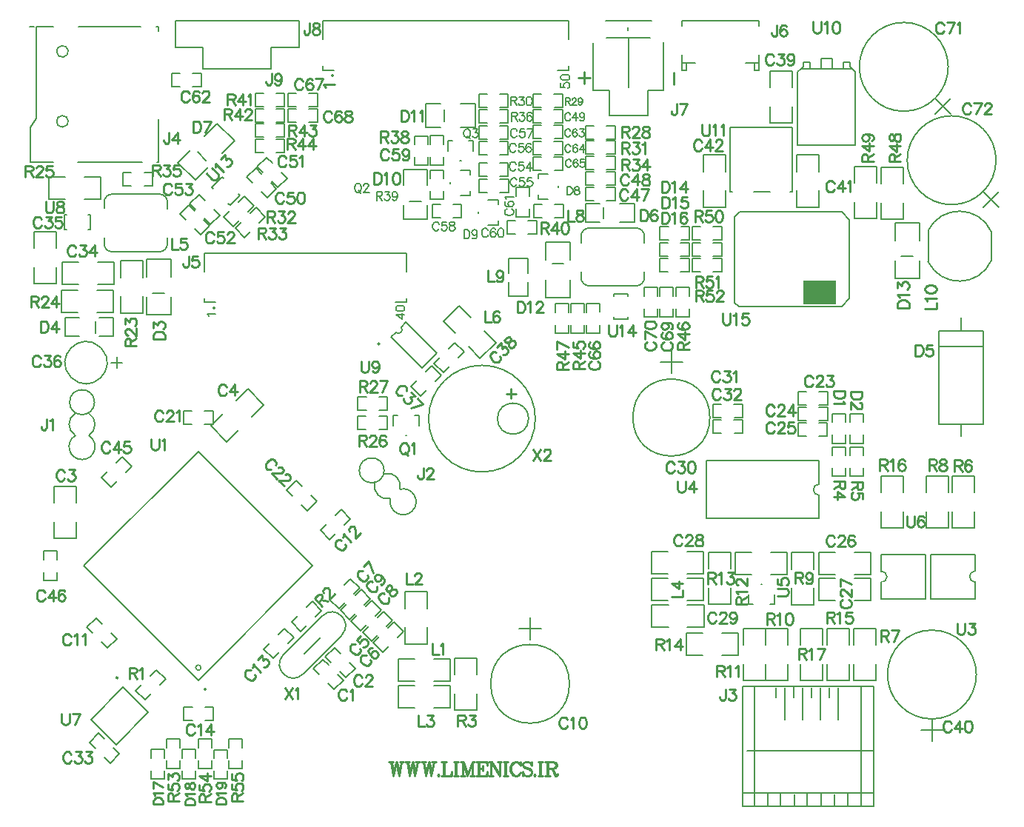
<source format=gbr>
%TF.GenerationSoftware,Altium Limited,Altium Designer,23.1.1 (15)*%
G04 Layer_Color=65535*
%FSLAX45Y45*%
%MOMM*%
%TF.SameCoordinates,5129EF4F-D339-4E8A-A4D9-011D67CBAE45*%
%TF.FilePolarity,Positive*%
%TF.FileFunction,Legend,Top*%
%TF.Part,Single*%
G01*
G75*
%TA.AperFunction,NonConductor*%
%ADD96C,0.20000*%
%ADD97C,0.23000*%
%ADD98C,0.25000*%
%ADD99R,3.70840X2.66700*%
D96*
X1140985Y-17304613D02*
G03*
X1140985Y-17304613I-12500J0D01*
G01*
X1080702Y-17057124D02*
G03*
X1080702Y-17057124I-30000J0D01*
G01*
X9624795Y-10186135D02*
G03*
X9624795Y-10186135I-508000J0D01*
G01*
X10171965Y-11254005D02*
G03*
X10171965Y-11254005I-508000J0D01*
G01*
X9394802Y-12413302D02*
G03*
X10118665Y-12399972I358798J176815D01*
G01*
X10116178Y-12067556D02*
G03*
X9395845Y-12057570I-362578J-168930D01*
G01*
X4903335Y-14208760D02*
G03*
X4903335Y-14208760I-610000J0D01*
G01*
X4826735D02*
G03*
X4826735Y-14208760I-177800J0D01*
G01*
X5427129Y-12598259D02*
G03*
X5518710Y-12689840I91581J0D01*
G01*
X6058610D02*
G03*
X6150191Y-12598259I0J91581D01*
G01*
X6150610Y-12121440D02*
G03*
X6059029Y-12029859I-91581J0D01*
G01*
X5518710Y-12029440D02*
G03*
X5427129Y-12121021I0J-91581D01*
G01*
X2596521Y-10287000D02*
G03*
X2596521Y-10287000I-12500J0D01*
G01*
X6899220Y-14196060D02*
G03*
X6899220Y-14196060I-440000J0D01*
G01*
X8148320Y-14958061D02*
G03*
X8148320Y-15085062I0J-63500D01*
G01*
X9933940Y-15951199D02*
G03*
X9933940Y-16078200I0J-63500D01*
G01*
X8859520Y-16080740D02*
G03*
X8859520Y-15953740I0J63500D01*
G01*
X9946639Y-17134840D02*
G03*
X9946639Y-17134840I-508000J0D01*
G01*
X1243361Y-12943840D02*
G03*
X1243361Y-12943840I-12500J0D01*
G01*
X3310088Y-13221532D02*
G03*
X3367830Y-13163789I28871J28871D01*
G01*
X3125221Y-13352077D02*
G03*
X3125221Y-13352077I-12500J0D01*
G01*
X5293780Y-17241521D02*
G03*
X5293780Y-17241521I-450000J0D01*
G01*
X2020810Y-16910817D02*
G03*
X2246649Y-17128906I114822J-107074D01*
G01*
X2691552Y-16682452D02*
G03*
X2467154Y-16465755I-114091J106391D01*
G01*
X3247661Y-15126472D02*
G03*
X3356049Y-15016106I144309J-33316D01*
G01*
X3068681Y-14944264D02*
G03*
X3248286Y-15123869I143684J-35921D01*
G01*
X3356049Y-15016106D02*
G03*
X3176444Y-14836501I-143684J35921D01*
G01*
X3174751Y-14800580D02*
G03*
X3174751Y-14800580I-141991J0D01*
G01*
X128938Y-17182150D02*
G03*
X123973Y-17185219I-8980J8980D01*
G01*
X-357883Y-14403198D02*
G03*
X-203200Y-14401801I78484J-125600D01*
G01*
X-355600Y-14147800D02*
G03*
X-355600Y-14401801I76200J-127000D01*
G01*
X-203200D02*
G03*
X-203200Y-14147800I-76200J127000D01*
G01*
X-137409Y-14020799D02*
G03*
X-137409Y-14020799I-141991J0D01*
G01*
X-66961Y-13396037D02*
G03*
X-58154Y-13405000I-166718J-172642D01*
G01*
X605231Y-12301221D02*
G03*
X696812Y-12209640I0J91581D01*
G01*
X-26669Y-12209220D02*
G03*
X64911Y-12300801I91581J0D01*
G01*
X65331Y-11640820D02*
G03*
X-26250Y-11732401I0J-91581D01*
G01*
X696812D02*
G03*
X605231Y-11640820I-91581J0D01*
G01*
X-497578Y-10875289D02*
G03*
X-504961Y-10875581I-6324J66408D01*
G01*
X-493017Y-10074199D02*
G03*
X-493983Y-10074353I-10886J65318D01*
G01*
X1050701Y-17198547D02*
X2358852Y-15890398D01*
X-257445Y-15890398D02*
X1050701Y-14582253D01*
X-257445Y-15890398D02*
X1050701Y-17198547D01*
Y-14582253D02*
X2358852Y-15890398D01*
X3222056Y-16604102D02*
X3289373Y-16536784D01*
X3396853Y-16644264D01*
X3329607Y-16711510D02*
X3396853Y-16644264D01*
X3052492Y-16773665D02*
X3119808Y-16706348D01*
X3052492Y-16773665D02*
X3159972Y-16881145D01*
X3227218Y-16813899D01*
X1553938Y-18114360D02*
X1553939Y-18209560D01*
X1401939D02*
X1553939D01*
X1401939D02*
Y-18114461D01*
X1553938Y-17874561D02*
X1553939Y-17969760D01*
X1401939Y-17874561D02*
X1553938D01*
X1401939Y-17969659D02*
Y-17874561D01*
X1379220Y-18236400D02*
X1379220Y-18331599D01*
X1227220D02*
X1379220D01*
X1227220D02*
Y-18236501D01*
X1379220Y-17996600D02*
X1379220Y-18091800D01*
X1227220Y-17996600D02*
X1379220D01*
X1227220Y-18091701D02*
Y-17996600D01*
X1201420Y-18114360D02*
X1201420Y-18209560D01*
X1049420D02*
X1201420D01*
X1049420D02*
Y-18114461D01*
X1201420Y-17874561D02*
X1201420Y-17969760D01*
X1049420Y-17874561D02*
X1201420D01*
X1049420Y-17969659D02*
Y-17874561D01*
X1021080Y-18328940D02*
Y-18233740D01*
X869080Y-18328940D02*
X1021080D01*
X869080D02*
Y-18233839D01*
X1021080Y-18089140D02*
Y-17993941D01*
X869080Y-17993941D02*
X1021080Y-17993941D01*
X869080Y-18089040D02*
Y-17993941D01*
X843280Y-18209560D02*
Y-18114360D01*
X691280Y-18209560D02*
X843280D01*
X691280D02*
Y-18114461D01*
X843280Y-17969760D02*
Y-17874561D01*
X691280Y-17874561D02*
X843280Y-17874561D01*
X691280Y-17969659D02*
Y-17874561D01*
X665480Y-18329060D02*
Y-18233859D01*
X513480Y-18329060D02*
X665480D01*
X513480D02*
Y-18233960D01*
X665480Y-18089259D02*
Y-17994060D01*
X513480Y-17994060D02*
X665480Y-17994060D01*
X513480Y-18089160D02*
Y-17994060D01*
X6700220Y-12529820D02*
X6795420D01*
X6700220D02*
Y-12377820D01*
X6795320D01*
X6940020Y-12529820D02*
X7035220D01*
Y-12377820D01*
X6940120Y-12377820D02*
X7035220Y-12377820D01*
X6700221Y-12346940D02*
X6795420D01*
X6700220Y-12194940D02*
X6700221Y-12346940D01*
X6700220Y-12194940D02*
X6795320D01*
X6940020Y-12346940D02*
X7035220Y-12346940D01*
X7035220Y-12194940D02*
X7035220Y-12346940D01*
X6940120Y-12194940D02*
X7035220D01*
X6700220Y-12164060D02*
X6795420Y-12164060D01*
X6700220Y-12164060D02*
Y-12012060D01*
X6795320D01*
X6940020Y-12164060D02*
X7035220Y-12164060D01*
Y-12012060D01*
X6940120D02*
X7035220D01*
X9476005Y-10545345D02*
X9655610Y-10724950D01*
X9476005D02*
X9655610Y-10545345D01*
X10023175Y-11613215D02*
X10202780Y-11792820D01*
X10023175D02*
X10202780Y-11613215D01*
X8862060Y-11521440D02*
Y-11330940D01*
X9116060Y-11521440D02*
Y-11330940D01*
Y-11927840D02*
Y-11737340D01*
X8862060Y-11927840D02*
Y-11737340D01*
Y-11330940D02*
X9116060D01*
X8862060Y-11927840D02*
X9116060D01*
X8557260Y-11516360D02*
Y-11325860D01*
X8811260Y-11516360D02*
Y-11325860D01*
Y-11922760D02*
Y-11732260D01*
X8557260Y-11922760D02*
Y-11732260D01*
Y-11325860D02*
X8811260D01*
X8557260Y-11922760D02*
X8811260D01*
X9298940Y-12600940D02*
Y-12397740D01*
X9019540Y-12600940D02*
Y-12397740D01*
X9298940Y-12169140D02*
Y-11965940D01*
X9019540Y-12169140D02*
Y-11965940D01*
Y-12600940D02*
X9298940D01*
X9019540Y-11965940D02*
X9298940D01*
X9090660Y-12354560D02*
X9225280D01*
X10118665Y-12066398D02*
X10118665Y-12399971D01*
X9395845Y-12057570D02*
X9395845Y-12412259D01*
X9519919Y-14274800D02*
X10027919D01*
X9519919D02*
Y-13208000D01*
X10027919D01*
Y-14274800D02*
Y-13208000D01*
X9519919Y-13385800D02*
X10025379D01*
X9773878Y-14274800D02*
X9773879Y-14411960D01*
X9773919Y-13195300D02*
Y-13055600D01*
X1619147Y-13870508D02*
X1798752Y-14050113D01*
X1197075Y-14292580D02*
X1376680Y-14472185D01*
X1664048Y-14184818D02*
X1798752Y-14050113D01*
X1484443Y-14005212D02*
X1619147Y-13870508D01*
X1197075Y-14292580D02*
X1331779Y-14157877D01*
X1376680Y-14472185D02*
X1511384Y-14337482D01*
X3115780Y-13962379D02*
X3210980D01*
Y-14114378D02*
Y-13962379D01*
X3115880Y-14114378D02*
X3210980D01*
X2875980Y-13962379D02*
X2971180D01*
X2875980Y-14114378D02*
Y-13962379D01*
Y-14114378D02*
X2971080D01*
X3113240Y-14180820D02*
X3208440Y-14180820D01*
X3208440Y-14332820D01*
X3113340D02*
X3208440D01*
X2873440Y-14180820D02*
X2968640Y-14180820D01*
X2873440Y-14332820D02*
X2873440Y-14180820D01*
X2873440Y-14332820D02*
X2968540D01*
X3522980Y-14173199D02*
X3573780D01*
X3421380Y-14401801D02*
X3434080D01*
X3281680Y-14173199D02*
X3332480D01*
X3573780Y-14287500D02*
Y-14173199D01*
X3281680Y-14287500D02*
Y-14173199D01*
X5283200Y-13231160D02*
Y-13135960D01*
X5131200Y-13231160D02*
X5283200D01*
X5131200D02*
Y-13136060D01*
X5283200Y-12991360D02*
Y-12896159D01*
X5131200Y-12896159D02*
X5283200Y-12896159D01*
X5131200Y-12991260D02*
Y-12896159D01*
X5311140Y-12990480D02*
Y-12895280D01*
X5463140D01*
Y-12990379D02*
Y-12895280D01*
X5311140Y-13230280D02*
Y-13135080D01*
Y-13230280D02*
X5463140D01*
Y-13135181D01*
X5491480Y-12990359D02*
Y-12895160D01*
X5643480D01*
Y-12990260D02*
Y-12895160D01*
X5491480Y-13230161D02*
Y-13134959D01*
Y-13230161D02*
X5643480D01*
Y-13135060D01*
X5963158Y-12804140D02*
Y-12778740D01*
X5798058Y-12804140D02*
Y-12778740D01*
Y-13070840D02*
Y-13045441D01*
Y-13070840D02*
X5963158D01*
Y-13045441D01*
X5798058Y-12778740D02*
X5963158D01*
X6662420Y-12950540D02*
X6662420Y-13045740D01*
X6510420D02*
X6662420D01*
X6510420D02*
Y-12950639D01*
X6662420Y-12710740D02*
X6662420Y-12805940D01*
X6510420Y-12710740D02*
X6662420D01*
X6510420Y-12805840D02*
Y-12710740D01*
X6479540Y-13045740D02*
Y-12950540D01*
X6327540Y-13045740D02*
X6479540D01*
X6327540D02*
Y-12950639D01*
X6479540Y-12805940D02*
Y-12710740D01*
X6327540Y-12710740D02*
X6479540Y-12710740D01*
X6327540Y-12805840D02*
Y-12710740D01*
X6299200Y-13045740D02*
Y-12950540D01*
X6147200Y-13045740D02*
X6299200D01*
X6147200D02*
Y-12950639D01*
X6299200Y-12805940D02*
Y-12710740D01*
X6147200Y-12710740D02*
X6299200Y-12710740D01*
X6147200Y-12805840D02*
Y-12710740D01*
X7185661Y-12880341D02*
X7231380Y-12926060D01*
X7185661Y-12880341D02*
Y-11899900D01*
X7239001Y-11846560D01*
X8407400Y-11846560D01*
X8496301Y-11935460D01*
Y-12837160D02*
Y-11935460D01*
X8407400Y-12926060D02*
X8496301Y-12837160D01*
X7231380Y-12926060D02*
X8407400D01*
X6326840Y-12529820D02*
X6422040D01*
X6326840D02*
Y-12377820D01*
X6421940D01*
X6566640Y-12529820D02*
X6661840D01*
Y-12377820D01*
X6566740D02*
X6661840D01*
X6326840Y-12349480D02*
X6422040D01*
X6326840D02*
X6326840Y-12197480D01*
X6421939D01*
X6566640Y-12349480D02*
X6661840D01*
Y-12197480D01*
X6566740D02*
X6661840D01*
X6329260Y-12164060D02*
X6424460D01*
X6329260D02*
X6329260Y-12012060D01*
X6424360D01*
X6569060Y-12164060D02*
X6664260D01*
Y-12012060D01*
X6569160D02*
X6664260D01*
X6634480Y-10226040D02*
Y-10137140D01*
X6583680Y-10226040D02*
X6634480D01*
X6583680D02*
X6583680Y-10137140D01*
X7409180Y-10226040D02*
X7409180Y-10137140D01*
X7409180Y-10226040D02*
X7459980D01*
Y-10137140D01*
X6583680Y-9654540D02*
X7459980D01*
X7459980Y-10137140D02*
Y-10048240D01*
X7459980Y-9654540D02*
X7459980Y-9684703D01*
Y-9718040D02*
Y-9684703D01*
X6583680Y-10137140D02*
Y-10048240D01*
X6583680Y-9718040D02*
Y-9654540D01*
X7307580Y-10137140D02*
X7459980D01*
X6583680Y-10137140D02*
X6736080D01*
X5750560Y-10740390D02*
X6187440D01*
X5567680Y-10453370D02*
Y-9909810D01*
X6370320Y-10453370D02*
Y-9907270D01*
X5707380Y-9660890D02*
X6230620D01*
X5717540Y-9851390D02*
X6220460D01*
X5969000Y-10420350D02*
Y-9851390D01*
X5966460Y-9772650D02*
Y-9732010D01*
X6187440Y-10453370D02*
X6370320D01*
X6187440Y-10740390D02*
Y-10453370D01*
X5567680D02*
X5750560D01*
Y-10740390D02*
Y-10453370D01*
X5719160Y-11567160D02*
X5814360D01*
Y-11719160D02*
Y-11567160D01*
X5719260Y-11719160D02*
X5814360D01*
X5479360Y-11567160D02*
X5574560D01*
X5479360Y-11719160D02*
X5479360Y-11567160D01*
X5479360Y-11719160D02*
X5574460D01*
X5719280Y-11389360D02*
X5814480Y-11389360D01*
Y-11541360D02*
Y-11389360D01*
X5719380Y-11541360D02*
X5814480D01*
X5479480Y-11389360D02*
X5574680Y-11389360D01*
X5479480Y-11541360D02*
Y-11389360D01*
Y-11541360D02*
X5574580D01*
X5481020Y-11363960D02*
X5576220D01*
X5481020D02*
Y-11211960D01*
X5576120D01*
X5720820Y-11363960D02*
X5816020D01*
X5816020Y-11211960D01*
X5720920D02*
X5816020D01*
X5719280Y-11033760D02*
X5814480D01*
Y-11185760D02*
Y-11033760D01*
X5719380Y-11185760D02*
X5814480D01*
X5479480Y-11033760D02*
X5574680D01*
X5479480Y-11185760D02*
Y-11033760D01*
Y-11185760D02*
X5574580D01*
X5719160Y-10858500D02*
X5814360D01*
Y-11010500D02*
Y-10858500D01*
X5719260Y-11010500D02*
X5814360D01*
X5479360Y-10858500D02*
X5574560D01*
X5479360Y-11010500D02*
X5479360Y-10858500D01*
X5479360Y-11010500D02*
X5574460D01*
X5684520Y-11922760D02*
Y-11788140D01*
X6035040Y-11963400D02*
Y-11750040D01*
X5483860Y-11963400D02*
Y-11750040D01*
X5869940D02*
X6035040D01*
X5869940Y-11963400D02*
X6035040D01*
X5483860Y-11750040D02*
X5641340D01*
X5483860Y-11963400D02*
X5641340D01*
X5518710Y-12689840D02*
X6058610D01*
X5518710Y-12029440D02*
X6058826Y-12029440D01*
X6150610Y-12598259D02*
Y-12527280D01*
Y-12194540D02*
Y-12121224D01*
X5426710Y-12597840D02*
Y-12524740D01*
Y-12194540D02*
Y-12121021D01*
X4602480Y-12542520D02*
Y-12377420D01*
X4815840Y-12542520D02*
Y-12377420D01*
X4602480Y-12809219D02*
Y-12644120D01*
X4815840Y-12809219D02*
Y-12644120D01*
X4602480Y-12377420D02*
X4815840D01*
X4602480Y-12809219D02*
X4815840D01*
X5021580Y-12395200D02*
X5021580Y-12192000D01*
X5300980Y-12395200D02*
Y-12192000D01*
X5021580Y-12623800D02*
X5021580Y-12827000D01*
X5300980Y-12827000D02*
Y-12623800D01*
X5021580Y-12192000D02*
X5300980Y-12192000D01*
X5021580Y-12827000D02*
X5300980Y-12827000D01*
X5095240Y-12438380D02*
X5229860Y-12438380D01*
X5127340Y-11757660D02*
X5222540D01*
Y-11909660D02*
Y-11757660D01*
X5127440Y-11909660D02*
X5222540D01*
X4887540Y-11757660D02*
X4982740D01*
X4887540Y-11909660D02*
X4887540Y-11757660D01*
X4887540Y-11909660D02*
X4982640D01*
X4935220Y-11460480D02*
Y-11409680D01*
X5163820Y-11562080D02*
Y-11549380D01*
X4935220Y-11701780D02*
Y-11650980D01*
Y-11409680D02*
X5049520D01*
X4935220Y-11701780D02*
X5049520D01*
X5119720Y-11214100D02*
X5214920D01*
Y-11366100D02*
Y-11214100D01*
X5119820Y-11366100D02*
X5214920D01*
X4879920Y-11214100D02*
X4975120D01*
X4879920Y-11366100D02*
X4879920Y-11214100D01*
X4879920Y-11366100D02*
X4975020D01*
X5119720Y-11036300D02*
X5214920D01*
Y-11188300D02*
Y-11036300D01*
X5119820Y-11188300D02*
X5214920D01*
X4879920Y-11036300D02*
X4975120D01*
X4879920Y-11188300D02*
X4879920Y-11036300D01*
X4879920Y-11188300D02*
X4975020D01*
X5119720Y-10855960D02*
X5214920D01*
Y-11007960D02*
Y-10855960D01*
X5119820Y-11007960D02*
X5214920D01*
X4879920Y-10855960D02*
X4975120D01*
X4879920Y-11007960D02*
X4879920Y-10855960D01*
X4879920Y-11007960D02*
X4975020D01*
X5119720Y-10675620D02*
X5214920D01*
Y-10827620D02*
Y-10675620D01*
X5119820Y-10827620D02*
X5214920D01*
X4879920Y-10675620D02*
X4975120D01*
X4879920Y-10827620D02*
X4879920Y-10675620D01*
X4879920Y-10827620D02*
X4975020D01*
X5119720Y-10497820D02*
X5214920D01*
Y-10649820D02*
Y-10497820D01*
X5119820Y-10649820D02*
X5214920D01*
X4879920Y-10497820D02*
X4975120D01*
X4879920Y-10649820D02*
X4879920Y-10497820D01*
X4879920Y-10649820D02*
X4975020D01*
X3855720Y-11213180D02*
X3855720Y-11308380D01*
X3703720D02*
X3855720D01*
X3703720D02*
Y-11213280D01*
X3855720Y-10973380D02*
X3855720Y-11068580D01*
X3703720Y-10973380D02*
X3855720D01*
X3703720Y-11068480D02*
Y-10973380D01*
X4142740Y-11034180D02*
X4193540D01*
X4041140Y-11262780D02*
X4053840D01*
X3901440Y-11034180D02*
X3952240D01*
X4193540Y-11148480D02*
Y-11034180D01*
X3901440Y-11148480D02*
Y-11034180D01*
X4163060Y-11658600D02*
Y-11607800D01*
X3934460Y-11518900D02*
Y-11506200D01*
X4163060Y-11417300D02*
Y-11366500D01*
X4048760Y-11658600D02*
X4163060D01*
X4048760Y-11366500D02*
X4163060D01*
X3705860Y-11461400D02*
Y-11366200D01*
X3857860D01*
Y-11461300D02*
Y-11366200D01*
X3705860Y-11701200D02*
Y-11606000D01*
Y-11701200D02*
X3857860D01*
Y-11606100D01*
X3675380Y-11310920D02*
Y-11215720D01*
X3523380Y-11310920D02*
X3675380D01*
X3523380D02*
Y-11215820D01*
X3675380Y-11071120D02*
Y-10975920D01*
X3523380Y-10975920D02*
X3675380Y-10975920D01*
X3523380Y-11071020D02*
Y-10975920D01*
X3667760Y-11930380D02*
Y-11765280D01*
X3401060Y-11930380D02*
Y-11765280D01*
X3667760Y-11536680D02*
Y-11363960D01*
X3401060Y-11536680D02*
Y-11363960D01*
Y-11930380D02*
X3667760D01*
X3401060Y-11363960D02*
X3667760D01*
X3467100Y-11722100D02*
X3601720D01*
X3725880Y-11907520D02*
X3821080D01*
X3725880D02*
Y-11755520D01*
X3820980D01*
X3965680Y-11907520D02*
X4060880D01*
X4060880Y-11755520D01*
X3965780D02*
X4060880D01*
X4477720Y-11996820D02*
Y-11946020D01*
X4249120Y-11857120D02*
Y-11844420D01*
X4477720Y-11755520D02*
Y-11704720D01*
X4363420Y-11996820D02*
X4477720D01*
X4363420Y-11704720D02*
X4477720D01*
X4822540Y-11948160D02*
X4917740D01*
Y-12100160D02*
Y-11948160D01*
X4822640Y-12100160D02*
X4917740D01*
X4582740Y-11948160D02*
X4677940D01*
X4582740Y-12100160D02*
X4582740Y-11948160D01*
X4582740Y-12100160D02*
X4677840D01*
X4686300Y-11566740D02*
X4686300Y-11661940D01*
X4686300Y-11566740D02*
X4838300D01*
Y-11661840D02*
Y-11566740D01*
X4686300Y-11806540D02*
X4686300Y-11901740D01*
X4838300D01*
Y-11806640D01*
X4261820Y-11620500D02*
X4357020D01*
X4261820D02*
Y-11468500D01*
X4356920D01*
X4501620Y-11620500D02*
X4596820D01*
X4596820Y-11468500D01*
X4501720D02*
X4596820D01*
X4259280Y-11440160D02*
X4354480D01*
X4259280D02*
Y-11288160D01*
X4354380D01*
X4499080Y-11440160D02*
X4594280D01*
X4594280Y-11288160D01*
X4499180D02*
X4594280D01*
X4259280Y-11191240D02*
X4354480D01*
X4259280D02*
Y-11039240D01*
X4354380D01*
X4499080Y-11191240D02*
X4594280D01*
X4594280Y-11039240D01*
X4499180D02*
X4594280D01*
X4259160Y-11010900D02*
X4354360D01*
X4259160D02*
Y-10858900D01*
X4354260D01*
X4498960Y-11010900D02*
X4594160D01*
Y-10858900D01*
X4499060D02*
X4594160D01*
X4497540Y-10678160D02*
X4592740D01*
Y-10830160D02*
Y-10678160D01*
X4497640Y-10830160D02*
X4592740D01*
X4257740Y-10678160D02*
X4352940D01*
X4257740Y-10830160D02*
Y-10678160D01*
Y-10830160D02*
X4352840D01*
X3652520Y-10876280D02*
X3817620D01*
X3652520Y-10609580D02*
X3817620D01*
X4046220Y-10876280D02*
X4218940D01*
X4046220Y-10609580D02*
X4218940D01*
X3652520Y-10876280D02*
Y-10609580D01*
X4218940Y-10876280D02*
Y-10609580D01*
X3860800Y-10810240D02*
Y-10675620D01*
X190080Y-11544300D02*
X285280Y-11544300D01*
X190080Y-11544300D02*
Y-11392300D01*
X285180D01*
X429880Y-11544300D02*
X525080Y-11544300D01*
Y-11392300D01*
X429980D02*
X525080D01*
X1579668Y-12137415D02*
X1646984Y-12070099D01*
X1472188Y-12029935D02*
X1579668Y-12137415D01*
X1472188Y-12029935D02*
X1539433Y-11962689D01*
X1749232Y-11967851D02*
X1816549Y-11900534D01*
X1709068Y-11793054D02*
X1816549Y-11900534D01*
X1641822Y-11860300D02*
X1709068Y-11793054D01*
X1450267Y-12008934D02*
X1517584Y-11941617D01*
X1342787Y-11901453D02*
X1450267Y-12008934D01*
X1342787Y-11901453D02*
X1410033Y-11834208D01*
X1619832Y-11839370D02*
X1687148Y-11772053D01*
X1579668Y-11664573D02*
X1687148Y-11772053D01*
X1512422Y-11731819D02*
X1579668Y-11664573D01*
X837044Y-11871887D02*
X904361Y-11939204D01*
X837044Y-11871887D02*
X944524Y-11764407D01*
X1011770Y-11831653D01*
X1006608Y-12041451D02*
X1073925Y-12108768D01*
X1181405Y-12001288D01*
X1114159Y-11934042D02*
X1181405Y-12001288D01*
X953884Y-11752507D02*
X1021201Y-11819824D01*
X953884Y-11752507D02*
X1061364Y-11645027D01*
X1128610Y-11712273D01*
X1123448Y-11922072D02*
X1190765Y-11989388D01*
X1298245Y-11881908D01*
X1230999Y-11814662D02*
X1298245Y-11881908D01*
X1394376Y-11753025D02*
X1412337Y-11770985D01*
X1511119Y-11636281D02*
X1529080Y-11654242D01*
X1322534Y-11447696D02*
X1340494Y-11465657D01*
X1205791Y-11564440D02*
X1322534Y-11447696D01*
X1205791Y-11564440D02*
X1223751Y-11582400D01*
X1412337Y-11770985D02*
X1529080Y-11654242D01*
X1600386Y-11447836D02*
X1667703Y-11515152D01*
X1600386Y-11447836D02*
X1707867Y-11340356D01*
X1775112Y-11407602D01*
X1769950Y-11617400D02*
X1837267Y-11684717D01*
X1944747Y-11577237D01*
X1877501Y-11509991D02*
X1944747Y-11577237D01*
X1719748Y-11328475D02*
X1787064Y-11395791D01*
X1719748Y-11328475D02*
X1827228Y-11220994D01*
X1894474Y-11288240D01*
X1889312Y-11498039D02*
X1956629Y-11565355D01*
X2064109Y-11457875D01*
X1996863Y-11390629D02*
X2064109Y-11457875D01*
X2315560Y-10485120D02*
X2410760D01*
Y-10637120D02*
Y-10485120D01*
X2315660Y-10637120D02*
X2410760D01*
X2075760Y-10485120D02*
X2170960D01*
X2075760Y-10637120D02*
X2075760Y-10485120D01*
X2075760Y-10637120D02*
X2170860D01*
X1014820Y-11481425D02*
X1158504Y-11337742D01*
X817254Y-11283860D02*
X960939Y-11140176D01*
X1320149Y-11176097D02*
X1463833Y-11032413D01*
X1122583Y-10978531D02*
X1266267Y-10834847D01*
X817254Y-11283860D02*
X1014820Y-11481425D01*
X1266267Y-10834847D02*
X1463833Y-11032413D01*
X1041761Y-11159932D02*
X1136951Y-11255123D01*
X5159019Y-10222001D02*
X5284023Y-10222002D01*
Y-10175301D01*
Y-9870501D02*
Y-9661997D01*
X2474021Y-10222001D02*
Y-10175301D01*
Y-9661997D02*
X5282920D01*
X2474021Y-9870501D02*
Y-9661997D01*
Y-10222001D02*
X2599024Y-10222001D01*
X2200860Y-9659620D02*
X2200860Y-9964420D01*
X1883360D02*
X2200860D01*
X1883360D02*
X1883360Y-10205720D01*
X1103580Y-10205720D02*
X1883360Y-10205720D01*
X786080Y-9659620D02*
X2200860D01*
X1103580Y-9964420D02*
X1103580Y-10205720D01*
X786080Y-9964420D02*
X1103580D01*
X786080D02*
Y-9659620D01*
X8503920Y-14533459D02*
X8503920Y-14628661D01*
X8503920Y-14533459D02*
X8655920D01*
Y-14628560D02*
Y-14533459D01*
X8503920Y-14773260D02*
X8503920Y-14868460D01*
X8655920D01*
Y-14773360D01*
X8303260Y-14533459D02*
X8303260Y-14628661D01*
X8303260Y-14533459D02*
X8455260D01*
Y-14628560D02*
Y-14533459D01*
X8303260Y-14773260D02*
X8303260Y-14868460D01*
X8455260D01*
Y-14773360D01*
X8501380Y-14155000D02*
X8501380Y-14250200D01*
X8501380Y-14155000D02*
X8653380D01*
Y-14250101D02*
Y-14155000D01*
X8501380Y-14394800D02*
X8501380Y-14489999D01*
X8653380D01*
Y-14394901D01*
X8303260Y-14155000D02*
X8303260Y-14250200D01*
X8303260Y-14155000D02*
X8455260D01*
Y-14250101D02*
Y-14155000D01*
X8303260Y-14394800D02*
X8303260Y-14489999D01*
X8455260D01*
Y-14394901D01*
X7177120Y-14221460D02*
X7272320D01*
Y-14373460D02*
Y-14221460D01*
X7177220Y-14373460D02*
X7272320D01*
X6937320Y-14221460D02*
X7032520D01*
X6937320Y-14373460D02*
Y-14221460D01*
Y-14373460D02*
X7032420D01*
X7177120Y-14041119D02*
X7272320D01*
Y-14193120D02*
Y-14041119D01*
X7177220Y-14193120D02*
X7272320D01*
X6937320Y-14041119D02*
X7032520D01*
X6937320Y-14193120D02*
Y-14041119D01*
Y-14193120D02*
X7032420D01*
X8147400Y-14257021D02*
X8242600D01*
Y-14409019D02*
Y-14257021D01*
X8147500Y-14409019D02*
X8242600D01*
X7907600Y-14257021D02*
X8002800D01*
X7907600Y-14409019D02*
Y-14257021D01*
Y-14409019D02*
X8002700D01*
X7909260Y-14229080D02*
X8004460D01*
X7909260D02*
Y-14077080D01*
X8004360D01*
X8149060Y-14229080D02*
X8244260D01*
Y-14077080D01*
X8149160D02*
X8244260D01*
X7909260Y-14051280D02*
X8004460D01*
X7909260D02*
Y-13899280D01*
X8004360D01*
X8149060Y-14051280D02*
X8244260D01*
Y-13899280D01*
X8149160D02*
X8244260D01*
X4256620Y-10650220D02*
X4351820Y-10650220D01*
X4256620Y-10650220D02*
Y-10498220D01*
X4351720D01*
X4496420Y-10650220D02*
X4591620Y-10650220D01*
Y-10498220D01*
X4496520D02*
X4591620D01*
X2315560Y-10662920D02*
X2410760D01*
Y-10814920D02*
Y-10662920D01*
X2315660Y-10814920D02*
X2410760D01*
X2075760Y-10662920D02*
X2170960D01*
X2075760Y-10814920D02*
X2075760Y-10662920D01*
X2075760Y-10814920D02*
X2170860D01*
X986405Y-10256520D02*
X1081605Y-10256520D01*
Y-10408520D02*
Y-10256520D01*
X986505Y-10408520D02*
X1081605D01*
X746605Y-10256520D02*
X841805Y-10256520D01*
X746605Y-10408520D02*
Y-10256520D01*
Y-10408520D02*
X841705D01*
X1701380Y-10637520D02*
X1796580Y-10637520D01*
X1701380Y-10637520D02*
Y-10485520D01*
X1796480D01*
X1941180Y-10637520D02*
X2036380Y-10637520D01*
Y-10485520D01*
X1941280D02*
X2036380D01*
X1701380Y-10815320D02*
X1796580D01*
X1701380D02*
Y-10663320D01*
X1796480D01*
X1941180Y-10815320D02*
X2036380D01*
X2036380Y-10663320D01*
X1941280D02*
X2036380D01*
X1701380Y-10990580D02*
X1796580Y-10990580D01*
X1701380Y-10990580D02*
Y-10838580D01*
X1796480D01*
X1941180Y-10990580D02*
X2036380Y-10990580D01*
Y-10838580D01*
X1941280D02*
X2036380D01*
X1701380Y-11165840D02*
X1796580Y-11165840D01*
X1701380Y-11165840D02*
Y-11013840D01*
X1796480D01*
X1941180Y-11165840D02*
X2036380Y-11165840D01*
Y-11013840D01*
X1941280D02*
X2036380D01*
X-660399Y-11696700D02*
X-469899D01*
X-660399Y-11442700D02*
X-469899D01*
X-253999D02*
X-63499D01*
X-253999Y-11696700D02*
X-63499D01*
X-660399Y-11696700D02*
Y-11442700D01*
X-63499Y-11696700D02*
X-63499Y-11442700D01*
X7901940Y-10246360D02*
X7901940Y-11084560D01*
X7901940Y-10246360D02*
X7940040Y-10208260D01*
X8524240Y-10208260D01*
X8562340Y-10246360D01*
Y-11084560D02*
Y-10246360D01*
X7901940Y-11084560D02*
X8562340D01*
X7965440Y-10182860D02*
Y-10132060D01*
X8041640D01*
Y-10208260D02*
Y-10132060D01*
X8422640Y-10208260D02*
Y-10132060D01*
X8498840D01*
Y-10182859D02*
Y-10132060D01*
Y-10182859D02*
X8524240Y-10208260D01*
X7940040Y-10208260D02*
X7965440Y-10182860D01*
X8168640Y-10208260D02*
Y-10093960D01*
X8295640Y-10093960D01*
Y-10208260D02*
Y-10093960D01*
X6830060Y-11191240D02*
X7084060D01*
X6830060Y-11788140D02*
X7084060D01*
X7084060Y-11381740D02*
X7084060Y-11191240D01*
X6830060D02*
X6830060Y-11381740D01*
X6830060Y-11788140D02*
Y-11597640D01*
X7084060Y-11788140D02*
Y-11597640D01*
X7401559Y-11615420D02*
X7592059D01*
X7134860D02*
X7160260D01*
X7134860D02*
Y-10878820D01*
X7846060D01*
Y-11615420D02*
Y-10878820D01*
X7820660Y-11615420D02*
X7846060D01*
X7896860Y-11193780D02*
X8150860Y-11193780D01*
X7896860Y-11790680D02*
X8150860D01*
X8150860Y-11384280D02*
Y-11193780D01*
X7896860Y-11384280D02*
Y-11193780D01*
Y-11790680D02*
Y-11600180D01*
X8150860Y-11790680D02*
Y-11600180D01*
X7586980Y-10231120D02*
X7840980D01*
X7586980Y-10828020D02*
X7840980D01*
Y-10421620D02*
Y-10231120D01*
X7586980Y-10421620D02*
Y-10231120D01*
Y-10828020D02*
Y-10637520D01*
X7840980Y-10828020D02*
Y-10637520D01*
X6332220Y-13561060D02*
X6586220D01*
X6459220Y-13688060D02*
Y-13434059D01*
X6856105Y-14691360D02*
X8148320D01*
X6856105Y-15351761D02*
X8148320D01*
X6856105D02*
Y-14691360D01*
X8148320Y-15351761D02*
Y-15085062D01*
Y-14958061D02*
Y-14691360D01*
X8859520Y-15458440D02*
X9113520D01*
X8859520Y-14861540D02*
X9113520D01*
X8859520Y-15458440D02*
Y-15267940D01*
X9113520Y-15458440D02*
Y-15267940D01*
Y-15052040D02*
Y-14861540D01*
X8859520Y-15052040D02*
Y-14861540D01*
X9372600Y-14861540D02*
X9626600D01*
X9372600Y-15458440D02*
X9626600D01*
X9626600Y-15052040D02*
X9626600Y-14861540D01*
X9372600D02*
X9372600Y-15052040D01*
X9372600Y-15458440D02*
Y-15267940D01*
X9626600Y-15458440D02*
Y-15267940D01*
X9672320Y-14861540D02*
X9926320D01*
X9672320Y-15458440D02*
X9926320D01*
Y-15052040D02*
Y-14861540D01*
X9672320Y-15052040D02*
Y-14861540D01*
Y-15458440D02*
Y-15267940D01*
X9926320Y-15458440D02*
Y-15267940D01*
X9933940Y-15951199D02*
Y-15760699D01*
Y-16268700D02*
Y-16078200D01*
X9425940Y-16268700D02*
X9425940Y-15760699D01*
X9425940Y-16268700D02*
X9933940D01*
X9425940Y-15760699D02*
X9933940D01*
X8859520Y-16271240D02*
Y-16080740D01*
Y-15953740D02*
Y-15763240D01*
X9367520Y-16271240D02*
Y-15763240D01*
X8859520D02*
X9367520D01*
X8859520Y-16271240D02*
X9367520D01*
X7830820Y-15737840D02*
X8084820D01*
X7830820Y-16334740D02*
X8084820D01*
Y-15928340D02*
Y-15737840D01*
X7830820Y-15928340D02*
Y-15737840D01*
Y-16334740D02*
Y-16144240D01*
X8084820Y-16334740D02*
Y-16144240D01*
X8742680Y-15989301D02*
Y-15735300D01*
X8145780Y-15989301D02*
Y-15735300D01*
X8552180Y-15989301D02*
X8742680D01*
X8552180Y-15735300D02*
X8742680D01*
X8145780D02*
X8336280D01*
X8145780Y-15989301D02*
X8336280D01*
X8145780Y-16037560D02*
X8145780Y-16291560D01*
X8742680Y-16037560D02*
X8742680Y-16291560D01*
X8145780Y-16037560D02*
X8336280Y-16037560D01*
X8145780Y-16291560D02*
X8336280D01*
X8552180Y-16291560D02*
X8742680Y-16291560D01*
X8552180Y-16037560D02*
X8742680D01*
X7637779Y-16332201D02*
Y-16217900D01*
X7345679Y-16332201D02*
Y-16217900D01*
X7586979Y-16332201D02*
X7637779Y-16332201D01*
X7485379Y-16103600D02*
X7498079D01*
X7345679Y-16332201D02*
X7396479Y-16332201D01*
X7785100Y-15991840D02*
Y-15737840D01*
X7188200Y-15991840D02*
Y-15737840D01*
X7594600Y-15991840D02*
X7785100D01*
X7594600Y-15737840D02*
X7785100D01*
X7188200D02*
X7378700D01*
X7188200Y-15991840D02*
X7378700D01*
X6883400Y-16332201D02*
X7137400Y-16332201D01*
X6883400Y-15735300D02*
X7137400D01*
X6883400Y-16332201D02*
Y-16141701D01*
X7137400Y-16332201D02*
Y-16141701D01*
X7137400Y-15925800D02*
Y-15735300D01*
X6883400Y-15925800D02*
Y-15735300D01*
X6830060Y-15986760D02*
Y-15732761D01*
X6233160Y-15986760D02*
Y-15732761D01*
X6639560Y-15986760D02*
X6830060D01*
X6639560Y-15732761D02*
X6830060D01*
X6233160D02*
X6423660D01*
X6233160Y-15986760D02*
X6423660D01*
X6830060Y-16291560D02*
Y-16037560D01*
X6233160Y-16291560D02*
Y-16037560D01*
X6639560Y-16291560D02*
X6830060D01*
X6639560Y-16037560D02*
X6830060D01*
X6233160D02*
X6423660D01*
X6233160Y-16291560D02*
X6423660D01*
X6832600Y-16596359D02*
Y-16342360D01*
X6235700Y-16596359D02*
Y-16342360D01*
X6642100Y-16596359D02*
X6832600D01*
X6642100Y-16342360D02*
X6832600D01*
X6235700D02*
X6426200D01*
X6235700Y-16596359D02*
X6426200D01*
X6629400Y-16911320D02*
X6629400Y-16657321D01*
X7226300Y-16911320D02*
X7226300Y-16657321D01*
X6629400D02*
X6819900D01*
X6629400Y-16911320D02*
X6819900Y-16911320D01*
X7035800Y-16911320D02*
X7226300D01*
X7035800Y-16657321D02*
X7226300Y-16657321D01*
X7279640Y-16609061D02*
X7533640D01*
X7279640Y-17205960D02*
X7533640D01*
Y-16799561D02*
Y-16609061D01*
X7279640Y-16799561D02*
Y-16609061D01*
Y-17205960D02*
Y-17015460D01*
X7533640Y-17205960D02*
Y-17015460D01*
Y-16609061D02*
X7787640D01*
X7533640Y-17205960D02*
X7787640D01*
Y-16799561D02*
Y-16609061D01*
X7533640Y-16799561D02*
Y-16609061D01*
Y-17205960D02*
Y-17015460D01*
X7787640Y-17205960D02*
Y-17015460D01*
X7937500Y-17203419D02*
X8191500D01*
X7937500Y-16606520D02*
X8191500D01*
X7937500Y-17203419D02*
Y-17012920D01*
X8191500Y-17203419D02*
Y-17012920D01*
Y-16797020D02*
Y-16606520D01*
X7937500Y-16797020D02*
Y-16606520D01*
X9311639Y-17769839D02*
X9565639D01*
X9438639Y-17896840D02*
Y-17642841D01*
X8239760Y-17205960D02*
X8493760D01*
X8239760Y-16609061D02*
X8493760D01*
X8239760Y-17205960D02*
Y-17015460D01*
X8493760Y-17205960D02*
Y-17015460D01*
Y-16799561D02*
Y-16609061D01*
X8239760Y-16799561D02*
Y-16609061D01*
X8544560Y-17205960D02*
X8798560Y-17205960D01*
X8544560Y-16609061D02*
X8798560D01*
X8544560Y-17205960D02*
X8544560Y-17015460D01*
X8798560Y-17205960D02*
Y-17015460D01*
X8798560Y-16799561D02*
Y-16609061D01*
X8544560Y-16799561D02*
Y-16609061D01*
X7654422Y-17399001D02*
Y-17284702D01*
X7756022Y-17653001D02*
Y-17284702D01*
X7857622Y-17399001D02*
Y-17272002D01*
X7959222Y-17653001D02*
Y-17284702D01*
X8060822Y-17399001D02*
Y-17284702D01*
X8162422Y-17653001D02*
Y-17284702D01*
X8264022D02*
X8264022Y-17399001D01*
X8365622Y-17653001D02*
Y-17284702D01*
X7565522Y-18643600D02*
Y-18491200D01*
X8479922Y-18630901D02*
Y-18491200D01*
X8175122Y-18643600D02*
Y-18491200D01*
X7870322Y-18503902D02*
X7870322Y-18630901D01*
X7705222Y-18643600D02*
Y-18491200D01*
X8327522Y-18643600D02*
Y-18503902D01*
X8010022Y-18491200D02*
X8010022Y-18630901D01*
X7286122Y-18491200D02*
X8772022D01*
X8632322Y-18630901D02*
Y-17272002D01*
X7413122Y-18630901D02*
Y-17272002D01*
X7324222Y-18008601D02*
X8772022Y-18008601D01*
X7272020D02*
X7273422Y-18007199D01*
X7273422Y-17272002D02*
X7273422Y-18007199D01*
X7273422Y-17272002D02*
X8772022D01*
Y-18008601D02*
Y-17272002D01*
X7273422Y-18643600D02*
Y-18010004D01*
Y-18643600D02*
X8772022D01*
X8772022Y-18008601D02*
X8772022Y-18643600D01*
X1120862Y-12878841D02*
X1245865Y-12878841D01*
X1120862Y-12527341D02*
Y-12318837D01*
X3430865Y-12527341D02*
Y-12318837D01*
X1120862D02*
X3430865D01*
Y-12878841D02*
Y-12832141D01*
X1120862Y-12878841D02*
Y-12832141D01*
X3305861Y-12878841D02*
X3430865Y-12878841D01*
X3423811Y-13107806D02*
X3777369Y-13461360D01*
X3254103Y-13277510D02*
X3607661Y-13631068D01*
X3777369Y-13461360D01*
X3367829Y-13163789D02*
X3423811Y-13107806D01*
X3254103Y-13277510D02*
X3310090Y-13221529D01*
X4272697Y-13520848D02*
X4452302Y-13341243D01*
X3850625Y-13098776D02*
X4030230Y-12919171D01*
X4137993Y-13386143D02*
X4272697Y-13520848D01*
X4317598Y-13206538D02*
X4452302Y-13341243D01*
X4030230Y-12919171D02*
X4164934Y-13053876D01*
X3850625Y-13098776D02*
X3985329Y-13233479D01*
X3914306Y-13405618D02*
X3981622Y-13338301D01*
X4089102Y-13445781D01*
X4021857Y-13513026D02*
X4089102Y-13445781D01*
X3744741Y-13575182D02*
X3812058Y-13507864D01*
X3744741Y-13575182D02*
X3852221Y-13682661D01*
X3919467Y-13615416D01*
X3653509Y-13674846D02*
X3720825Y-13607530D01*
X3828306Y-13715010D01*
X3761060Y-13782256D02*
X3828306Y-13715010D01*
X3483945Y-13844411D02*
X3551261Y-13777094D01*
X3483945Y-13844411D02*
X3591425Y-13951891D01*
X3658670Y-13884645D01*
X4716780Y-16606520D02*
X4970780D01*
X4843780Y-16733521D02*
Y-16479520D01*
X3982720Y-17541240D02*
X4236720Y-17541240D01*
X3982720Y-16944341D02*
X4236720D01*
X3982720Y-17541240D02*
Y-17350740D01*
X4236720Y-17541240D02*
Y-17350740D01*
X4236720Y-17134840D02*
Y-16944341D01*
X3982720Y-17134840D02*
Y-16944341D01*
X3931920Y-17518381D02*
Y-17264380D01*
X3335020Y-17518381D02*
Y-17264380D01*
X3741420Y-17518381D02*
X3931920D01*
X3741420Y-17264380D02*
X3931920D01*
X3335020D02*
X3525520D01*
X3335020Y-17518381D02*
X3525520D01*
X2259561Y-16897556D02*
X2448146Y-16708971D01*
X2022482Y-16908331D02*
X2464311Y-16466502D01*
X2250580Y-17125655D02*
X2694205Y-16682030D01*
X1907892Y-16952126D02*
X1975137Y-16884880D01*
X1800411Y-16844646D02*
X1907892Y-16952126D01*
X1800411Y-16844646D02*
X1867728Y-16777328D01*
X2077527Y-16782491D02*
X2144772Y-16715245D01*
X2037292Y-16607765D02*
X2144772Y-16715245D01*
X1969976Y-16675081D02*
X2037292Y-16607765D01*
X2641479Y-17131096D02*
X2708796Y-17198413D01*
X2601316Y-17305893D02*
X2708796Y-17198413D01*
X2534070Y-17238647D02*
X2601316Y-17305893D01*
X2471915Y-16961533D02*
X2539232Y-17028848D01*
X2364435Y-17069012D02*
X2471915Y-16961533D01*
X2364435Y-17069012D02*
X2431681Y-17136258D01*
X2776239Y-16996616D02*
X2843555Y-17063931D01*
X2736075Y-17171413D02*
X2843555Y-17063931D01*
X2668829Y-17104167D02*
X2736075Y-17171413D01*
X2606674Y-16827051D02*
X2673991Y-16894368D01*
X2499194Y-16934532D02*
X2606674Y-16827051D01*
X2499194Y-16934532D02*
X2566440Y-17001778D01*
X2719136Y-16106261D02*
X2786453Y-16038943D01*
X2893933Y-16146425D01*
X2826688Y-16213670D02*
X2893933Y-16146425D01*
X2549572Y-16275826D02*
X2616888Y-16208508D01*
X2549572Y-16275826D02*
X2657052Y-16383305D01*
X2724298Y-16316058D01*
X3097596Y-16479642D02*
X3164913Y-16412325D01*
X3272393Y-16519804D01*
X3205147Y-16587050D02*
X3272393Y-16519804D01*
X2928032Y-16649205D02*
X2995348Y-16581888D01*
X2928032Y-16649205D02*
X3035512Y-16756685D01*
X3102758Y-16689439D01*
X2968056Y-16355180D02*
X3035373Y-16287865D01*
X3142853Y-16395345D01*
X3075607Y-16462590D02*
X3142853Y-16395345D01*
X2798492Y-16524745D02*
X2865809Y-16457430D01*
X2798492Y-16524745D02*
X2905972Y-16632227D01*
X2973218Y-16564980D01*
X2614527Y-15313147D02*
X2681773Y-15245901D01*
X2789253Y-15353381D01*
X2721936Y-15420699D02*
X2789253Y-15353381D01*
X2444892Y-15482784D02*
X2512137Y-15415536D01*
X2444892Y-15482784D02*
X2552372Y-15590263D01*
X2619688Y-15522946D01*
X2337070Y-15087315D02*
X2404316Y-15154562D01*
X2296835Y-15262042D02*
X2404316Y-15154562D01*
X2229519Y-15194727D02*
X2296835Y-15262042D01*
X2167435Y-14917680D02*
X2234681Y-14984927D01*
X2059955Y-15025162D02*
X2167435Y-14917680D01*
X2059955Y-15025162D02*
X2127271Y-15092477D01*
X882080Y-14271860D02*
X977180D01*
X882080D02*
Y-14119859D01*
X977280Y-14119859D01*
X1121980Y-14271860D02*
X1217080D01*
Y-14119859D01*
X1121880Y-14119859D02*
X1217080Y-14119859D01*
X884620Y-17657680D02*
X979720D01*
X884620D02*
Y-17505679D01*
X979820Y-17505679D01*
X1124520Y-17657680D02*
X1219620D01*
Y-17505679D01*
X1124420Y-17505679D02*
X1219620Y-17505679D01*
X81160Y-17976917D02*
X148476Y-18044234D01*
X40995Y-18151714D02*
X148476Y-18044234D01*
X-26250Y-18084467D02*
X40995Y-18151714D01*
X-88405Y-17807352D02*
X-21089Y-17874669D01*
X-195885Y-17914832D02*
X-88405Y-17807352D01*
X-195885Y-17914832D02*
X-128640Y-17982079D01*
X439208Y-17425694D02*
X506524Y-17358379D01*
X331728Y-17318214D02*
X439208Y-17425694D01*
X331728Y-17318214D02*
X398973Y-17250969D01*
X608772Y-17256131D02*
X676089Y-17188814D01*
X568608Y-17081334D02*
X676089Y-17188814D01*
X501362Y-17148579D02*
X568608Y-17081334D01*
X-176390Y-17649126D02*
X110978Y-17936493D01*
X479168Y-17568301D01*
X191800Y-17280934D02*
X479168Y-17568301D01*
X-176390Y-17649126D02*
X191800Y-17280934D01*
X-223686Y-16596712D02*
X-156440Y-16663959D01*
X-223686Y-16596712D02*
X-116206Y-16489230D01*
X-48889Y-16556548D01*
X-54051Y-16766347D02*
X13195Y-16833592D01*
X120675Y-16726112D01*
X53359Y-16658797D02*
X120675Y-16726112D01*
X-715880Y-15818280D02*
Y-15723180D01*
X-563880Y-15723180D01*
Y-15818381D02*
Y-15723180D01*
X-715880Y-16058180D02*
Y-15963080D01*
Y-16058180D02*
X-563880D01*
Y-15962981D01*
X-599440Y-14983459D02*
X-345440D01*
X-599440Y-15580360D02*
X-345440D01*
Y-15173959D02*
Y-14983459D01*
X-599440Y-15173959D02*
Y-14983459D01*
Y-15580360D02*
Y-15389861D01*
X-345440Y-15580360D02*
Y-15389861D01*
X112882Y-14715121D02*
X180128Y-14647874D01*
X287608Y-14755354D01*
X220292Y-14822672D02*
X287608Y-14755354D01*
X-56753Y-14884756D02*
X10493Y-14817509D01*
X-56753Y-14884756D02*
X50727Y-14992236D01*
X118044Y-14924919D01*
X53341Y-13568680D02*
X180341Y-13568680D01*
X119381Y-13627100D02*
Y-13505180D01*
X-81279Y-13055600D02*
X76201D01*
X-81279Y-13268961D02*
X76201D01*
X-474979Y-13055600D02*
X-309879D01*
X-474979Y-13268961D02*
X-309879D01*
X76201D02*
Y-13055600D01*
X-474979Y-13268961D02*
X-474979Y-13055600D01*
X-124459Y-13230859D02*
Y-13096240D01*
X-516889Y-12992101D02*
X-516889Y-12738100D01*
X80011Y-12992101D02*
Y-12738100D01*
X-516889Y-12738100D02*
X-326389D01*
X-516889Y-12992101D02*
X-326389D01*
X-110489D02*
X80011D01*
X-110489Y-12738100D02*
X80011Y-12738100D01*
X530861Y-12773660D02*
X665481Y-12773660D01*
X459741Y-12385040D02*
X739141Y-12385040D01*
X459741Y-13020039D02*
X739141Y-13020039D01*
X459741Y-12588240D02*
Y-12385040D01*
X739141Y-12385040D02*
X739141Y-12588240D01*
X459741Y-12816840D02*
X459741Y-13020039D01*
X739141Y-13020039D02*
X739141Y-12816840D01*
X160021Y-12405360D02*
X414021D01*
X160021Y-13002260D02*
X414021D01*
Y-12595860D02*
Y-12405360D01*
X160021Y-12595860D02*
Y-12405360D01*
Y-13002260D02*
X160021Y-12811760D01*
X414021Y-13002260D02*
Y-12811760D01*
X-507999Y-12672060D02*
Y-12418060D01*
X88901Y-12672060D02*
Y-12418060D01*
X-507999D02*
X-317499D01*
X-507999Y-12672060D02*
X-317499D01*
X-101599Y-12672060D02*
X88901Y-12672060D01*
X-101599Y-12418060D02*
X88901D01*
X-825499Y-12070080D02*
X-571499D01*
X-825499Y-12666980D02*
X-571499D01*
Y-12260580D02*
Y-12070080D01*
X-825499Y-12260580D02*
Y-12070080D01*
Y-12666980D02*
Y-12476480D01*
X-571499Y-12666980D02*
Y-12476480D01*
X-477519Y-11879580D02*
X-452119D01*
X-477519Y-12044680D02*
X-452119Y-12044680D01*
X-210819Y-12044680D02*
X-185419Y-12044680D01*
Y-11879580D01*
X-210819Y-11879580D02*
X-185419Y-11879580D01*
X-477519D02*
X-477519Y-12044680D01*
X697231Y-12209638D02*
Y-12136120D01*
Y-11805920D02*
Y-11732819D01*
X-26669Y-12209435D02*
Y-12136120D01*
Y-11803380D02*
Y-11732402D01*
X65116Y-12301220D02*
X605232D01*
X65330Y-11640820D02*
X605232Y-11640820D01*
X573095Y-9727881D02*
X598099D01*
X-323901D02*
X393095D01*
X-876905Y-9726880D02*
X-824901D01*
X-803900Y-9727880D02*
X-803900Y-10778882D01*
X-873902Y-10879883D02*
X-803900Y-10778882D01*
X-873902Y-11277880D02*
X-873902Y-10879883D01*
X598099Y-9775882D02*
Y-9727881D01*
Y-11277880D02*
X598099Y-10785882D01*
X-803900Y-9727880D02*
X-604901D01*
X-873902Y-11277880D02*
X-603900D01*
X-331902D02*
X411099D01*
X580095D02*
X598099D01*
X3931920Y-17213580D02*
Y-16959579D01*
X3335020D02*
X3335020Y-17213580D01*
X3741420Y-17213580D02*
X3931920Y-17213580D01*
X3741420Y-16959579D02*
X3931920D01*
X3335020D02*
X3525520D01*
X3335020Y-17213580D02*
X3525520Y-17213580D01*
X2843596Y-16228181D02*
X2910913Y-16160864D01*
X3018393Y-16268344D01*
X2951147Y-16335590D02*
X3018393Y-16268344D01*
X2674032Y-16397745D02*
X2741348Y-16330428D01*
X2674032Y-16397745D02*
X2781512Y-16505225D01*
X2848758Y-16437979D01*
X2284936Y-16367741D02*
X2352252Y-16300426D01*
X2459732Y-16407906D01*
X2392487Y-16475151D02*
X2459732Y-16407906D01*
X2115371Y-16537306D02*
X2182688Y-16469989D01*
X2115371Y-16537306D02*
X2222852Y-16644786D01*
X2290097Y-16577541D01*
X3416300Y-16380460D02*
Y-16189960D01*
X3670300Y-16380460D02*
Y-16189960D01*
Y-16786861D02*
Y-16596359D01*
X3416300Y-16786861D02*
Y-16596359D01*
Y-16189960D02*
X3670300D01*
X3416300Y-16786861D02*
X3670300D01*
X5195921Y-10372109D02*
Y-10419718D01*
X5238769Y-10424479D01*
X5234009Y-10419718D01*
X5229248Y-10405436D01*
Y-10391153D01*
X5234009Y-10376870D01*
X5243530Y-10367349D01*
X5257813Y-10362588D01*
X5267335D01*
X5281617Y-10367349D01*
X5291139Y-10376870D01*
X5295900Y-10391153D01*
Y-10405436D01*
X5291139Y-10419718D01*
X5286378Y-10424479D01*
X5276856Y-10429240D01*
X5195921Y-10311646D02*
X5200682Y-10325929D01*
X5214965Y-10335450D01*
X5238769Y-10340211D01*
X5253052D01*
X5276856Y-10335450D01*
X5291139Y-10325929D01*
X5295900Y-10311646D01*
Y-10302124D01*
X5291139Y-10287842D01*
X5276856Y-10278320D01*
X5253052Y-10273559D01*
X5238769D01*
X5214965Y-10278320D01*
X5200682Y-10287842D01*
X5195921Y-10302124D01*
Y-10311646D01*
X1169126Y-13032739D02*
X1164365Y-13023218D01*
X1150083Y-13008936D01*
X1250061D01*
X3309083Y-13023232D02*
X3375735Y-13070840D01*
Y-12999426D01*
X3309083Y-13023232D02*
X3409062D01*
X3309083Y-12953246D02*
X3313844Y-12967529D01*
X3328126Y-12977049D01*
X3351931Y-12981812D01*
X3366213D01*
X3390018Y-12977049D01*
X3404301Y-12967529D01*
X3409062Y-12953246D01*
Y-12943724D01*
X3404301Y-12929442D01*
X3390018Y-12919920D01*
X3366213Y-12915160D01*
X3351931D01*
X3328126Y-12919920D01*
X3313844Y-12929442D01*
X3309083Y-12943724D01*
Y-12953246D01*
X3088046Y-11613691D02*
Y-11713669D01*
Y-11613691D02*
X3130894D01*
X3145177Y-11618451D01*
X3149937Y-11623212D01*
X3154698Y-11632734D01*
Y-11642256D01*
X3149937Y-11651778D01*
X3145177Y-11656539D01*
X3130894Y-11661300D01*
X3088046D01*
X3121372D02*
X3154698Y-11713669D01*
X3186596Y-11613691D02*
X3238966D01*
X3210401Y-11651778D01*
X3224683D01*
X3234205Y-11656539D01*
X3238966Y-11661300D01*
X3243727Y-11675582D01*
Y-11685104D01*
X3238966Y-11699387D01*
X3229444Y-11708908D01*
X3215161Y-11713669D01*
X3200879D01*
X3186596Y-11708908D01*
X3181835Y-11704148D01*
X3177074Y-11694626D01*
X3327994Y-11647017D02*
X3323234Y-11661300D01*
X3313712Y-11670821D01*
X3299429Y-11675582D01*
X3294668D01*
X3280386Y-11670821D01*
X3270864Y-11661300D01*
X3266103Y-11647017D01*
Y-11642256D01*
X3270864Y-11627973D01*
X3280386Y-11618451D01*
X3294668Y-11613691D01*
X3299429D01*
X3313712Y-11618451D01*
X3323234Y-11627973D01*
X3327994Y-11647017D01*
Y-11670821D01*
X3323234Y-11694626D01*
X3313712Y-11708908D01*
X3299429Y-11713669D01*
X3289907D01*
X3275625Y-11708908D01*
X3270864Y-11699387D01*
X4629826Y-10706911D02*
Y-10806889D01*
Y-10706911D02*
X4672674D01*
X4686957Y-10711671D01*
X4691717Y-10716432D01*
X4696478Y-10725954D01*
Y-10735476D01*
X4691717Y-10744998D01*
X4686957Y-10749759D01*
X4672674Y-10754520D01*
X4629826D01*
X4663152D02*
X4696478Y-10806889D01*
X4728376Y-10706911D02*
X4780746D01*
X4752181Y-10744998D01*
X4766463D01*
X4775985Y-10749759D01*
X4780746Y-10754520D01*
X4785507Y-10768802D01*
Y-10778324D01*
X4780746Y-10792607D01*
X4771224Y-10802128D01*
X4756941Y-10806889D01*
X4742659D01*
X4728376Y-10802128D01*
X4723615Y-10797368D01*
X4718854Y-10787846D01*
X4865014Y-10721193D02*
X4860253Y-10711671D01*
X4845970Y-10706911D01*
X4836448D01*
X4822166Y-10711671D01*
X4812644Y-10725954D01*
X4807883Y-10749759D01*
Y-10773563D01*
X4812644Y-10792607D01*
X4822166Y-10802128D01*
X4836448Y-10806889D01*
X4841209D01*
X4855492Y-10802128D01*
X4865014Y-10792607D01*
X4869774Y-10778324D01*
Y-10773563D01*
X4865014Y-10759280D01*
X4855492Y-10749759D01*
X4841209Y-10744998D01*
X4836448D01*
X4822166Y-10749759D01*
X4812644Y-10759280D01*
X4807883Y-10773563D01*
X4622365Y-10526571D02*
Y-10626549D01*
Y-10526571D02*
X4665213D01*
X4679496Y-10531331D01*
X4684257Y-10536092D01*
X4689018Y-10545614D01*
Y-10555136D01*
X4684257Y-10564658D01*
X4679496Y-10569419D01*
X4665213Y-10574180D01*
X4622365D01*
X4655692D02*
X4689018Y-10626549D01*
X4720916Y-10526571D02*
X4773285D01*
X4744720Y-10564658D01*
X4759003D01*
X4768525Y-10569419D01*
X4773285Y-10574180D01*
X4778046Y-10588462D01*
Y-10597984D01*
X4773285Y-10612267D01*
X4763764Y-10621788D01*
X4749481Y-10626549D01*
X4735198D01*
X4720916Y-10621788D01*
X4716155Y-10617028D01*
X4711394Y-10607506D01*
X4828988Y-10526571D02*
X4814705Y-10531331D01*
X4805183Y-10545614D01*
X4800422Y-10569419D01*
Y-10583701D01*
X4805183Y-10607506D01*
X4814705Y-10621788D01*
X4828988Y-10626549D01*
X4838509D01*
X4852792Y-10621788D01*
X4862314Y-10607506D01*
X4867075Y-10583701D01*
Y-10569419D01*
X4862314Y-10545614D01*
X4852792Y-10531331D01*
X4838509Y-10526571D01*
X4828988D01*
X5250721Y-10541648D02*
Y-10621632D01*
Y-10541648D02*
X5284999D01*
X5296425Y-10545457D01*
X5300234Y-10549266D01*
X5304042Y-10556883D01*
Y-10564501D01*
X5300234Y-10572118D01*
X5296425Y-10575927D01*
X5284999Y-10579736D01*
X5250721D01*
X5277382D02*
X5304042Y-10621632D01*
X5325752Y-10560692D02*
Y-10556883D01*
X5329561Y-10549266D01*
X5333370Y-10545457D01*
X5340987Y-10541648D01*
X5356222D01*
X5363839Y-10545457D01*
X5367648Y-10549266D01*
X5371457Y-10556883D01*
Y-10564501D01*
X5367648Y-10572118D01*
X5360030Y-10583544D01*
X5321943Y-10621632D01*
X5375265D01*
X5442679Y-10568310D02*
X5438871Y-10579736D01*
X5431253Y-10587353D01*
X5419827Y-10591162D01*
X5416019D01*
X5404592Y-10587353D01*
X5396975Y-10579736D01*
X5393166Y-10568310D01*
Y-10564501D01*
X5396975Y-10553075D01*
X5404592Y-10545457D01*
X5416019Y-10541648D01*
X5419827D01*
X5431253Y-10545457D01*
X5438871Y-10553075D01*
X5442679Y-10568310D01*
Y-10587353D01*
X5438871Y-10606397D01*
X5431253Y-10617823D01*
X5419827Y-10621632D01*
X5412210D01*
X5400784Y-10617823D01*
X5396975Y-10610205D01*
X4113628Y-10895190D02*
X4104106Y-10899951D01*
X4094584Y-10909472D01*
X4089824Y-10918994D01*
X4085063Y-10933277D01*
Y-10957081D01*
X4089824Y-10971364D01*
X4094584Y-10980886D01*
X4104106Y-10990408D01*
X4113628Y-10995169D01*
X4132672D01*
X4142193Y-10990408D01*
X4151715Y-10980886D01*
X4156476Y-10971364D01*
X4161237Y-10957081D01*
Y-10933277D01*
X4156476Y-10918994D01*
X4151715Y-10909472D01*
X4142193Y-10899951D01*
X4132672Y-10895190D01*
X4113628D01*
X4127911Y-10976125D02*
X4156476Y-11004690D01*
X4194087Y-10895190D02*
X4246457D01*
X4217891Y-10933277D01*
X4232174D01*
X4241696Y-10938038D01*
X4246457Y-10942799D01*
X4251218Y-10957081D01*
Y-10966603D01*
X4246457Y-10980886D01*
X4236935Y-10990408D01*
X4222652Y-10995169D01*
X4208370D01*
X4194087Y-10990408D01*
X4189326Y-10985647D01*
X4184565Y-10976125D01*
X2866488Y-11520030D02*
X2856966Y-11524791D01*
X2847444Y-11534312D01*
X2842684Y-11543834D01*
X2837923Y-11558117D01*
Y-11581921D01*
X2842684Y-11596204D01*
X2847444Y-11605726D01*
X2856966Y-11615248D01*
X2866488Y-11620009D01*
X2885532D01*
X2895053Y-11615248D01*
X2904575Y-11605726D01*
X2909336Y-11596204D01*
X2914097Y-11581921D01*
Y-11558117D01*
X2909336Y-11543834D01*
X2904575Y-11534312D01*
X2895053Y-11524791D01*
X2885532Y-11520030D01*
X2866488D01*
X2880771Y-11600965D02*
X2909336Y-11629530D01*
X2942186Y-11543834D02*
Y-11539073D01*
X2946947Y-11529552D01*
X2951708Y-11524791D01*
X2961230Y-11520030D01*
X2980273D01*
X2989795Y-11524791D01*
X2994556Y-11529552D01*
X2999317Y-11539073D01*
Y-11548595D01*
X2994556Y-11558117D01*
X2985034Y-11572400D01*
X2937425Y-11620009D01*
X3004078D01*
X4087600Y-12050170D02*
Y-12150149D01*
Y-12050170D02*
X4120926D01*
X4135209Y-12054931D01*
X4144731Y-12064453D01*
X4149492Y-12073975D01*
X4154253Y-12088258D01*
Y-12112062D01*
X4149492Y-12126345D01*
X4144731Y-12135867D01*
X4135209Y-12145388D01*
X4120926Y-12150149D01*
X4087600D01*
X4238520Y-12083497D02*
X4233759Y-12097779D01*
X4224238Y-12107301D01*
X4209955Y-12112062D01*
X4205194D01*
X4190911Y-12107301D01*
X4181390Y-12097779D01*
X4176629Y-12083497D01*
Y-12078736D01*
X4181390Y-12064453D01*
X4190911Y-12054931D01*
X4205194Y-12050170D01*
X4209955D01*
X4224238Y-12054931D01*
X4233759Y-12064453D01*
X4238520Y-12083497D01*
Y-12107301D01*
X4233759Y-12131106D01*
X4224238Y-12145388D01*
X4209955Y-12150149D01*
X4200433D01*
X4186150Y-12145388D01*
X4181390Y-12135867D01*
X5271563Y-11555189D02*
Y-11645170D01*
Y-11555189D02*
X5301557D01*
X5314412Y-11559474D01*
X5322981Y-11568044D01*
X5327266Y-11576613D01*
X5331551Y-11589468D01*
Y-11610892D01*
X5327266Y-11623746D01*
X5322981Y-11632316D01*
X5314412Y-11640886D01*
X5301557Y-11645170D01*
X5271563D01*
X5373113Y-11555189D02*
X5360259Y-11559474D01*
X5355974Y-11568044D01*
Y-11576613D01*
X5360259Y-11585183D01*
X5368828Y-11589468D01*
X5385968Y-11593753D01*
X5398822Y-11598038D01*
X5407392Y-11606607D01*
X5411677Y-11615177D01*
Y-11628031D01*
X5407392Y-11636601D01*
X5403107Y-11640886D01*
X5390253Y-11645170D01*
X5373113D01*
X5360259Y-11640886D01*
X5355974Y-11636601D01*
X5351689Y-11628031D01*
Y-11615177D01*
X5355974Y-11606607D01*
X5364544Y-11598038D01*
X5377398Y-11593753D01*
X5394537Y-11589468D01*
X5403107Y-11585183D01*
X5407392Y-11576613D01*
Y-11568044D01*
X5403107Y-11559474D01*
X5390253Y-11555189D01*
X5373113D01*
X5313736Y-11264193D02*
X5309451Y-11255624D01*
X5300882Y-11247054D01*
X5292312Y-11242769D01*
X5275173D01*
X5266603Y-11247054D01*
X5258034Y-11255624D01*
X5253749Y-11264193D01*
X5249464Y-11277048D01*
Y-11298472D01*
X5253749Y-11311326D01*
X5258034Y-11319896D01*
X5266603Y-11328466D01*
X5275173Y-11332750D01*
X5292312D01*
X5300882Y-11328466D01*
X5309451Y-11319896D01*
X5313736Y-11311326D01*
X5390434Y-11255624D02*
X5386149Y-11247054D01*
X5373295Y-11242769D01*
X5364725D01*
X5351871Y-11247054D01*
X5343301Y-11259909D01*
X5339017Y-11281333D01*
Y-11302757D01*
X5343301Y-11319896D01*
X5351871Y-11328466D01*
X5364725Y-11332750D01*
X5369010D01*
X5381865Y-11328466D01*
X5390434Y-11319896D01*
X5394719Y-11307041D01*
Y-11302757D01*
X5390434Y-11289902D01*
X5381865Y-11281333D01*
X5369010Y-11277048D01*
X5364725D01*
X5351871Y-11281333D01*
X5343301Y-11289902D01*
X5339017Y-11302757D01*
X5465846Y-11242769D02*
X5422999D01*
X5418714Y-11281333D01*
X5422999Y-11277048D01*
X5435853Y-11272763D01*
X5448707D01*
X5461562Y-11277048D01*
X5470131Y-11285618D01*
X5474416Y-11298472D01*
Y-11307041D01*
X5470131Y-11319896D01*
X5461562Y-11328466D01*
X5448707Y-11332750D01*
X5435853D01*
X5422999Y-11328466D01*
X5418714Y-11324181D01*
X5414429Y-11315611D01*
X5309054Y-11094013D02*
X5304769Y-11085444D01*
X5296199Y-11076874D01*
X5287630Y-11072589D01*
X5270491D01*
X5261921Y-11076874D01*
X5253351Y-11085444D01*
X5249066Y-11094013D01*
X5244782Y-11106868D01*
Y-11128292D01*
X5249066Y-11141146D01*
X5253351Y-11149716D01*
X5261921Y-11158286D01*
X5270491Y-11162570D01*
X5287630D01*
X5296199Y-11158286D01*
X5304769Y-11149716D01*
X5309054Y-11141146D01*
X5385751Y-11085444D02*
X5381467Y-11076874D01*
X5368612Y-11072589D01*
X5360043D01*
X5347188Y-11076874D01*
X5338619Y-11089729D01*
X5334334Y-11111153D01*
Y-11132577D01*
X5338619Y-11149716D01*
X5347188Y-11158286D01*
X5360043Y-11162570D01*
X5364328D01*
X5377182Y-11158286D01*
X5385751Y-11149716D01*
X5390036Y-11136861D01*
Y-11132577D01*
X5385751Y-11119722D01*
X5377182Y-11111153D01*
X5364328Y-11106868D01*
X5360043D01*
X5347188Y-11111153D01*
X5338619Y-11119722D01*
X5334334Y-11132577D01*
X5452594Y-11072589D02*
X5409746Y-11132577D01*
X5474018D01*
X5452594Y-11072589D02*
Y-11162570D01*
X5303576Y-10916213D02*
X5299291Y-10907644D01*
X5290722Y-10899074D01*
X5282152Y-10894789D01*
X5265013D01*
X5256443Y-10899074D01*
X5247874Y-10907644D01*
X5243589Y-10916213D01*
X5239304Y-10929068D01*
Y-10950492D01*
X5243589Y-10963346D01*
X5247874Y-10971916D01*
X5256443Y-10980486D01*
X5265013Y-10984770D01*
X5282152D01*
X5290722Y-10980486D01*
X5299291Y-10971916D01*
X5303576Y-10963346D01*
X5380274Y-10907644D02*
X5375989Y-10899074D01*
X5363135Y-10894789D01*
X5354565D01*
X5341711Y-10899074D01*
X5333141Y-10911929D01*
X5328857Y-10933353D01*
Y-10954777D01*
X5333141Y-10971916D01*
X5341711Y-10980486D01*
X5354565Y-10984770D01*
X5358850D01*
X5371705Y-10980486D01*
X5380274Y-10971916D01*
X5384559Y-10959061D01*
Y-10954777D01*
X5380274Y-10941922D01*
X5371705Y-10933353D01*
X5358850Y-10929068D01*
X5354565D01*
X5341711Y-10933353D01*
X5333141Y-10941922D01*
X5328857Y-10954777D01*
X5412839Y-10894789D02*
X5459971D01*
X5434262Y-10929068D01*
X5447117D01*
X5455686Y-10933353D01*
X5459971Y-10937638D01*
X5464256Y-10950492D01*
Y-10959061D01*
X5459971Y-10971916D01*
X5451402Y-10980486D01*
X5438547Y-10984770D01*
X5425693D01*
X5412839Y-10980486D01*
X5408554Y-10976201D01*
X5404269Y-10967631D01*
X4578835Y-11812656D02*
X4569313Y-11817417D01*
X4559791Y-11826938D01*
X4555031Y-11836460D01*
Y-11855504D01*
X4559791Y-11865026D01*
X4569313Y-11874547D01*
X4578835Y-11879308D01*
X4593118Y-11884069D01*
X4616922D01*
X4631205Y-11879308D01*
X4640727Y-11874547D01*
X4650248Y-11865026D01*
X4655009Y-11855504D01*
Y-11836460D01*
X4650248Y-11826938D01*
X4640727Y-11817417D01*
X4631205Y-11812656D01*
X4569313Y-11727436D02*
X4559791Y-11732197D01*
X4555031Y-11746480D01*
Y-11756001D01*
X4559791Y-11770284D01*
X4574074Y-11779806D01*
X4597879Y-11784567D01*
X4621683D01*
X4640727Y-11779806D01*
X4650248Y-11770284D01*
X4655009Y-11756001D01*
Y-11751240D01*
X4650248Y-11736958D01*
X4640727Y-11727436D01*
X4626444Y-11722675D01*
X4621683D01*
X4607400Y-11727436D01*
X4597879Y-11736958D01*
X4593118Y-11751240D01*
Y-11756001D01*
X4597879Y-11770284D01*
X4607400Y-11779806D01*
X4621683Y-11784567D01*
X4574074Y-11700775D02*
X4569313Y-11691253D01*
X4555031Y-11676971D01*
X4655009D01*
X4363500Y-12056595D02*
X4358739Y-12047073D01*
X4349218Y-12037551D01*
X4339696Y-12032791D01*
X4320652D01*
X4311131Y-12037551D01*
X4301609Y-12047073D01*
X4296848Y-12056595D01*
X4292087Y-12070878D01*
Y-12094682D01*
X4296848Y-12108965D01*
X4301609Y-12118487D01*
X4311131Y-12128008D01*
X4320652Y-12132769D01*
X4339696D01*
X4349218Y-12128008D01*
X4358739Y-12118487D01*
X4363500Y-12108965D01*
X4448720Y-12047073D02*
X4443959Y-12037551D01*
X4429676Y-12032791D01*
X4420155D01*
X4405872Y-12037551D01*
X4396350Y-12051834D01*
X4391589Y-12075639D01*
Y-12099443D01*
X4396350Y-12118487D01*
X4405872Y-12128008D01*
X4420155Y-12132769D01*
X4424916D01*
X4439198Y-12128008D01*
X4448720Y-12118487D01*
X4453481Y-12104204D01*
Y-12099443D01*
X4448720Y-12085160D01*
X4439198Y-12075639D01*
X4424916Y-12070878D01*
X4420155D01*
X4405872Y-12075639D01*
X4396350Y-12085160D01*
X4391589Y-12099443D01*
X4503946Y-12032791D02*
X4489664Y-12037551D01*
X4480142Y-12051834D01*
X4475381Y-12075639D01*
Y-12089921D01*
X4480142Y-12113726D01*
X4489664Y-12128008D01*
X4503946Y-12132769D01*
X4513468D01*
X4527751Y-12128008D01*
X4537272Y-12113726D01*
X4542033Y-12089921D01*
Y-12075639D01*
X4537272Y-12051834D01*
X4527751Y-12037551D01*
X4513468Y-12032791D01*
X4503946D01*
X3801682Y-11983335D02*
X3796921Y-11973813D01*
X3787399Y-11964292D01*
X3777877Y-11959531D01*
X3758834D01*
X3749312Y-11964292D01*
X3739790Y-11973813D01*
X3735029Y-11983335D01*
X3730268Y-11997618D01*
Y-12021422D01*
X3735029Y-12035705D01*
X3739790Y-12045227D01*
X3749312Y-12054748D01*
X3758834Y-12059509D01*
X3777877D01*
X3787399Y-12054748D01*
X3796921Y-12045227D01*
X3801682Y-12035705D01*
X3886902Y-11959531D02*
X3839293D01*
X3834532Y-12002379D01*
X3839293Y-11997618D01*
X3853575Y-11992857D01*
X3867858D01*
X3882141Y-11997618D01*
X3891662Y-12007140D01*
X3896423Y-12021422D01*
Y-12030944D01*
X3891662Y-12045227D01*
X3882141Y-12054748D01*
X3867858Y-12059509D01*
X3853575D01*
X3839293Y-12054748D01*
X3834532Y-12049988D01*
X3829771Y-12040466D01*
X3942604Y-11959531D02*
X3928321Y-11964292D01*
X3923560Y-11973813D01*
Y-11983335D01*
X3928321Y-11992857D01*
X3937843Y-11997618D01*
X3956886Y-12002379D01*
X3971169Y-12007140D01*
X3980691Y-12016661D01*
X3985452Y-12026183D01*
Y-12040466D01*
X3980691Y-12049988D01*
X3975930Y-12054748D01*
X3961647Y-12059509D01*
X3942604D01*
X3928321Y-12054748D01*
X3923560Y-12049988D01*
X3918799Y-12040466D01*
Y-12026183D01*
X3923560Y-12016661D01*
X3933082Y-12007140D01*
X3947365Y-12002379D01*
X3966408Y-11997618D01*
X3975930Y-11992857D01*
X3980691Y-11983335D01*
Y-11973813D01*
X3975930Y-11964292D01*
X3961647Y-11959531D01*
X3942604D01*
X4693622Y-10916135D02*
X4688861Y-10906613D01*
X4679339Y-10897091D01*
X4669817Y-10892331D01*
X4650774D01*
X4641252Y-10897091D01*
X4631730Y-10906613D01*
X4626969Y-10916135D01*
X4622208Y-10930418D01*
Y-10954222D01*
X4626969Y-10968505D01*
X4631730Y-10978027D01*
X4641252Y-10987548D01*
X4650774Y-10992309D01*
X4669817D01*
X4679339Y-10987548D01*
X4688861Y-10978027D01*
X4693622Y-10968505D01*
X4778842Y-10892331D02*
X4731233D01*
X4726472Y-10935179D01*
X4731233Y-10930418D01*
X4745515Y-10925657D01*
X4759798D01*
X4774081Y-10930418D01*
X4783602Y-10939940D01*
X4788363Y-10954222D01*
Y-10963744D01*
X4783602Y-10978027D01*
X4774081Y-10987548D01*
X4759798Y-10992309D01*
X4745515D01*
X4731233Y-10987548D01*
X4726472Y-10982788D01*
X4721711Y-10973266D01*
X4877392Y-10892331D02*
X4829783Y-10992309D01*
X4810739Y-10892331D02*
X4877392D01*
X4680762Y-11086315D02*
X4676001Y-11076793D01*
X4666480Y-11067271D01*
X4656958Y-11062511D01*
X4637914D01*
X4628393Y-11067271D01*
X4618871Y-11076793D01*
X4614110Y-11086315D01*
X4609349Y-11100598D01*
Y-11124402D01*
X4614110Y-11138685D01*
X4618871Y-11148207D01*
X4628393Y-11157728D01*
X4637914Y-11162489D01*
X4656958D01*
X4666480Y-11157728D01*
X4676001Y-11148207D01*
X4680762Y-11138685D01*
X4765982Y-11062511D02*
X4718373D01*
X4713612Y-11105359D01*
X4718373Y-11100598D01*
X4732656Y-11095837D01*
X4746938D01*
X4761221Y-11100598D01*
X4770743Y-11110120D01*
X4775504Y-11124402D01*
Y-11133924D01*
X4770743Y-11148207D01*
X4761221Y-11157728D01*
X4746938Y-11162489D01*
X4732656D01*
X4718373Y-11157728D01*
X4713612Y-11152968D01*
X4708851Y-11143446D01*
X4855011Y-11076793D02*
X4850250Y-11067271D01*
X4835967Y-11062511D01*
X4826445D01*
X4812163Y-11067271D01*
X4802641Y-11081554D01*
X4797880Y-11105359D01*
Y-11129163D01*
X4802641Y-11148207D01*
X4812163Y-11157728D01*
X4826445Y-11162489D01*
X4831206D01*
X4845489Y-11157728D01*
X4855011Y-11148207D01*
X4859771Y-11133924D01*
Y-11129163D01*
X4855011Y-11114880D01*
X4845489Y-11105359D01*
X4831206Y-11100598D01*
X4826445D01*
X4812163Y-11105359D01*
X4802641Y-11114880D01*
X4797880Y-11129163D01*
X4691082Y-11477475D02*
X4686321Y-11467953D01*
X4676799Y-11458431D01*
X4667277Y-11453671D01*
X4648234D01*
X4638712Y-11458431D01*
X4629190Y-11467953D01*
X4624429Y-11477475D01*
X4619668Y-11491758D01*
Y-11515562D01*
X4624429Y-11529845D01*
X4629190Y-11539367D01*
X4638712Y-11548888D01*
X4648234Y-11553649D01*
X4667277D01*
X4676799Y-11548888D01*
X4686321Y-11539367D01*
X4691082Y-11529845D01*
X4776302Y-11453671D02*
X4728693D01*
X4723932Y-11496519D01*
X4728693Y-11491758D01*
X4742975Y-11486997D01*
X4757258D01*
X4771541Y-11491758D01*
X4781062Y-11501280D01*
X4785823Y-11515562D01*
Y-11525084D01*
X4781062Y-11539367D01*
X4771541Y-11548888D01*
X4757258Y-11553649D01*
X4742975D01*
X4728693Y-11548888D01*
X4723932Y-11544128D01*
X4719171Y-11534606D01*
X4865330Y-11453671D02*
X4817721D01*
X4812960Y-11496519D01*
X4817721Y-11491758D01*
X4832004Y-11486997D01*
X4846286D01*
X4860569Y-11491758D01*
X4870091Y-11501280D01*
X4874852Y-11515562D01*
Y-11525084D01*
X4870091Y-11539367D01*
X4860569Y-11548888D01*
X4846286Y-11553649D01*
X4832004D01*
X4817721Y-11548888D01*
X4812960Y-11544128D01*
X4808199Y-11534606D01*
X4681081Y-11297135D02*
X4676320Y-11287613D01*
X4666799Y-11278091D01*
X4657277Y-11273331D01*
X4638233D01*
X4628712Y-11278091D01*
X4619190Y-11287613D01*
X4614429Y-11297135D01*
X4609668Y-11311418D01*
Y-11335222D01*
X4614429Y-11349505D01*
X4619190Y-11359027D01*
X4628712Y-11368548D01*
X4638233Y-11373309D01*
X4657277D01*
X4666799Y-11368548D01*
X4676320Y-11359027D01*
X4681081Y-11349505D01*
X4766301Y-11273331D02*
X4718692D01*
X4713931Y-11316179D01*
X4718692Y-11311418D01*
X4732975Y-11306657D01*
X4747257D01*
X4761540Y-11311418D01*
X4771062Y-11320940D01*
X4775823Y-11335222D01*
Y-11344744D01*
X4771062Y-11359027D01*
X4761540Y-11368548D01*
X4747257Y-11373309D01*
X4732975D01*
X4718692Y-11368548D01*
X4713931Y-11363788D01*
X4709170Y-11354266D01*
X4845808Y-11273331D02*
X4798199Y-11339983D01*
X4869612D01*
X4845808Y-11273331D02*
Y-11373309D01*
X5303362Y-10733333D02*
X5299077Y-10724764D01*
X5290507Y-10716194D01*
X5281938Y-10711909D01*
X5264799D01*
X5256229Y-10716194D01*
X5247660Y-10724764D01*
X5243375Y-10733333D01*
X5239090Y-10746188D01*
Y-10767612D01*
X5243375Y-10780466D01*
X5247660Y-10789036D01*
X5256229Y-10797606D01*
X5264799Y-10801890D01*
X5281938D01*
X5290507Y-10797606D01*
X5299077Y-10789036D01*
X5303362Y-10780466D01*
X5371490Y-10711909D02*
X5328642Y-10771897D01*
X5392914D01*
X5371490Y-10711909D02*
Y-10801890D01*
X5464470Y-10741903D02*
X5460185Y-10754758D01*
X5451616Y-10763327D01*
X5438762Y-10767612D01*
X5434477D01*
X5421622Y-10763327D01*
X5413053Y-10754758D01*
X5408768Y-10741903D01*
Y-10737618D01*
X5413053Y-10724764D01*
X5421622Y-10716194D01*
X5434477Y-10711909D01*
X5438762D01*
X5451616Y-10716194D01*
X5460185Y-10724764D01*
X5464470Y-10741903D01*
Y-10763327D01*
X5460185Y-10784751D01*
X5451616Y-10797606D01*
X5438762Y-10801890D01*
X5430192D01*
X5417338Y-10797606D01*
X5413053Y-10789036D01*
D97*
X3251332Y-18132974D02*
X3281802Y-18292940D01*
X3258949Y-18132974D02*
X3281802Y-18254852D01*
X3312271Y-18132974D02*
X3281802Y-18292940D01*
X3312271Y-18132974D02*
X3342741Y-18292940D01*
X3319889Y-18132974D02*
X3342741Y-18254852D01*
X3373210Y-18132974D02*
X3342741Y-18292940D01*
X3228480Y-18132974D02*
X3281802D01*
X3350358D02*
X3396063D01*
X3436435D02*
X3466905Y-18292940D01*
X3444052Y-18132974D02*
X3466905Y-18254852D01*
X3497374Y-18132974D02*
X3466905Y-18292940D01*
X3497374Y-18132974D02*
X3527844Y-18292940D01*
X3504992Y-18132974D02*
X3527844Y-18254852D01*
X3558313Y-18132974D02*
X3527844Y-18292940D01*
X3413583Y-18132974D02*
X3466905D01*
X3535461D02*
X3581166D01*
X3621538D02*
X3652008Y-18292940D01*
X3629155Y-18132974D02*
X3652008Y-18254852D01*
X3682477Y-18132974D02*
X3652008Y-18292940D01*
X3682477Y-18132974D02*
X3712947Y-18292940D01*
X3690095Y-18132974D02*
X3712947Y-18254852D01*
X3743416Y-18132974D02*
X3712947Y-18292940D01*
X3598686Y-18132974D02*
X3652008D01*
X3720564D02*
X3766269D01*
X3791406Y-18277705D02*
X3783789Y-18285323D01*
X3791406Y-18292940D01*
X3799024Y-18285323D01*
X3791406Y-18277705D01*
X3854631Y-18132974D02*
Y-18292940D01*
X3862248Y-18132974D02*
Y-18292940D01*
X3831778Y-18132974D02*
X3885100D01*
X3831778Y-18292940D02*
X3946040D01*
Y-18247237D01*
X3938422Y-18292940D01*
X3991744Y-18132974D02*
Y-18292940D01*
X3999362Y-18132974D02*
Y-18292940D01*
X3968892Y-18132974D02*
X4022214D01*
X3968892Y-18292940D02*
X4022214D01*
X4074012Y-18132974D02*
Y-18292940D01*
X4081630Y-18132974D02*
X4127334Y-18270088D01*
X4074012Y-18132974D02*
X4127334Y-18292940D01*
X4180656Y-18132974D02*
X4127334Y-18292940D01*
X4180656Y-18132974D02*
Y-18292940D01*
X4188274Y-18132974D02*
Y-18292940D01*
X4051160Y-18132974D02*
X4081630D01*
X4180656D02*
X4211126D01*
X4051160Y-18292940D02*
X4096865D01*
X4157804D02*
X4211126D01*
X4252260Y-18132974D02*
Y-18292940D01*
X4259877Y-18132974D02*
Y-18292940D01*
X4305582Y-18178679D02*
Y-18239618D01*
X4229408Y-18132974D02*
X4351286D01*
Y-18178679D01*
X4343669Y-18132974D01*
X4259877Y-18209149D02*
X4305582D01*
X4229408Y-18292940D02*
X4351286D01*
Y-18247237D01*
X4343669Y-18292940D01*
X4396229Y-18132974D02*
Y-18292940D01*
X4403846Y-18132974D02*
X4495255Y-18277705D01*
X4403846Y-18148210D02*
X4495255Y-18292940D01*
Y-18132974D02*
Y-18292940D01*
X4373377Y-18132974D02*
X4403846D01*
X4472403D02*
X4518107D01*
X4373377Y-18292940D02*
X4419081D01*
X4560765Y-18132974D02*
Y-18292940D01*
X4568382Y-18132974D02*
Y-18292940D01*
X4537913Y-18132974D02*
X4591235D01*
X4537913Y-18292940D02*
X4591235D01*
X4726824Y-18155827D02*
X4734442Y-18178679D01*
Y-18132974D01*
X4726824Y-18155827D01*
X4711590Y-18140591D01*
X4688737Y-18132974D01*
X4673503D01*
X4650650Y-18140591D01*
X4635416Y-18155827D01*
X4627798Y-18171062D01*
X4620181Y-18193913D01*
Y-18232001D01*
X4627798Y-18254852D01*
X4635416Y-18270088D01*
X4650650Y-18285323D01*
X4673503Y-18292940D01*
X4688737D01*
X4711590Y-18285323D01*
X4726824Y-18270088D01*
X4734442Y-18254852D01*
X4673503Y-18132974D02*
X4658268Y-18140591D01*
X4643033Y-18155827D01*
X4635416Y-18171062D01*
X4627798Y-18193913D01*
Y-18232001D01*
X4635416Y-18254852D01*
X4643033Y-18270088D01*
X4658268Y-18285323D01*
X4673503Y-18292940D01*
X4856321Y-18155827D02*
X4863938Y-18132974D01*
Y-18178679D01*
X4856321Y-18155827D01*
X4841086Y-18140591D01*
X4818233Y-18132974D01*
X4795381D01*
X4772529Y-18140591D01*
X4757294Y-18155827D01*
Y-18171062D01*
X4764912Y-18186298D01*
X4772529Y-18193913D01*
X4787764Y-18201530D01*
X4833468Y-18216766D01*
X4848703Y-18224384D01*
X4863938Y-18239618D01*
X4757294Y-18171062D02*
X4772529Y-18186298D01*
X4787764Y-18193913D01*
X4833468Y-18209149D01*
X4848703Y-18216766D01*
X4856321Y-18224384D01*
X4863938Y-18239618D01*
Y-18270088D01*
X4848703Y-18285323D01*
X4825851Y-18292940D01*
X4802999D01*
X4780146Y-18285323D01*
X4764912Y-18270088D01*
X4757294Y-18247237D01*
Y-18292940D01*
X4764912Y-18270088D01*
X4895170Y-18277705D02*
X4887552Y-18285323D01*
X4895170Y-18292940D01*
X4902787Y-18285323D01*
X4895170Y-18277705D01*
X4958394Y-18132974D02*
Y-18292940D01*
X4966011Y-18132974D02*
Y-18292940D01*
X4935542Y-18132974D02*
X4988864D01*
X4935542Y-18292940D02*
X4988864D01*
X5040662Y-18132974D02*
Y-18292940D01*
X5048279Y-18132974D02*
Y-18292940D01*
X5017810Y-18132974D02*
X5109219D01*
X5132071Y-18140591D01*
X5139688Y-18148210D01*
X5147306Y-18163445D01*
Y-18178679D01*
X5139688Y-18193913D01*
X5132071Y-18201530D01*
X5109219Y-18209149D01*
X5048279D01*
X5109219Y-18132974D02*
X5124454Y-18140591D01*
X5132071Y-18148210D01*
X5139688Y-18163445D01*
Y-18178679D01*
X5132071Y-18193913D01*
X5124454Y-18201530D01*
X5109219Y-18209149D01*
X5017810Y-18292940D02*
X5071132D01*
X5086367Y-18209149D02*
X5101601Y-18216766D01*
X5109219Y-18224384D01*
X5132071Y-18277705D01*
X5139688Y-18285323D01*
X5147306D01*
X5154923Y-18277705D01*
X5101601Y-18216766D02*
X5109219Y-18232001D01*
X5124454Y-18285323D01*
X5132071Y-18292940D01*
X5147306D01*
X5154923Y-18277705D01*
Y-18270088D01*
X6484480Y-10385921D02*
Y-10248807D01*
X5463656Y-10241187D02*
Y-10378300D01*
X5395100Y-10309744D02*
X5532213D01*
D98*
X4628437Y-13868755D02*
Y-13980161D01*
X4572735Y-13924458D02*
X4684139D01*
X2505905Y-10421620D02*
X2499715Y-10409242D01*
X2481148Y-10390674D01*
X2611120D01*
X2969676Y-16918645D02*
X2956547Y-16914267D01*
X2939041Y-16914267D01*
X2925912Y-16918645D01*
X2908406Y-16936150D01*
X2904030Y-16949278D01*
Y-16966785D01*
X2908406Y-16979913D01*
X2917159Y-16997420D01*
X2939041Y-17019301D01*
X2956547Y-17028053D01*
X2969676Y-17032430D01*
X2987181Y-17032430D01*
X3000310Y-17028053D01*
X3017816Y-17010548D01*
X3022193Y-16997420D01*
Y-16979913D01*
X3017816Y-16966785D01*
X3039261Y-16831554D02*
X3026131Y-16827177D01*
X3008626Y-16835930D01*
X2999873Y-16844682D01*
X2991120Y-16862189D01*
X2995497Y-16884070D01*
X3013002Y-16910329D01*
X3034884Y-16932210D01*
X3056766Y-16945340D01*
X3074271D01*
X3091777Y-16936588D01*
X3096154Y-16932210D01*
X3104906Y-16914705D01*
X3104906Y-16897198D01*
X3096154Y-16879694D01*
X3091777Y-16875317D01*
X3074272Y-16866565D01*
X3056766D01*
X3039261Y-16875317D01*
X3034884Y-16879694D01*
X3026131Y-16897198D01*
Y-16914705D01*
X3034884Y-16932210D01*
X1433614Y-18579141D02*
X1563586D01*
X1433614D02*
Y-18523438D01*
X1439803Y-18504871D01*
X1445992Y-18498682D01*
X1458370Y-18492493D01*
X1470748D01*
X1483127Y-18498682D01*
X1489316Y-18504871D01*
X1495505Y-18523438D01*
Y-18579141D01*
Y-18535817D02*
X1563586Y-18492493D01*
X1433614Y-18389134D02*
Y-18451025D01*
X1489316Y-18457214D01*
X1483127Y-18451025D01*
X1476938Y-18432458D01*
Y-18413892D01*
X1483127Y-18395323D01*
X1495505Y-18382945D01*
X1514072Y-18376756D01*
X1526451D01*
X1545018Y-18382945D01*
X1557396Y-18395323D01*
X1563586Y-18413892D01*
Y-18432458D01*
X1557396Y-18451025D01*
X1551207Y-18457214D01*
X1538829Y-18463403D01*
X1433614Y-18273396D02*
Y-18335287D01*
X1489316Y-18341476D01*
X1483127Y-18335287D01*
X1476938Y-18316721D01*
Y-18298154D01*
X1483127Y-18279585D01*
X1495505Y-18267207D01*
X1514072Y-18261018D01*
X1526451D01*
X1545018Y-18267207D01*
X1557396Y-18279585D01*
X1563586Y-18298154D01*
Y-18316721D01*
X1557396Y-18335287D01*
X1551207Y-18341476D01*
X1538829Y-18347667D01*
X1062774Y-18587315D02*
X1192746D01*
X1062774D02*
Y-18531613D01*
X1068963Y-18513046D01*
X1075152Y-18506857D01*
X1087530Y-18500668D01*
X1099909D01*
X1112287Y-18506857D01*
X1118476Y-18513046D01*
X1124665Y-18531613D01*
Y-18587315D01*
Y-18543993D02*
X1192746Y-18500668D01*
X1062774Y-18397308D02*
Y-18459200D01*
X1118476Y-18465388D01*
X1112287Y-18459200D01*
X1106098Y-18440633D01*
Y-18422066D01*
X1112287Y-18403497D01*
X1124665Y-18391119D01*
X1143233Y-18384930D01*
X1155611D01*
X1174178Y-18391119D01*
X1186557Y-18403497D01*
X1192746Y-18422066D01*
Y-18440633D01*
X1186557Y-18459200D01*
X1180368Y-18465388D01*
X1167989Y-18471577D01*
X1062774Y-18293950D02*
X1149422Y-18355841D01*
Y-18263004D01*
X1062774Y-18293950D02*
X1192746D01*
X702094Y-18579141D02*
X832066D01*
X702094D02*
Y-18523439D01*
X708283Y-18504871D01*
X714472Y-18498682D01*
X726850Y-18492493D01*
X739229D01*
X751607Y-18498682D01*
X757796Y-18504871D01*
X763985Y-18523439D01*
Y-18579141D01*
Y-18535817D02*
X832066Y-18492493D01*
X702094Y-18389134D02*
Y-18451025D01*
X757796Y-18457214D01*
X751607Y-18451025D01*
X745418Y-18432458D01*
Y-18413892D01*
X751607Y-18395323D01*
X763985Y-18382945D01*
X782553Y-18376756D01*
X794931D01*
X813498Y-18382945D01*
X825877Y-18395323D01*
X832066Y-18413892D01*
Y-18432458D01*
X825877Y-18451025D01*
X819688Y-18457214D01*
X807309Y-18463403D01*
X702094Y-18335289D02*
Y-18267207D01*
X751607Y-18304343D01*
Y-18285776D01*
X757796Y-18273396D01*
X763985Y-18267207D01*
X782553Y-18261018D01*
X794931D01*
X813498Y-18267207D01*
X825877Y-18279585D01*
X832066Y-18298154D01*
Y-18316721D01*
X825877Y-18335289D01*
X819688Y-18341478D01*
X807309Y-18347667D01*
X1255652Y-18614531D02*
X1365628D01*
X1255652D02*
Y-18577872D01*
X1260889Y-18562161D01*
X1271363Y-18551688D01*
X1281837Y-18546449D01*
X1297548Y-18541212D01*
X1323732D01*
X1339443Y-18546449D01*
X1349917Y-18551688D01*
X1360391Y-18562161D01*
X1365628Y-18577872D01*
Y-18614531D01*
X1276600Y-18516599D02*
X1271363Y-18506125D01*
X1255652Y-18490414D01*
X1365628D01*
X1292311Y-18367870D02*
X1308022Y-18373106D01*
X1318495Y-18383580D01*
X1323732Y-18399290D01*
Y-18404527D01*
X1318495Y-18420239D01*
X1308022Y-18430713D01*
X1292311Y-18435950D01*
X1287074D01*
X1271363Y-18430713D01*
X1260889Y-18420239D01*
X1255652Y-18404527D01*
Y-18399290D01*
X1260889Y-18383580D01*
X1271363Y-18373106D01*
X1292311Y-18367870D01*
X1318495D01*
X1344680Y-18373106D01*
X1360391Y-18383580D01*
X1365628Y-18399290D01*
Y-18409766D01*
X1360391Y-18425476D01*
X1349917Y-18430713D01*
X900052Y-18622229D02*
X1010028D01*
X900052D02*
Y-18585570D01*
X905289Y-18569859D01*
X915762Y-18559386D01*
X926236Y-18554147D01*
X941947Y-18548911D01*
X968132D01*
X983843Y-18554147D01*
X994317Y-18559386D01*
X1004791Y-18569859D01*
X1010028Y-18585570D01*
Y-18622229D01*
X920999Y-18524297D02*
X915762Y-18513824D01*
X900052Y-18498112D01*
X1010028D01*
X900052Y-18417464D02*
X905289Y-18433174D01*
X915762Y-18438411D01*
X926236D01*
X936710Y-18433174D01*
X941947Y-18422701D01*
X947184Y-18401752D01*
X952421Y-18386041D01*
X962895Y-18375568D01*
X973369Y-18370331D01*
X989080D01*
X999554Y-18375568D01*
X1004791Y-18380804D01*
X1010028Y-18396515D01*
Y-18417464D01*
X1004791Y-18433174D01*
X999554Y-18438411D01*
X989080Y-18443648D01*
X973369D01*
X962895Y-18438411D01*
X952421Y-18427937D01*
X947184Y-18412225D01*
X941947Y-18391278D01*
X936710Y-18380804D01*
X926236Y-18375568D01*
X915762D01*
X905289Y-18380804D01*
X900052Y-18396515D01*
Y-18417464D01*
X534292Y-18617149D02*
X644268D01*
X534292D02*
Y-18580490D01*
X539529Y-18564780D01*
X550002Y-18554305D01*
X560476Y-18549068D01*
X576187Y-18543831D01*
X602372D01*
X618083Y-18549068D01*
X628557Y-18554305D01*
X639031Y-18564780D01*
X644268Y-18580490D01*
Y-18617149D01*
X555239Y-18519217D02*
X550002Y-18508743D01*
X534292Y-18493033D01*
X644268D01*
X534292Y-18365251D02*
X644268Y-18417619D01*
X534292Y-18438568D02*
Y-18365251D01*
X6739579Y-12740854D02*
Y-12870827D01*
Y-12740854D02*
X6795281D01*
X6813849Y-12747043D01*
X6820038Y-12753232D01*
X6826227Y-12765610D01*
Y-12777988D01*
X6820038Y-12790367D01*
X6813849Y-12796556D01*
X6795281Y-12802745D01*
X6739579D01*
X6782903D02*
X6826227Y-12870827D01*
X6929586Y-12740854D02*
X6867694D01*
X6861505Y-12796556D01*
X6867694Y-12790367D01*
X6886262Y-12784178D01*
X6904829D01*
X6923397Y-12790367D01*
X6935775Y-12802745D01*
X6941964Y-12821312D01*
Y-12833691D01*
X6935775Y-12852258D01*
X6923397Y-12864636D01*
X6904829Y-12870827D01*
X6886262D01*
X6867694Y-12864636D01*
X6861505Y-12858447D01*
X6855316Y-12846069D01*
X6977242Y-12771799D02*
Y-12765610D01*
X6983431Y-12753232D01*
X6989621Y-12747043D01*
X7001999Y-12740854D01*
X7026756D01*
X7039134Y-12747043D01*
X7045323Y-12753232D01*
X7051512Y-12765610D01*
Y-12777988D01*
X7045323Y-12790367D01*
X7032945Y-12808934D01*
X6971053Y-12870827D01*
X7057701D01*
X6736950Y-12581674D02*
Y-12711646D01*
Y-12581674D02*
X6792652D01*
X6811220Y-12587863D01*
X6817409Y-12594052D01*
X6823598Y-12606430D01*
Y-12618809D01*
X6817409Y-12631187D01*
X6811220Y-12637376D01*
X6792652Y-12643565D01*
X6736950D01*
X6780274D02*
X6823598Y-12711646D01*
X6926957Y-12581674D02*
X6865065D01*
X6858876Y-12637376D01*
X6865065Y-12631187D01*
X6883633Y-12624998D01*
X6902200D01*
X6920768Y-12631187D01*
X6933146Y-12643565D01*
X6939335Y-12662133D01*
Y-12674511D01*
X6933146Y-12693078D01*
X6920768Y-12705457D01*
X6902200Y-12711646D01*
X6883633D01*
X6865065Y-12705457D01*
X6858876Y-12699268D01*
X6852687Y-12686889D01*
X6968424Y-12606430D02*
X6980802Y-12600241D01*
X6999370Y-12581674D01*
Y-12711646D01*
X6729419Y-11829834D02*
Y-11959806D01*
Y-11829834D02*
X6785121D01*
X6803689Y-11836023D01*
X6809878Y-11842212D01*
X6816067Y-11854590D01*
Y-11866969D01*
X6809878Y-11879347D01*
X6803689Y-11885536D01*
X6785121Y-11891725D01*
X6729419D01*
X6772743D02*
X6816067Y-11959806D01*
X6919426Y-11829834D02*
X6857534D01*
X6851345Y-11885536D01*
X6857534Y-11879347D01*
X6876102Y-11873158D01*
X6894669D01*
X6913237Y-11879347D01*
X6925615Y-11891725D01*
X6931804Y-11910293D01*
Y-11922671D01*
X6925615Y-11941238D01*
X6913237Y-11953617D01*
X6894669Y-11959806D01*
X6876102D01*
X6857534Y-11953617D01*
X6851345Y-11947428D01*
X6845156Y-11935049D01*
X6998028Y-11829834D02*
X6979461Y-11836023D01*
X6967082Y-11854590D01*
X6960893Y-11885536D01*
Y-11904103D01*
X6967082Y-11935049D01*
X6979461Y-11953617D01*
X6998028Y-11959806D01*
X7010406D01*
X7028974Y-11953617D01*
X7041352Y-11935049D01*
X7047541Y-11904103D01*
Y-11885536D01*
X7041352Y-11854590D01*
X7028974Y-11836023D01*
X7010406Y-11829834D01*
X6998028D01*
X6349026Y-11847614D02*
Y-11977586D01*
Y-11847614D02*
X6392350D01*
X6410917Y-11853803D01*
X6423296Y-11866181D01*
X6429484Y-11878559D01*
X6435674Y-11897127D01*
Y-11928073D01*
X6429484Y-11946640D01*
X6423296Y-11959018D01*
X6410917Y-11971397D01*
X6392350Y-11977586D01*
X6349026D01*
X6464763Y-11872370D02*
X6477141Y-11866181D01*
X6495709Y-11847614D01*
Y-11977586D01*
X6634346Y-11866181D02*
X6628156Y-11853803D01*
X6609589Y-11847614D01*
X6597211D01*
X6578643Y-11853803D01*
X6566265Y-11872370D01*
X6560076Y-11903316D01*
Y-11934262D01*
X6566265Y-11959018D01*
X6578643Y-11971397D01*
X6597211Y-11977586D01*
X6603400D01*
X6621967Y-11971397D01*
X6634346Y-11959018D01*
X6640535Y-11940451D01*
Y-11934262D01*
X6634346Y-11915694D01*
X6621967Y-11903316D01*
X6603400Y-11897127D01*
X6597211D01*
X6578643Y-11903316D01*
X6566265Y-11915694D01*
X6560076Y-11934262D01*
X6353551Y-11672354D02*
Y-11802326D01*
Y-11672354D02*
X6396875D01*
X6415442Y-11678543D01*
X6427821Y-11690921D01*
X6434010Y-11703299D01*
X6440199Y-11721867D01*
Y-11752813D01*
X6434010Y-11771380D01*
X6427821Y-11783758D01*
X6415442Y-11796137D01*
X6396875Y-11802326D01*
X6353551D01*
X6469288Y-11697110D02*
X6481666Y-11690921D01*
X6500234Y-11672354D01*
Y-11802326D01*
X6638871Y-11672354D02*
X6576979D01*
X6570790Y-11728056D01*
X6576979Y-11721867D01*
X6595547Y-11715678D01*
X6614114D01*
X6632682Y-11721867D01*
X6645060Y-11734245D01*
X6651249Y-11752813D01*
Y-11765191D01*
X6645060Y-11783758D01*
X6632682Y-11796137D01*
X6614114Y-11802326D01*
X6595547D01*
X6576979Y-11796137D01*
X6570790Y-11789948D01*
X6564601Y-11777569D01*
X6347916Y-11492014D02*
Y-11621986D01*
Y-11492014D02*
X6391240D01*
X6409808Y-11498203D01*
X6422186Y-11510581D01*
X6428375Y-11522959D01*
X6434564Y-11541527D01*
Y-11572473D01*
X6428375Y-11591040D01*
X6422186Y-11603418D01*
X6409808Y-11615797D01*
X6391240Y-11621986D01*
X6347916D01*
X6463654Y-11516770D02*
X6476032Y-11510581D01*
X6494599Y-11492014D01*
Y-11621986D01*
X6620858Y-11492014D02*
X6558967Y-11578662D01*
X6651804D01*
X6620858Y-11492014D02*
Y-11621986D01*
X9045994Y-12940289D02*
X9175966D01*
X9045994D02*
Y-12896965D01*
X9052183Y-12878397D01*
X9064561Y-12866019D01*
X9076939Y-12859830D01*
X9095507Y-12853641D01*
X9126452D01*
X9145020Y-12859830D01*
X9157398Y-12866019D01*
X9169776Y-12878397D01*
X9175966Y-12896965D01*
Y-12940289D01*
X9070750Y-12824551D02*
X9064561Y-12812173D01*
X9045994Y-12793606D01*
X9175966D01*
X9045994Y-12716861D02*
Y-12648780D01*
X9095507Y-12685915D01*
Y-12667347D01*
X9101696Y-12654969D01*
X9107885Y-12648780D01*
X9126452Y-12642591D01*
X9138831D01*
X9157398Y-12648780D01*
X9169776Y-12661158D01*
X9175966Y-12679725D01*
Y-12698293D01*
X9169776Y-12716861D01*
X9163587Y-12723049D01*
X9151209Y-12729239D01*
X4879747Y-14557794D02*
X4966395Y-14687766D01*
Y-14557794D02*
X4879747Y-14687766D01*
X5001674Y-14588739D02*
Y-14582550D01*
X5007863Y-14570172D01*
X5014052Y-14563983D01*
X5026430Y-14557794D01*
X5051187D01*
X5063565Y-14563983D01*
X5069754Y-14570172D01*
X5075943Y-14582550D01*
Y-14594930D01*
X5069754Y-14607307D01*
X5057376Y-14625874D01*
X4995485Y-14687766D01*
X5082133D01*
X7046107Y-13005853D02*
Y-13098691D01*
X7052296Y-13117258D01*
X7064674Y-13129637D01*
X7083242Y-13135826D01*
X7095620D01*
X7114188Y-13129637D01*
X7126566Y-13117258D01*
X7132755Y-13098691D01*
Y-13005853D01*
X7168652Y-13030611D02*
X7181030Y-13024422D01*
X7199598Y-13005853D01*
Y-13135826D01*
X7338235Y-13005853D02*
X7276343D01*
X7270154Y-13061555D01*
X7276343Y-13055367D01*
X7294911Y-13049178D01*
X7313478D01*
X7332046Y-13055367D01*
X7344424Y-13067744D01*
X7350613Y-13086313D01*
Y-13098691D01*
X7344424Y-13117258D01*
X7332046Y-13129637D01*
X7313478Y-13135826D01*
X7294911D01*
X7276343Y-13129637D01*
X7270154Y-13123448D01*
X7263965Y-13111069D01*
X5745072Y-13137933D02*
Y-13230771D01*
X5751262Y-13249338D01*
X5763640Y-13261717D01*
X5782207Y-13267906D01*
X5794586D01*
X5813153Y-13261717D01*
X5825531Y-13249338D01*
X5831720Y-13230771D01*
Y-13137933D01*
X5867617Y-13162691D02*
X5879996Y-13156500D01*
X5898563Y-13137933D01*
Y-13267906D01*
X6024822Y-13137933D02*
X5962930Y-13224582D01*
X6055768D01*
X6024822Y-13137933D02*
Y-13267906D01*
X1141789Y-11402063D02*
X1207435Y-11467709D01*
X1224940Y-11476461D01*
X1242446D01*
X1259951Y-11467709D01*
X1268704Y-11458956D01*
X1277457Y-11441450D01*
Y-11423945D01*
X1268704Y-11406439D01*
X1203058Y-11340793D01*
X1245947Y-11332916D02*
X1250323Y-11319787D01*
X1250323Y-11293528D01*
X1342227Y-11385432D01*
X1304590Y-11239261D02*
X1352731Y-11191121D01*
X1361484Y-11252390D01*
X1374613Y-11239261D01*
X1387742Y-11234885D01*
X1396495D01*
X1414000Y-11243637D01*
X1422753Y-11252390D01*
X1431506Y-11269896D01*
Y-11287401D01*
X1422753Y-11304907D01*
X1409624Y-11318036D01*
X1392118Y-11326789D01*
X1383366D01*
X1370236Y-11322412D01*
X8639594Y-11268466D02*
X8769566D01*
X8639594D02*
Y-11212764D01*
X8645783Y-11194197D01*
X8651972Y-11188008D01*
X8664350Y-11181818D01*
X8676729D01*
X8689107Y-11188008D01*
X8695296Y-11194197D01*
X8701485Y-11212764D01*
Y-11268466D01*
Y-11225142D02*
X8769566Y-11181818D01*
X8639594Y-11090838D02*
X8726242Y-11152729D01*
Y-11059892D01*
X8639594Y-11090838D02*
X8769566D01*
X8682918Y-10956533D02*
X8701485Y-10962722D01*
X8713863Y-10975101D01*
X8720053Y-10993668D01*
Y-10999857D01*
X8713863Y-11018425D01*
X8701485Y-11030803D01*
X8682918Y-11036992D01*
X8676729D01*
X8658161Y-11030803D01*
X8645783Y-11018425D01*
X8639594Y-10999857D01*
Y-10993668D01*
X8645783Y-10975101D01*
X8658161Y-10962722D01*
X8682918Y-10956533D01*
X8713863D01*
X8744809Y-10962722D01*
X8763377Y-10975101D01*
X8769566Y-10993668D01*
Y-11006046D01*
X8763377Y-11024614D01*
X8750999Y-11030803D01*
X8952014Y-11269021D02*
X9081986D01*
X8952014D02*
Y-11213318D01*
X8958203Y-11194751D01*
X8964392Y-11188562D01*
X8976770Y-11182373D01*
X8989148D01*
X9001527Y-11188562D01*
X9007716Y-11194751D01*
X9013905Y-11213318D01*
Y-11269021D01*
Y-11225697D02*
X9081986Y-11182373D01*
X8952014Y-11091392D02*
X9038662Y-11153284D01*
Y-11060447D01*
X8952014Y-11091392D02*
X9081986D01*
X8952014Y-11006601D02*
X8958203Y-11025168D01*
X8970581Y-11031357D01*
X8982959D01*
X8995338Y-11025168D01*
X9001527Y-11012790D01*
X9007716Y-10988033D01*
X9013905Y-10969466D01*
X9026283Y-10957088D01*
X9038662Y-10950899D01*
X9057229D01*
X9069607Y-10957088D01*
X9075796Y-10963277D01*
X9081986Y-10981844D01*
Y-11006601D01*
X9075796Y-11025168D01*
X9069607Y-11031357D01*
X9057229Y-11037547D01*
X9038662D01*
X9026283Y-11031357D01*
X9013905Y-11018979D01*
X9007716Y-11000412D01*
X9001527Y-10975655D01*
X8995338Y-10963277D01*
X8982959Y-10957088D01*
X8970581D01*
X8958203Y-10963277D01*
X8952014Y-10981844D01*
Y-11006601D01*
X5152174Y-13646461D02*
X5282146D01*
X5152174D02*
Y-13590759D01*
X5158363Y-13572191D01*
X5164552Y-13566002D01*
X5176930Y-13559813D01*
X5189309D01*
X5201687Y-13566002D01*
X5207876Y-13572191D01*
X5214065Y-13590759D01*
Y-13646461D01*
Y-13603137D02*
X5282146Y-13559813D01*
X5152174Y-13468832D02*
X5238822Y-13530724D01*
Y-13437888D01*
X5152174Y-13468832D02*
X5282146D01*
X5152174Y-13328339D02*
X5282146Y-13390230D01*
X5152174Y-13414987D02*
Y-13328339D01*
X6531394Y-13419846D02*
X6661366D01*
X6531394D02*
Y-13364143D01*
X6537583Y-13345576D01*
X6543772Y-13339388D01*
X6556150Y-13333199D01*
X6568529D01*
X6580907Y-13339388D01*
X6587096Y-13345576D01*
X6593285Y-13364143D01*
Y-13419846D01*
Y-13376521D02*
X6661366Y-13333199D01*
X6531394Y-13242218D02*
X6618042Y-13304109D01*
Y-13211272D01*
X6531394Y-13242218D02*
X6661366D01*
X6549961Y-13114102D02*
X6537583Y-13120293D01*
X6531394Y-13138860D01*
Y-13151237D01*
X6537583Y-13169804D01*
X6556150Y-13182182D01*
X6587096Y-13188371D01*
X6618042D01*
X6642798Y-13182182D01*
X6655177Y-13169804D01*
X6661366Y-13151237D01*
Y-13145049D01*
X6655177Y-13126482D01*
X6642798Y-13114102D01*
X6624231Y-13107913D01*
X6618042D01*
X6599474Y-13114102D01*
X6587096Y-13126482D01*
X6580907Y-13145049D01*
Y-13151237D01*
X6587096Y-13169804D01*
X6599474Y-13182182D01*
X6618042Y-13188371D01*
X5337594Y-13638841D02*
X5467566D01*
X5337594D02*
Y-13583138D01*
X5343783Y-13564571D01*
X5349972Y-13558382D01*
X5362350Y-13552193D01*
X5374728D01*
X5387107Y-13558382D01*
X5393296Y-13564571D01*
X5399485Y-13583138D01*
Y-13638841D01*
Y-13595517D02*
X5467566Y-13552193D01*
X5337594Y-13461212D02*
X5424242Y-13523103D01*
Y-13430267D01*
X5337594Y-13461212D02*
X5467566D01*
X5337594Y-13333096D02*
Y-13394987D01*
X5393296Y-13401176D01*
X5387107Y-13394987D01*
X5380918Y-13376421D01*
Y-13357854D01*
X5387107Y-13339285D01*
X5399485Y-13326907D01*
X5418052Y-13320718D01*
X5430431D01*
X5448998Y-13326907D01*
X5461376Y-13339285D01*
X5467566Y-13357854D01*
Y-13376421D01*
X5461376Y-13394987D01*
X5455187Y-13401176D01*
X5442809Y-13407367D01*
X2070504Y-11003823D02*
Y-11133795D01*
Y-11003823D02*
X2126207D01*
X2144774Y-11010012D01*
X2150963Y-11016201D01*
X2157152Y-11028580D01*
Y-11040958D01*
X2150963Y-11053337D01*
X2144774Y-11059526D01*
X2126207Y-11065715D01*
X2070504D01*
X2113828D02*
X2157152Y-11133795D01*
X2248133Y-11003823D02*
X2186241Y-11090471D01*
X2279079D01*
X2248133Y-11003823D02*
Y-11133795D01*
X2363870Y-11003823D02*
X2301979Y-11090471D01*
X2394816D01*
X2363870Y-11003823D02*
Y-11133795D01*
X2083759Y-10849394D02*
Y-10979366D01*
Y-10849394D02*
X2139461D01*
X2158029Y-10855583D01*
X2164218Y-10861772D01*
X2170407Y-10874150D01*
Y-10886529D01*
X2164218Y-10898907D01*
X2158029Y-10905096D01*
X2139461Y-10911285D01*
X2083759D01*
X2127083D02*
X2170407Y-10979366D01*
X2261387Y-10849394D02*
X2199496Y-10936042D01*
X2292333D01*
X2261387Y-10849394D02*
Y-10979366D01*
X2327611Y-10849394D02*
X2395692D01*
X2358557Y-10898907D01*
X2377125D01*
X2389503Y-10905096D01*
X2395692Y-10911285D01*
X2401881Y-10929853D01*
Y-10942231D01*
X2395692Y-10960798D01*
X2383314Y-10973177D01*
X2364746Y-10979366D01*
X2346179D01*
X2327611Y-10973177D01*
X2321422Y-10966988D01*
X2315233Y-10954609D01*
X1347159Y-10666514D02*
Y-10796486D01*
Y-10666514D02*
X1402861D01*
X1421429Y-10672703D01*
X1427618Y-10678892D01*
X1433807Y-10691270D01*
Y-10703649D01*
X1427618Y-10716027D01*
X1421429Y-10722216D01*
X1402861Y-10728405D01*
X1347159D01*
X1390483D02*
X1433807Y-10796486D01*
X1524787Y-10666514D02*
X1462896Y-10753162D01*
X1555733D01*
X1524787Y-10666514D02*
Y-10796486D01*
X1584822Y-10697459D02*
Y-10691270D01*
X1591011Y-10678892D01*
X1597201Y-10672703D01*
X1609579Y-10666514D01*
X1634336D01*
X1646714Y-10672703D01*
X1652903Y-10678892D01*
X1659092Y-10691270D01*
Y-10703649D01*
X1652903Y-10716027D01*
X1640525Y-10734594D01*
X1578633Y-10796486D01*
X1665281D01*
X1385170Y-10496334D02*
Y-10626306D01*
Y-10496334D02*
X1440872D01*
X1459440Y-10502523D01*
X1465629Y-10508712D01*
X1471818Y-10521090D01*
Y-10533469D01*
X1465629Y-10545847D01*
X1459440Y-10552036D01*
X1440872Y-10558225D01*
X1385170D01*
X1428494D02*
X1471818Y-10626306D01*
X1562799Y-10496334D02*
X1500907Y-10582982D01*
X1593744D01*
X1562799Y-10496334D02*
Y-10626306D01*
X1616644Y-10521090D02*
X1629022Y-10514901D01*
X1647590Y-10496334D01*
Y-10626306D01*
X4968379Y-11964454D02*
Y-12094426D01*
Y-11964454D02*
X5024082D01*
X5042649Y-11970643D01*
X5048838Y-11976832D01*
X5055027Y-11989210D01*
Y-12001588D01*
X5048838Y-12013967D01*
X5042649Y-12020156D01*
X5024082Y-12026345D01*
X4968379D01*
X5011703D02*
X5055027Y-12094426D01*
X5146008Y-11964454D02*
X5084116Y-12051102D01*
X5176954D01*
X5146008Y-11964454D02*
Y-12094426D01*
X5236988Y-11964454D02*
X5218421Y-11970643D01*
X5206043Y-11989210D01*
X5199853Y-12020156D01*
Y-12038723D01*
X5206043Y-12069669D01*
X5218421Y-12088236D01*
X5236988Y-12094426D01*
X5249367D01*
X5267934Y-12088236D01*
X5280312Y-12069669D01*
X5286501Y-12038723D01*
Y-12020156D01*
X5280312Y-11989210D01*
X5267934Y-11970643D01*
X5249367Y-11964454D01*
X5236988D01*
X3135319Y-10923054D02*
Y-11053026D01*
Y-10923054D02*
X3191021D01*
X3209589Y-10929243D01*
X3215778Y-10935432D01*
X3221967Y-10947810D01*
Y-10960189D01*
X3215778Y-10972567D01*
X3209589Y-10978756D01*
X3191021Y-10984945D01*
X3135319D01*
X3178643D02*
X3221967Y-11053026D01*
X3263434Y-10923054D02*
X3331515D01*
X3294380Y-10972567D01*
X3312947D01*
X3325326Y-10978756D01*
X3331515Y-10984945D01*
X3337704Y-11003513D01*
Y-11015891D01*
X3331515Y-11034458D01*
X3319137Y-11046837D01*
X3300569Y-11053026D01*
X3282002D01*
X3263434Y-11046837D01*
X3257245Y-11040648D01*
X3251056Y-11028269D01*
X3397739Y-10923054D02*
X3379171Y-10929243D01*
X3372982Y-10941621D01*
Y-10953999D01*
X3379171Y-10966378D01*
X3391550Y-10972567D01*
X3416306Y-10978756D01*
X3434874Y-10984945D01*
X3447252Y-10997323D01*
X3453441Y-11009702D01*
Y-11028269D01*
X3447252Y-11040648D01*
X3441063Y-11046837D01*
X3422496Y-11053026D01*
X3397739D01*
X3379171Y-11046837D01*
X3372982Y-11040648D01*
X3366793Y-11028269D01*
Y-11009702D01*
X3372982Y-10997323D01*
X3385361Y-10984945D01*
X3403928Y-10978756D01*
X3428685Y-10972567D01*
X3441063Y-10966378D01*
X3447252Y-10953999D01*
Y-10941621D01*
X3441063Y-10929243D01*
X3422496Y-10923054D01*
X3397739D01*
X529279Y-11306594D02*
Y-11436566D01*
Y-11306594D02*
X584981D01*
X603549Y-11312783D01*
X609738Y-11318972D01*
X615927Y-11331350D01*
Y-11343729D01*
X609738Y-11356107D01*
X603549Y-11362296D01*
X584981Y-11368485D01*
X529279D01*
X572603D02*
X615927Y-11436566D01*
X657394Y-11306594D02*
X725475D01*
X688340Y-11356107D01*
X706907D01*
X719286Y-11362296D01*
X725475Y-11368485D01*
X731664Y-11387053D01*
Y-11399431D01*
X725475Y-11417998D01*
X713097Y-11430377D01*
X694529Y-11436566D01*
X675962D01*
X657394Y-11430377D01*
X651205Y-11424188D01*
X645016Y-11411809D01*
X835023Y-11306594D02*
X773131D01*
X766942Y-11362296D01*
X773131Y-11356107D01*
X791699Y-11349918D01*
X810266D01*
X828834Y-11356107D01*
X841212Y-11368485D01*
X847401Y-11387053D01*
Y-11399431D01*
X841212Y-11417998D01*
X828834Y-11430377D01*
X810266Y-11436566D01*
X791699D01*
X773131Y-11430377D01*
X766942Y-11424188D01*
X760753Y-11411809D01*
X5893204Y-11243094D02*
Y-11373066D01*
Y-11243094D02*
X5948907D01*
X5967474Y-11249283D01*
X5973663Y-11255472D01*
X5979852Y-11267850D01*
Y-11280229D01*
X5973663Y-11292607D01*
X5967474Y-11298796D01*
X5948907Y-11304985D01*
X5893204D01*
X5936528D02*
X5979852Y-11373066D01*
X6021320Y-11243094D02*
X6089400D01*
X6052266Y-11292607D01*
X6070833D01*
X6083211Y-11298796D01*
X6089400Y-11304985D01*
X6095590Y-11323553D01*
Y-11335931D01*
X6089400Y-11354498D01*
X6077022Y-11366877D01*
X6058455Y-11373066D01*
X6039887D01*
X6021320Y-11366877D01*
X6015131Y-11360688D01*
X6008942Y-11348309D01*
X6186570Y-11243094D02*
X6124679Y-11329742D01*
X6217516D01*
X6186570Y-11243094D02*
Y-11373066D01*
X1735779Y-12025414D02*
Y-12155386D01*
Y-12025414D02*
X1791481D01*
X1810049Y-12031603D01*
X1816238Y-12037792D01*
X1822427Y-12050170D01*
Y-12062549D01*
X1816238Y-12074927D01*
X1810049Y-12081116D01*
X1791481Y-12087305D01*
X1735779D01*
X1779103D02*
X1822427Y-12155386D01*
X1863894Y-12025414D02*
X1931975D01*
X1894840Y-12074927D01*
X1913407D01*
X1925786Y-12081116D01*
X1931975Y-12087305D01*
X1938164Y-12105873D01*
Y-12118251D01*
X1931975Y-12136818D01*
X1919597Y-12149197D01*
X1901029Y-12155386D01*
X1882462D01*
X1863894Y-12149197D01*
X1857705Y-12143008D01*
X1851516Y-12130629D01*
X1979631Y-12025414D02*
X2047712D01*
X2010577Y-12074927D01*
X2029145D01*
X2041523Y-12081116D01*
X2047712Y-12087305D01*
X2053901Y-12105873D01*
Y-12118251D01*
X2047712Y-12136818D01*
X2035334Y-12149197D01*
X2016766Y-12155386D01*
X1998199D01*
X1979631Y-12149197D01*
X1973442Y-12143008D01*
X1967253Y-12130629D01*
X1839919Y-11837454D02*
Y-11967426D01*
Y-11837454D02*
X1895621D01*
X1914189Y-11843643D01*
X1920378Y-11849832D01*
X1926567Y-11862210D01*
Y-11874589D01*
X1920378Y-11886967D01*
X1914189Y-11893156D01*
X1895621Y-11899345D01*
X1839919D01*
X1883243D02*
X1926567Y-11967426D01*
X1968034Y-11837454D02*
X2036115D01*
X1998980Y-11886967D01*
X2017547D01*
X2029926Y-11893156D01*
X2036115Y-11899345D01*
X2042304Y-11917913D01*
Y-11930291D01*
X2036115Y-11948858D01*
X2023737Y-11961237D01*
X2005169Y-11967426D01*
X1986602D01*
X1968034Y-11961237D01*
X1961845Y-11955048D01*
X1955656Y-11942669D01*
X2077582Y-11868399D02*
Y-11862210D01*
X2083771Y-11849832D01*
X2089961Y-11843643D01*
X2102339Y-11837454D01*
X2127096D01*
X2139474Y-11843643D01*
X2145663Y-11849832D01*
X2151852Y-11862210D01*
Y-11874589D01*
X2145663Y-11886967D01*
X2133285Y-11905534D01*
X2071393Y-11967426D01*
X2158041D01*
X5893670Y-11050054D02*
Y-11180026D01*
Y-11050054D02*
X5949372D01*
X5967940Y-11056243D01*
X5974129Y-11062432D01*
X5980318Y-11074810D01*
Y-11087189D01*
X5974129Y-11099567D01*
X5967940Y-11105756D01*
X5949372Y-11111945D01*
X5893670D01*
X5936994D02*
X5980318Y-11180026D01*
X6021785Y-11050054D02*
X6089866D01*
X6052731Y-11099567D01*
X6071298D01*
X6083677Y-11105756D01*
X6089866Y-11111945D01*
X6096055Y-11130513D01*
Y-11142891D01*
X6089866Y-11161458D01*
X6077488Y-11173837D01*
X6058920Y-11180026D01*
X6040353D01*
X6021785Y-11173837D01*
X6015596Y-11167648D01*
X6009407Y-11155269D01*
X6125144Y-11074810D02*
X6137522Y-11068621D01*
X6156090Y-11050054D01*
Y-11180026D01*
X5893759Y-10867174D02*
Y-10997146D01*
Y-10867174D02*
X5949461D01*
X5968029Y-10873363D01*
X5974218Y-10879552D01*
X5980407Y-10891930D01*
Y-10904309D01*
X5974218Y-10916687D01*
X5968029Y-10922876D01*
X5949461Y-10929065D01*
X5893759D01*
X5937083D02*
X5980407Y-10997146D01*
X6015685Y-10898119D02*
Y-10891930D01*
X6021874Y-10879552D01*
X6028063Y-10873363D01*
X6040442Y-10867174D01*
X6065198D01*
X6077577Y-10873363D01*
X6083766Y-10879552D01*
X6089955Y-10891930D01*
Y-10904309D01*
X6083766Y-10916687D01*
X6071387Y-10935254D01*
X6009496Y-10997146D01*
X6096144D01*
X6156179Y-10867174D02*
X6137611Y-10873363D01*
X6131422Y-10885741D01*
Y-10898119D01*
X6137611Y-10910498D01*
X6149990Y-10916687D01*
X6174746Y-10922876D01*
X6193314Y-10929065D01*
X6205692Y-10941443D01*
X6211881Y-10953822D01*
Y-10972389D01*
X6205692Y-10984768D01*
X6199503Y-10990957D01*
X6180936Y-10997146D01*
X6156179D01*
X6137611Y-10990957D01*
X6131422Y-10984768D01*
X6125233Y-10972389D01*
Y-10953822D01*
X6131422Y-10941443D01*
X6143801Y-10929065D01*
X6162368Y-10922876D01*
X6187125Y-10916687D01*
X6199503Y-10910498D01*
X6205692Y-10898119D01*
Y-10885741D01*
X6199503Y-10873363D01*
X6180936Y-10867174D01*
X6156179D01*
X2894019Y-13775475D02*
Y-13905446D01*
Y-13775475D02*
X2949721D01*
X2968289Y-13781664D01*
X2974478Y-13787852D01*
X2980667Y-13800230D01*
Y-13812608D01*
X2974478Y-13824986D01*
X2968289Y-13831177D01*
X2949721Y-13837366D01*
X2894019D01*
X2937343D02*
X2980667Y-13905446D01*
X3015945Y-13806419D02*
Y-13800230D01*
X3022134Y-13787852D01*
X3028323Y-13781664D01*
X3040702Y-13775475D01*
X3065458D01*
X3077837Y-13781664D01*
X3084026Y-13787852D01*
X3090215Y-13800230D01*
Y-13812608D01*
X3084026Y-13824986D01*
X3071647Y-13843555D01*
X3009756Y-13905446D01*
X3096404D01*
X3212141Y-13775475D02*
X3150250Y-13905446D01*
X3125493Y-13775475D02*
X3212141D01*
X2886954Y-14397774D02*
Y-14527747D01*
Y-14397774D02*
X2942656D01*
X2961223Y-14403963D01*
X2967412Y-14410152D01*
X2973602Y-14422530D01*
Y-14434909D01*
X2967412Y-14447287D01*
X2961223Y-14453476D01*
X2942656Y-14459665D01*
X2886954D01*
X2930278D02*
X2973602Y-14527747D01*
X3008880Y-14428719D02*
Y-14422530D01*
X3015069Y-14410152D01*
X3021258Y-14403963D01*
X3033637Y-14397774D01*
X3058393D01*
X3070771Y-14403963D01*
X3076961Y-14410152D01*
X3083150Y-14422530D01*
Y-14434909D01*
X3076961Y-14447287D01*
X3064582Y-14465854D01*
X3002691Y-14527747D01*
X3089339D01*
X3192698Y-14416341D02*
X3186508Y-14403963D01*
X3167941Y-14397774D01*
X3155563D01*
X3136995Y-14403963D01*
X3124617Y-14422530D01*
X3118428Y-14453476D01*
Y-14484422D01*
X3124617Y-14509178D01*
X3136995Y-14521558D01*
X3155563Y-14527747D01*
X3161752D01*
X3180319Y-14521558D01*
X3192698Y-14509178D01*
X3198887Y-14490611D01*
Y-14484422D01*
X3192698Y-14465854D01*
X3180319Y-14453476D01*
X3161752Y-14447287D01*
X3155563D01*
X3136995Y-14453476D01*
X3124617Y-14465854D01*
X3118428Y-14484422D01*
X3393605Y-14485565D02*
X3381227Y-14491754D01*
X3368849Y-14504132D01*
X3362660Y-14516510D01*
X3356471Y-14535078D01*
Y-14566023D01*
X3362660Y-14584592D01*
X3368849Y-14596970D01*
X3381227Y-14609348D01*
X3393605Y-14615536D01*
X3418362D01*
X3430740Y-14609348D01*
X3443119Y-14596970D01*
X3449308Y-14584592D01*
X3455497Y-14566023D01*
Y-14535078D01*
X3449308Y-14516510D01*
X3443119Y-14504132D01*
X3430740Y-14491754D01*
X3418362Y-14485565D01*
X3393605D01*
X3412173Y-14590781D02*
X3449308Y-14627914D01*
X3485824Y-14510321D02*
X3498202Y-14504132D01*
X3516770Y-14485565D01*
Y-14615536D01*
X9360954Y-12954613D02*
X9490926D01*
Y-12880344D01*
X9385710Y-12866109D02*
X9379521Y-12853729D01*
X9360954Y-12835162D01*
X9490926D01*
X9360954Y-12733660D02*
X9367143Y-12752228D01*
X9385710Y-12764606D01*
X9416656Y-12770795D01*
X9435223D01*
X9466169Y-12764606D01*
X9484737Y-12752228D01*
X9490926Y-12733660D01*
Y-12721282D01*
X9484737Y-12702714D01*
X9466169Y-12690336D01*
X9435223Y-12684147D01*
X9416656D01*
X9385710Y-12690336D01*
X9367143Y-12702714D01*
X9360954Y-12721282D01*
Y-12733660D01*
X4365598Y-12513094D02*
Y-12643066D01*
X4439868D01*
X4534562Y-12556418D02*
X4528373Y-12574985D01*
X4515995Y-12587363D01*
X4497427Y-12593553D01*
X4491238D01*
X4472671Y-12587363D01*
X4460292Y-12574985D01*
X4454103Y-12556418D01*
Y-12550229D01*
X4460292Y-12531661D01*
X4472671Y-12519283D01*
X4491238Y-12513094D01*
X4497427D01*
X4515995Y-12519283D01*
X4528373Y-12531661D01*
X4534562Y-12556418D01*
Y-12587363D01*
X4528373Y-12618309D01*
X4515995Y-12636877D01*
X4497427Y-12643066D01*
X4485049D01*
X4466481Y-12636877D01*
X4460292Y-12624498D01*
X5279444Y-11822214D02*
Y-11952186D01*
X5353713D01*
X5398894Y-11822214D02*
X5380327Y-11828403D01*
X5374138Y-11840781D01*
Y-11853159D01*
X5380327Y-11865538D01*
X5392705Y-11871727D01*
X5417462Y-11877916D01*
X5436029Y-11884105D01*
X5448407Y-11896483D01*
X5454596Y-11908862D01*
Y-11927429D01*
X5448407Y-11939808D01*
X5442218Y-11945997D01*
X5423651Y-11952186D01*
X5398894D01*
X5380327Y-11945997D01*
X5374138Y-11939808D01*
X5367948Y-11927429D01*
Y-11908862D01*
X5374138Y-11896483D01*
X5386516Y-11884105D01*
X5405083Y-11877916D01*
X5429840Y-11871727D01*
X5442218Y-11865538D01*
X5448407Y-11853159D01*
Y-11840781D01*
X5442218Y-11828403D01*
X5423651Y-11822214D01*
X5398894D01*
X1886626Y-10262654D02*
Y-10361680D01*
X1880437Y-10380248D01*
X1874247Y-10386437D01*
X1861869Y-10392626D01*
X1849491D01*
X1837112Y-10386437D01*
X1830923Y-10380248D01*
X1824734Y-10361680D01*
Y-10349302D01*
X2000506Y-10305978D02*
X1994317Y-10324545D01*
X1981939Y-10336923D01*
X1963371Y-10343113D01*
X1957182D01*
X1938615Y-10336923D01*
X1926236Y-10324545D01*
X1920047Y-10305978D01*
Y-10299789D01*
X1926236Y-10281221D01*
X1938615Y-10268843D01*
X1957182Y-10262654D01*
X1963371D01*
X1981939Y-10268843D01*
X1994317Y-10281221D01*
X2000506Y-10305978D01*
Y-10336923D01*
X1994317Y-10367869D01*
X1981939Y-10386437D01*
X1963371Y-10392626D01*
X1950993D01*
X1932425Y-10386437D01*
X1926236Y-10374058D01*
X2320411Y-9686074D02*
Y-9785100D01*
X2314222Y-9803668D01*
X2308032Y-9809857D01*
X2295654Y-9816046D01*
X2283276D01*
X2270897Y-9809857D01*
X2264708Y-9803668D01*
X2258519Y-9785100D01*
Y-9772722D01*
X2384778Y-9686074D02*
X2366210Y-9692263D01*
X2360021Y-9704641D01*
Y-9717019D01*
X2366210Y-9729398D01*
X2378589Y-9735587D01*
X2403345Y-9741776D01*
X2421913Y-9747965D01*
X2434291Y-9760343D01*
X2440480Y-9772722D01*
Y-9791289D01*
X2434291Y-9803668D01*
X2428102Y-9809857D01*
X2409535Y-9816046D01*
X2384778D01*
X2366210Y-9809857D01*
X2360021Y-9803668D01*
X2353832Y-9791289D01*
Y-9772722D01*
X2360021Y-9760343D01*
X2372400Y-9747965D01*
X2390967Y-9741776D01*
X2415724Y-9735587D01*
X2428102Y-9729398D01*
X2434291Y-9717019D01*
Y-9704641D01*
X2428102Y-9692263D01*
X2409535Y-9686074D01*
X2384778D01*
X6521571Y-10605554D02*
Y-10704580D01*
X6515382Y-10723148D01*
X6509193Y-10729337D01*
X6496814Y-10735526D01*
X6484436D01*
X6472058Y-10729337D01*
X6465869Y-10723148D01*
X6459679Y-10704580D01*
Y-10692202D01*
X6641641Y-10605554D02*
X6579749Y-10735526D01*
X6554992Y-10605554D02*
X6641641D01*
X7667666Y-9706394D02*
Y-9805420D01*
X7661477Y-9823988D01*
X7655287Y-9830177D01*
X7642909Y-9836366D01*
X7630531D01*
X7618152Y-9830177D01*
X7611963Y-9823988D01*
X7605774Y-9805420D01*
Y-9793042D01*
X7775357Y-9724961D02*
X7769168Y-9712583D01*
X7750600Y-9706394D01*
X7738222D01*
X7719655Y-9712583D01*
X7707276Y-9731150D01*
X7701087Y-9762096D01*
Y-9793042D01*
X7707276Y-9817798D01*
X7719655Y-9830177D01*
X7738222Y-9836366D01*
X7744411D01*
X7762979Y-9830177D01*
X7775357Y-9817798D01*
X7781546Y-9799231D01*
Y-9793042D01*
X7775357Y-9774474D01*
X7762979Y-9762096D01*
X7744411Y-9755907D01*
X7738222D01*
X7719655Y-9762096D01*
X7707276Y-9774474D01*
X7701087Y-9793042D01*
X4697471Y-12868694D02*
Y-12998666D01*
Y-12868694D02*
X4740795D01*
X4759362Y-12874883D01*
X4771741Y-12887260D01*
X4777930Y-12899638D01*
X4784119Y-12918207D01*
Y-12949153D01*
X4777930Y-12967720D01*
X4771741Y-12980098D01*
X4759362Y-12992477D01*
X4740795Y-12998666D01*
X4697471D01*
X4813208Y-12893449D02*
X4825586Y-12887260D01*
X4844154Y-12868694D01*
Y-12998666D01*
X4914710Y-12899638D02*
Y-12893449D01*
X4920899Y-12881071D01*
X4927088Y-12874883D01*
X4939467Y-12868694D01*
X4964223D01*
X4976602Y-12874883D01*
X4982791Y-12881071D01*
X4988980Y-12893449D01*
Y-12905829D01*
X4982791Y-12918207D01*
X4970412Y-12936774D01*
X4908521Y-12998666D01*
X4995169D01*
X3368962Y-10681754D02*
Y-10811726D01*
Y-10681754D02*
X3412286D01*
X3430853Y-10687943D01*
X3443232Y-10700321D01*
X3449421Y-10712699D01*
X3455610Y-10731267D01*
Y-10762213D01*
X3449421Y-10780780D01*
X3443232Y-10793158D01*
X3430853Y-10805537D01*
X3412286Y-10811726D01*
X3368962D01*
X3484699Y-10706510D02*
X3497077Y-10700321D01*
X3515645Y-10681754D01*
Y-10811726D01*
X3580012Y-10706510D02*
X3592390Y-10700321D01*
X3610958Y-10681754D01*
Y-10811726D01*
X3059171Y-11396414D02*
Y-11526386D01*
Y-11396414D02*
X3102495D01*
X3121062Y-11402603D01*
X3133441Y-11414981D01*
X3139630Y-11427359D01*
X3145819Y-11445927D01*
Y-11476872D01*
X3139630Y-11495440D01*
X3133441Y-11507818D01*
X3121062Y-11520196D01*
X3102495Y-11526386D01*
X3059171D01*
X3174908Y-11421170D02*
X3187286Y-11414981D01*
X3205854Y-11396414D01*
Y-11526386D01*
X3307356Y-11396414D02*
X3288788Y-11402603D01*
X3276410Y-11421170D01*
X3270221Y-11452116D01*
Y-11470683D01*
X3276410Y-11501629D01*
X3288788Y-11520196D01*
X3307356Y-11526386D01*
X3319734D01*
X3338302Y-11520196D01*
X3350680Y-11501629D01*
X3356869Y-11470683D01*
Y-11452116D01*
X3350680Y-11421170D01*
X3338302Y-11402603D01*
X3319734Y-11396414D01*
X3307356D01*
X991007Y-10806214D02*
Y-10936186D01*
Y-10806214D02*
X1034331D01*
X1052899Y-10812403D01*
X1065277Y-10824781D01*
X1071466Y-10837159D01*
X1077655Y-10855727D01*
Y-10886673D01*
X1071466Y-10905240D01*
X1065277Y-10917618D01*
X1052899Y-10929997D01*
X1034331Y-10936186D01*
X991007D01*
X1193393Y-10806214D02*
X1131501Y-10936186D01*
X1106745Y-10806214D02*
X1193393D01*
X6104582Y-11817134D02*
Y-11947106D01*
Y-11817134D02*
X6147906D01*
X6166474Y-11823323D01*
X6178852Y-11835701D01*
X6185041Y-11848079D01*
X6191230Y-11866647D01*
Y-11897593D01*
X6185041Y-11916160D01*
X6178852Y-11928538D01*
X6166474Y-11940917D01*
X6147906Y-11947106D01*
X6104582D01*
X6294589Y-11835701D02*
X6288400Y-11823323D01*
X6269833Y-11817134D01*
X6257454D01*
X6238887Y-11823323D01*
X6226509Y-11841890D01*
X6220319Y-11872836D01*
Y-11903782D01*
X6226509Y-11928538D01*
X6238887Y-11940917D01*
X6257454Y-11947106D01*
X6263643D01*
X6282211Y-11940917D01*
X6294589Y-11928538D01*
X6300778Y-11909971D01*
Y-11903782D01*
X6294589Y-11885214D01*
X6282211Y-11872836D01*
X6263643Y-11866647D01*
X6257454D01*
X6238887Y-11872836D01*
X6226509Y-11885214D01*
X6220319Y-11903782D01*
X9883768Y-10628879D02*
X9877579Y-10616501D01*
X9865201Y-10604123D01*
X9852822Y-10597934D01*
X9828066D01*
X9815688Y-10604123D01*
X9803309Y-10616501D01*
X9797120Y-10628879D01*
X9790931Y-10647447D01*
Y-10678393D01*
X9797120Y-10696960D01*
X9803309Y-10709338D01*
X9815688Y-10721717D01*
X9828066Y-10727906D01*
X9852822D01*
X9865201Y-10721717D01*
X9877579Y-10709338D01*
X9883768Y-10696960D01*
X10006932Y-10597934D02*
X9945041Y-10727906D01*
X9920284Y-10597934D02*
X10006932D01*
X10042211Y-10628879D02*
Y-10622690D01*
X10048400Y-10610312D01*
X10054589Y-10604123D01*
X10066967Y-10597934D01*
X10091724D01*
X10104102Y-10604123D01*
X10110291Y-10610312D01*
X10116480Y-10622690D01*
Y-10635069D01*
X10110291Y-10647447D01*
X10097913Y-10666014D01*
X10036021Y-10727906D01*
X10122669D01*
X9573799Y-9706859D02*
X9567610Y-9694481D01*
X9555232Y-9682103D01*
X9542853Y-9675914D01*
X9518097D01*
X9505719Y-9682103D01*
X9493340Y-9694481D01*
X9487151Y-9706859D01*
X9480962Y-9725427D01*
Y-9756373D01*
X9487151Y-9774940D01*
X9493340Y-9787318D01*
X9505719Y-9799697D01*
X9518097Y-9805886D01*
X9542853D01*
X9555232Y-9799697D01*
X9567610Y-9787318D01*
X9573799Y-9774940D01*
X9696963Y-9675914D02*
X9635072Y-9805886D01*
X9610315Y-9675914D02*
X9696963D01*
X9726052Y-9700670D02*
X9738431Y-9694481D01*
X9756998Y-9675914D01*
Y-9805886D01*
X6183879Y-13331831D02*
X6171501Y-13338020D01*
X6159123Y-13350398D01*
X6152934Y-13362778D01*
Y-13387534D01*
X6159123Y-13399911D01*
X6171501Y-13412291D01*
X6183879Y-13418480D01*
X6202447Y-13424669D01*
X6233393D01*
X6251960Y-13418480D01*
X6264338Y-13412291D01*
X6276717Y-13399911D01*
X6282906Y-13387534D01*
Y-13362778D01*
X6276717Y-13350398D01*
X6264338Y-13338020D01*
X6251960Y-13331831D01*
X6152934Y-13208669D02*
X6282906Y-13270560D01*
X6152934Y-13295316D02*
Y-13208669D01*
Y-13142444D02*
X6159123Y-13161011D01*
X6177690Y-13173389D01*
X6208636Y-13179579D01*
X6227203D01*
X6258149Y-13173389D01*
X6276717Y-13161011D01*
X6282906Y-13142444D01*
Y-13130064D01*
X6276717Y-13111497D01*
X6258149Y-13099120D01*
X6227203Y-13092931D01*
X6208636D01*
X6177690Y-13099120D01*
X6159123Y-13111497D01*
X6152934Y-13130064D01*
Y-13142444D01*
X6374379Y-13335493D02*
X6362001Y-13341682D01*
X6349623Y-13354060D01*
X6343434Y-13366438D01*
Y-13391196D01*
X6349623Y-13403574D01*
X6362001Y-13415952D01*
X6374379Y-13422141D01*
X6392947Y-13428331D01*
X6423893D01*
X6442460Y-13422141D01*
X6454838Y-13415952D01*
X6467217Y-13403574D01*
X6473406Y-13391196D01*
Y-13366438D01*
X6467217Y-13354060D01*
X6454838Y-13341682D01*
X6442460Y-13335493D01*
X6362001Y-13224707D02*
X6349623Y-13230898D01*
X6343434Y-13249464D01*
Y-13261842D01*
X6349623Y-13280409D01*
X6368190Y-13292789D01*
X6399136Y-13298978D01*
X6430082D01*
X6454838Y-13292789D01*
X6467217Y-13280409D01*
X6473406Y-13261842D01*
Y-13255653D01*
X6467217Y-13237086D01*
X6454838Y-13224707D01*
X6436271Y-13218518D01*
X6430082D01*
X6411514Y-13224707D01*
X6399136Y-13237086D01*
X6392947Y-13255653D01*
Y-13261842D01*
X6399136Y-13280409D01*
X6411514Y-13292789D01*
X6430082Y-13298978D01*
X6386758Y-13109589D02*
X6405325Y-13115778D01*
X6417703Y-13128157D01*
X6423893Y-13146724D01*
Y-13152913D01*
X6417703Y-13171481D01*
X6405325Y-13183859D01*
X6386758Y-13190048D01*
X6380569D01*
X6362001Y-13183859D01*
X6349623Y-13171481D01*
X6343434Y-13152913D01*
Y-13146724D01*
X6349623Y-13128157D01*
X6362001Y-13115778D01*
X6386758Y-13109589D01*
X6417703D01*
X6448649Y-13115778D01*
X6467217Y-13128157D01*
X6473406Y-13146724D01*
Y-13159102D01*
X6467217Y-13177670D01*
X6454838Y-13183859D01*
X2576510Y-10718882D02*
X2570321Y-10706504D01*
X2557943Y-10694125D01*
X2545565Y-10687936D01*
X2520808D01*
X2508430Y-10694125D01*
X2496051Y-10706504D01*
X2489862Y-10718882D01*
X2483673Y-10737449D01*
Y-10768395D01*
X2489862Y-10786962D01*
X2496051Y-10799341D01*
X2508430Y-10811719D01*
X2520808Y-10817908D01*
X2545565D01*
X2557943Y-10811719D01*
X2570321Y-10799341D01*
X2576510Y-10786962D01*
X2687296Y-10706504D02*
X2681107Y-10694125D01*
X2662540Y-10687936D01*
X2650161D01*
X2631594Y-10694125D01*
X2619216Y-10712693D01*
X2613027Y-10743638D01*
Y-10774584D01*
X2619216Y-10799341D01*
X2631594Y-10811719D01*
X2650161Y-10817908D01*
X2656351D01*
X2674918Y-10811719D01*
X2687296Y-10799341D01*
X2693485Y-10780773D01*
Y-10774584D01*
X2687296Y-10756017D01*
X2674918Y-10743638D01*
X2656351Y-10737449D01*
X2650161D01*
X2631594Y-10743638D01*
X2619216Y-10756017D01*
X2613027Y-10774584D01*
X2752901Y-10687936D02*
X2734334Y-10694125D01*
X2728145Y-10706504D01*
Y-10718882D01*
X2734334Y-10731260D01*
X2746712Y-10737449D01*
X2771469Y-10743638D01*
X2790036Y-10749828D01*
X2802414Y-10762206D01*
X2808603Y-10774584D01*
Y-10793152D01*
X2802414Y-10805530D01*
X2796225Y-10811719D01*
X2777658Y-10817908D01*
X2752901D01*
X2734334Y-10811719D01*
X2728145Y-10805530D01*
X2721955Y-10793152D01*
Y-10774584D01*
X2728145Y-10762206D01*
X2740523Y-10749828D01*
X2759090Y-10743638D01*
X2783847Y-10737449D01*
X2796225Y-10731260D01*
X2802414Y-10718882D01*
Y-10706504D01*
X2796225Y-10694125D01*
X2777658Y-10687936D01*
X2752901D01*
X2246033Y-10349479D02*
X2239843Y-10337101D01*
X2227465Y-10324723D01*
X2215087Y-10318534D01*
X2190330D01*
X2177952Y-10324723D01*
X2165574Y-10337101D01*
X2159385Y-10349479D01*
X2153195Y-10368047D01*
Y-10398993D01*
X2159385Y-10417560D01*
X2165574Y-10429939D01*
X2177952Y-10442317D01*
X2190330Y-10448506D01*
X2215087D01*
X2227465Y-10442317D01*
X2239843Y-10429939D01*
X2246033Y-10417560D01*
X2356819Y-10337101D02*
X2350629Y-10324723D01*
X2332062Y-10318534D01*
X2319683D01*
X2301116Y-10324723D01*
X2288738Y-10343290D01*
X2282549Y-10374236D01*
Y-10405182D01*
X2288738Y-10429939D01*
X2301116Y-10442317D01*
X2319683Y-10448506D01*
X2325873D01*
X2344440Y-10442317D01*
X2356819Y-10429939D01*
X2363007Y-10411371D01*
Y-10405182D01*
X2356819Y-10386614D01*
X2344440Y-10374236D01*
X2325873Y-10368047D01*
X2319683D01*
X2301116Y-10374236D01*
X2288738Y-10386614D01*
X2282549Y-10405182D01*
X2478126Y-10318534D02*
X2416234Y-10448506D01*
X2391478Y-10318534D02*
X2478126D01*
X5543799Y-13553934D02*
X5531421Y-13560123D01*
X5519043Y-13572501D01*
X5512854Y-13584879D01*
Y-13609636D01*
X5519043Y-13622014D01*
X5531421Y-13634392D01*
X5543799Y-13640581D01*
X5562367Y-13646771D01*
X5593313D01*
X5611880Y-13640581D01*
X5624258Y-13634392D01*
X5636637Y-13622014D01*
X5642826Y-13609636D01*
Y-13584879D01*
X5636637Y-13572501D01*
X5624258Y-13560123D01*
X5611880Y-13553934D01*
X5531421Y-13443147D02*
X5519043Y-13449336D01*
X5512854Y-13467905D01*
Y-13480283D01*
X5519043Y-13498849D01*
X5537610Y-13511227D01*
X5568556Y-13517416D01*
X5599502D01*
X5624258Y-13511227D01*
X5636637Y-13498849D01*
X5642826Y-13480283D01*
Y-13474094D01*
X5636637Y-13455527D01*
X5624258Y-13443147D01*
X5605691Y-13436958D01*
X5599502D01*
X5580934Y-13443147D01*
X5568556Y-13455527D01*
X5562367Y-13474094D01*
Y-13480283D01*
X5568556Y-13498849D01*
X5580934Y-13511227D01*
X5599502Y-13517416D01*
X5531421Y-13334218D02*
X5519043Y-13340408D01*
X5512854Y-13358975D01*
Y-13371353D01*
X5519043Y-13389922D01*
X5537610Y-13402299D01*
X5568556Y-13408488D01*
X5599502D01*
X5624258Y-13402299D01*
X5636637Y-13389922D01*
X5642826Y-13371353D01*
Y-13365164D01*
X5636637Y-13346597D01*
X5624258Y-13334218D01*
X5605691Y-13328029D01*
X5599502D01*
X5580934Y-13334218D01*
X5568556Y-13346597D01*
X5562367Y-13365164D01*
Y-13371353D01*
X5568556Y-13389922D01*
X5580934Y-13402299D01*
X5599502Y-13408488D01*
X946372Y-10491719D02*
X940183Y-10479341D01*
X927805Y-10466963D01*
X915426Y-10460774D01*
X890670D01*
X878292Y-10466963D01*
X865913Y-10479341D01*
X859724Y-10491719D01*
X853535Y-10510287D01*
Y-10541233D01*
X859724Y-10559800D01*
X865913Y-10572178D01*
X878292Y-10584557D01*
X890670Y-10590746D01*
X915426D01*
X927805Y-10584557D01*
X940183Y-10572178D01*
X946372Y-10559800D01*
X1057158Y-10479341D02*
X1050969Y-10466963D01*
X1032402Y-10460774D01*
X1020023D01*
X1001456Y-10466963D01*
X989078Y-10485530D01*
X982888Y-10516476D01*
Y-10547422D01*
X989078Y-10572178D01*
X1001456Y-10584557D01*
X1020023Y-10590746D01*
X1026212D01*
X1044780Y-10584557D01*
X1057158Y-10572178D01*
X1063347Y-10553611D01*
Y-10547422D01*
X1057158Y-10528854D01*
X1044780Y-10516476D01*
X1026212Y-10510287D01*
X1020023D01*
X1001456Y-10516476D01*
X989078Y-10528854D01*
X982888Y-10547422D01*
X1098006Y-10491719D02*
Y-10485530D01*
X1104195Y-10473152D01*
X1110385Y-10466963D01*
X1122763Y-10460774D01*
X1147520D01*
X1159898Y-10466963D01*
X1166087Y-10473152D01*
X1172276Y-10485530D01*
Y-10497909D01*
X1166087Y-10510287D01*
X1153709Y-10528854D01*
X1091817Y-10590746D01*
X1178465D01*
X3226983Y-11154659D02*
X3220793Y-11142281D01*
X3208415Y-11129903D01*
X3196037Y-11123714D01*
X3171280D01*
X3158902Y-11129903D01*
X3146524Y-11142281D01*
X3140335Y-11154659D01*
X3134145Y-11173227D01*
Y-11204173D01*
X3140335Y-11222740D01*
X3146524Y-11235118D01*
X3158902Y-11247497D01*
X3171280Y-11253686D01*
X3196037D01*
X3208415Y-11247497D01*
X3220793Y-11235118D01*
X3226983Y-11222740D01*
X3337769Y-11123714D02*
X3275877D01*
X3269688Y-11179416D01*
X3275877Y-11173227D01*
X3294445Y-11167038D01*
X3313012D01*
X3331579Y-11173227D01*
X3343957Y-11185605D01*
X3350147Y-11204173D01*
Y-11216551D01*
X3343957Y-11235118D01*
X3331579Y-11247497D01*
X3313012Y-11253686D01*
X3294445D01*
X3275877Y-11247497D01*
X3269688Y-11241308D01*
X3263499Y-11228929D01*
X3459695Y-11167038D02*
X3453506Y-11185605D01*
X3441127Y-11197983D01*
X3422560Y-11204173D01*
X3416371D01*
X3397803Y-11197983D01*
X3385425Y-11185605D01*
X3379236Y-11167038D01*
Y-11160849D01*
X3385425Y-11142281D01*
X3397803Y-11129903D01*
X3416371Y-11123714D01*
X3422560D01*
X3441127Y-11129903D01*
X3453506Y-11142281D01*
X3459695Y-11167038D01*
Y-11197983D01*
X3453506Y-11228929D01*
X3441127Y-11247497D01*
X3422560Y-11253686D01*
X3410182D01*
X3391614Y-11247497D01*
X3385425Y-11235118D01*
X744223Y-11548359D02*
X738033Y-11535981D01*
X725655Y-11523603D01*
X713277Y-11517414D01*
X688520D01*
X676142Y-11523603D01*
X663763Y-11535981D01*
X657575Y-11548359D01*
X651385Y-11566927D01*
Y-11597872D01*
X657575Y-11616440D01*
X663763Y-11628818D01*
X676142Y-11641196D01*
X688520Y-11647386D01*
X713277D01*
X725655Y-11641196D01*
X738033Y-11628818D01*
X744223Y-11616440D01*
X855008Y-11517414D02*
X793117D01*
X786928Y-11573116D01*
X793117Y-11566927D01*
X811684Y-11560738D01*
X830252D01*
X848819Y-11566927D01*
X861197Y-11579305D01*
X867387Y-11597872D01*
Y-11610251D01*
X861197Y-11628818D01*
X848819Y-11641196D01*
X830252Y-11647386D01*
X811684D01*
X793117Y-11641196D01*
X786928Y-11635007D01*
X780739Y-11622629D01*
X908854Y-11517414D02*
X976935D01*
X939800Y-11566927D01*
X958367D01*
X970746Y-11573116D01*
X976935Y-11579305D01*
X983124Y-11597872D01*
Y-11610251D01*
X976935Y-11628818D01*
X964556Y-11641196D01*
X945989Y-11647386D01*
X927422D01*
X908854Y-11641196D01*
X902665Y-11635007D01*
X896476Y-11622629D01*
X1225213Y-12103375D02*
X1219024Y-12090997D01*
X1206646Y-12078618D01*
X1194268Y-12072429D01*
X1169511D01*
X1157133Y-12078618D01*
X1144754Y-12090997D01*
X1138565Y-12103375D01*
X1132376Y-12121942D01*
Y-12152888D01*
X1138565Y-12171455D01*
X1144754Y-12183834D01*
X1157133Y-12196212D01*
X1169511Y-12202401D01*
X1194268D01*
X1206646Y-12196212D01*
X1219024Y-12183834D01*
X1225213Y-12171455D01*
X1335999Y-12072429D02*
X1274108D01*
X1267919Y-12128131D01*
X1274108Y-12121942D01*
X1292675Y-12115753D01*
X1311243D01*
X1329810Y-12121942D01*
X1342188Y-12134321D01*
X1348378Y-12152888D01*
Y-12165266D01*
X1342188Y-12183834D01*
X1329810Y-12196212D01*
X1311243Y-12202401D01*
X1292675D01*
X1274108Y-12196212D01*
X1267919Y-12190023D01*
X1261730Y-12177645D01*
X1383656Y-12103375D02*
Y-12097186D01*
X1389845Y-12084807D01*
X1396034Y-12078618D01*
X1408412Y-12072429D01*
X1433169D01*
X1445547Y-12078618D01*
X1451736Y-12084807D01*
X1457925Y-12097186D01*
Y-12109564D01*
X1451736Y-12121942D01*
X1439358Y-12140510D01*
X1377467Y-12202401D01*
X1464115D01*
X2054677Y-11230859D02*
X2048488Y-11218481D01*
X2036110Y-11206103D01*
X2023731Y-11199914D01*
X1998975D01*
X1986596Y-11206103D01*
X1974218Y-11218481D01*
X1968029Y-11230859D01*
X1961840Y-11249427D01*
Y-11280373D01*
X1968029Y-11298940D01*
X1974218Y-11311318D01*
X1986596Y-11323697D01*
X1998975Y-11329886D01*
X2023731D01*
X2036110Y-11323697D01*
X2048488Y-11311318D01*
X2054677Y-11298940D01*
X2165463Y-11199914D02*
X2103571D01*
X2097382Y-11255616D01*
X2103571Y-11249427D01*
X2122139Y-11243238D01*
X2140706D01*
X2159274Y-11249427D01*
X2171652Y-11261805D01*
X2177841Y-11280373D01*
Y-11292751D01*
X2171652Y-11311318D01*
X2159274Y-11323697D01*
X2140706Y-11329886D01*
X2122139D01*
X2103571Y-11323697D01*
X2097382Y-11317508D01*
X2091193Y-11305129D01*
X2206930Y-11224670D02*
X2219308Y-11218481D01*
X2237876Y-11199914D01*
Y-11329886D01*
X2026826Y-11650676D02*
X2020637Y-11638298D01*
X2008259Y-11625920D01*
X1995880Y-11619731D01*
X1971124D01*
X1958745Y-11625920D01*
X1946367Y-11638298D01*
X1940178Y-11650676D01*
X1933989Y-11669244D01*
Y-11700189D01*
X1940178Y-11718757D01*
X1946367Y-11731135D01*
X1958745Y-11743513D01*
X1971124Y-11749703D01*
X1995880D01*
X2008259Y-11743513D01*
X2020637Y-11731135D01*
X2026826Y-11718757D01*
X2137612Y-11619731D02*
X2075720D01*
X2069531Y-11675433D01*
X2075720Y-11669244D01*
X2094288Y-11663055D01*
X2112855D01*
X2131423Y-11669244D01*
X2143801Y-11681622D01*
X2149990Y-11700189D01*
Y-11712568D01*
X2143801Y-11731135D01*
X2131423Y-11743513D01*
X2112855Y-11749703D01*
X2094288D01*
X2075720Y-11743513D01*
X2069531Y-11737325D01*
X2063342Y-11724946D01*
X2216214Y-11619731D02*
X2197647Y-11625920D01*
X2185268Y-11644487D01*
X2179079Y-11675433D01*
Y-11694000D01*
X2185268Y-11724946D01*
X2197647Y-11743513D01*
X2216214Y-11749703D01*
X2228592D01*
X2247160Y-11743513D01*
X2259538Y-11724946D01*
X2265727Y-11694000D01*
Y-11675433D01*
X2259538Y-11644487D01*
X2247160Y-11625920D01*
X2228592Y-11619731D01*
X2216214D01*
X5972168Y-11441679D02*
X5965979Y-11429301D01*
X5953601Y-11416923D01*
X5941222Y-11410734D01*
X5916466D01*
X5904088Y-11416923D01*
X5891709Y-11429301D01*
X5885520Y-11441679D01*
X5879331Y-11460247D01*
Y-11491193D01*
X5885520Y-11509760D01*
X5891709Y-11522138D01*
X5904088Y-11534517D01*
X5916466Y-11540706D01*
X5941222D01*
X5953601Y-11534517D01*
X5965979Y-11522138D01*
X5972168Y-11509760D01*
X6070576Y-11410734D02*
X6008684Y-11497382D01*
X6101521D01*
X6070576Y-11410734D02*
Y-11540706D01*
X6155367Y-11410734D02*
X6136800Y-11416923D01*
X6130611Y-11429301D01*
Y-11441679D01*
X6136800Y-11454058D01*
X6149178Y-11460247D01*
X6173935Y-11466436D01*
X6192502Y-11472625D01*
X6204880Y-11485003D01*
X6211069Y-11497382D01*
Y-11515949D01*
X6204880Y-11528328D01*
X6198691Y-11534517D01*
X6180124Y-11540706D01*
X6155367D01*
X6136800Y-11534517D01*
X6130611Y-11528328D01*
X6124421Y-11515949D01*
Y-11497382D01*
X6130611Y-11485003D01*
X6142989Y-11472625D01*
X6161556Y-11466436D01*
X6186313Y-11460247D01*
X6198691Y-11454058D01*
X6204880Y-11441679D01*
Y-11429301D01*
X6198691Y-11416923D01*
X6180124Y-11410734D01*
X6155367D01*
X5962008Y-11614399D02*
X5955819Y-11602021D01*
X5943441Y-11589643D01*
X5931062Y-11583454D01*
X5906306D01*
X5893928Y-11589643D01*
X5881549Y-11602021D01*
X5875360Y-11614399D01*
X5869171Y-11632967D01*
Y-11663913D01*
X5875360Y-11682480D01*
X5881549Y-11694858D01*
X5893928Y-11707237D01*
X5906306Y-11713426D01*
X5931062D01*
X5943441Y-11707237D01*
X5955819Y-11694858D01*
X5962008Y-11682480D01*
X6060416Y-11583454D02*
X5998524Y-11670102D01*
X6091361D01*
X6060416Y-11583454D02*
Y-11713426D01*
X6200909Y-11583454D02*
X6139018Y-11713426D01*
X6114261Y-11583454D02*
X6200909D01*
X6531869Y-14921014D02*
Y-15013850D01*
X6538058Y-15032417D01*
X6550436Y-15044797D01*
X6569004Y-15050986D01*
X6581382D01*
X6599949Y-15044797D01*
X6612328Y-15032417D01*
X6618517Y-15013850D01*
Y-14921014D01*
X6716305D02*
X6654414Y-15007661D01*
X6747251D01*
X6716305Y-14921014D02*
Y-15050986D01*
X-704937Y-16196559D02*
X-711127Y-16184181D01*
X-723505Y-16171803D01*
X-735883Y-16165614D01*
X-760640D01*
X-773018Y-16171803D01*
X-785396Y-16184181D01*
X-791585Y-16196559D01*
X-797775Y-16215128D01*
Y-16246072D01*
X-791585Y-16264639D01*
X-785396Y-16277019D01*
X-773018Y-16289397D01*
X-760640Y-16295586D01*
X-735883D01*
X-723505Y-16289397D01*
X-711127Y-16277019D01*
X-704937Y-16264639D01*
X-606530Y-16165614D02*
X-668421Y-16252261D01*
X-575584D01*
X-606530Y-16165614D02*
Y-16295586D01*
X-478414Y-16184181D02*
X-484604Y-16171803D01*
X-503171Y-16165614D01*
X-515549D01*
X-534117Y-16171803D01*
X-546495Y-16190370D01*
X-552684Y-16221317D01*
Y-16252261D01*
X-546495Y-16277019D01*
X-534117Y-16289397D01*
X-515549Y-16295586D01*
X-509360D01*
X-490793Y-16289397D01*
X-478414Y-16277019D01*
X-472225Y-16258450D01*
Y-16252261D01*
X-478414Y-16233694D01*
X-490793Y-16221317D01*
X-509360Y-16215128D01*
X-515549D01*
X-534117Y-16221317D01*
X-546495Y-16233694D01*
X-552684Y-16252261D01*
X38728Y-14502379D02*
X32539Y-14490001D01*
X20161Y-14477623D01*
X7782Y-14471434D01*
X-16974D01*
X-29352Y-14477623D01*
X-41731Y-14490001D01*
X-47920Y-14502379D01*
X-54109Y-14520947D01*
Y-14551894D01*
X-47920Y-14570461D01*
X-41731Y-14582838D01*
X-29352Y-14595216D01*
X-16974Y-14601405D01*
X7782D01*
X20161Y-14595216D01*
X32539Y-14582838D01*
X38728Y-14570461D01*
X137136Y-14471434D02*
X75244Y-14558083D01*
X168081D01*
X137136Y-14471434D02*
Y-14601405D01*
X265251Y-14471434D02*
X203360D01*
X197171Y-14527136D01*
X203360Y-14520947D01*
X221927Y-14514758D01*
X240495D01*
X259062Y-14520947D01*
X271440Y-14533325D01*
X277629Y-14551894D01*
Y-14564272D01*
X271440Y-14582838D01*
X259062Y-14595216D01*
X240495Y-14601405D01*
X221927D01*
X203360Y-14595216D01*
X197171Y-14589027D01*
X190981Y-14576649D01*
X1931998Y-14739938D02*
X1936374Y-14726810D01*
X1936375Y-14709303D01*
X1931998Y-14696175D01*
X1914492Y-14678670D01*
X1901363Y-14674292D01*
X1883858D01*
X1870729Y-14678670D01*
X1853223Y-14687422D01*
X1831341Y-14709303D01*
X1822588Y-14726810D01*
X1818212Y-14739938D01*
X1818212Y-14757443D01*
X1822588Y-14770573D01*
X1840094Y-14788078D01*
X1853223Y-14792455D01*
X1870729D01*
X1883858Y-14788078D01*
X1962195Y-14770135D02*
X1966571Y-14765759D01*
X1979701Y-14761382D01*
X1988453D01*
X2001583Y-14765759D01*
X2019088Y-14783266D01*
X2023465Y-14796394D01*
Y-14805147D01*
X2019088Y-14818275D01*
X2010335Y-14827029D01*
X1997206Y-14831406D01*
X1975324Y-14835780D01*
X1887797D01*
X1949066Y-14897050D01*
X2044034Y-14851974D02*
X2048410Y-14847598D01*
X2061539Y-14843221D01*
X2070292D01*
X2083421Y-14847598D01*
X2100927Y-14865103D01*
X2105303Y-14878232D01*
Y-14886984D01*
X2100926Y-14900114D01*
X2092174Y-14908867D01*
X2079045Y-14913243D01*
X2057163Y-14917619D01*
X1969635D01*
X2030904Y-14978889D01*
X645699Y-14144238D02*
X639510Y-14131860D01*
X627132Y-14119482D01*
X614753Y-14113293D01*
X589997D01*
X577619Y-14119482D01*
X565240Y-14131860D01*
X559051Y-14144238D01*
X552862Y-14162807D01*
Y-14193753D01*
X559051Y-14212320D01*
X565240Y-14224698D01*
X577619Y-14237077D01*
X589997Y-14243266D01*
X614753D01*
X627132Y-14237077D01*
X639510Y-14224698D01*
X645699Y-14212320D01*
X688405Y-14144238D02*
Y-14138049D01*
X694593Y-14125671D01*
X700783Y-14119482D01*
X713161Y-14113293D01*
X737918D01*
X750296Y-14119482D01*
X756485Y-14125671D01*
X762674Y-14138049D01*
Y-14150429D01*
X756485Y-14162807D01*
X744107Y-14181374D01*
X682215Y-14243266D01*
X768863D01*
X797952Y-14138049D02*
X810331Y-14131860D01*
X828898Y-14113293D01*
Y-14243266D01*
X-408349Y-16699480D02*
X-414538Y-16687102D01*
X-426916Y-16674722D01*
X-439295Y-16668533D01*
X-464051D01*
X-476429Y-16674722D01*
X-488808Y-16687102D01*
X-494997Y-16699480D01*
X-501186Y-16718047D01*
Y-16748993D01*
X-494997Y-16767560D01*
X-488808Y-16779938D01*
X-476429Y-16792317D01*
X-464051Y-16798506D01*
X-439295D01*
X-426916Y-16792317D01*
X-414538Y-16779938D01*
X-408349Y-16767560D01*
X-371833Y-16693291D02*
X-359454Y-16687102D01*
X-340887Y-16668533D01*
Y-16798506D01*
X-276520Y-16693291D02*
X-264141Y-16687102D01*
X-245574Y-16668533D01*
Y-16798506D01*
X512535Y-14438414D02*
Y-14531252D01*
X518724Y-14549818D01*
X531102Y-14562196D01*
X549669Y-14568385D01*
X562048D01*
X580615Y-14562196D01*
X592993Y-14549818D01*
X599183Y-14531252D01*
Y-14438414D01*
X635080Y-14463170D02*
X647458Y-14456981D01*
X666026Y-14438414D01*
Y-14568385D01*
X2042479Y-17288293D02*
X2129127Y-17418266D01*
Y-17288293D02*
X2042479Y-17418266D01*
X2158216Y-17313049D02*
X2170594Y-17306860D01*
X2189161Y-17288293D01*
Y-17418266D01*
X6809798Y-10844314D02*
Y-10937151D01*
X6815987Y-10955718D01*
X6828366Y-10968097D01*
X6846933Y-10974286D01*
X6859311D01*
X6877879Y-10968097D01*
X6890257Y-10955718D01*
X6896446Y-10937151D01*
Y-10844314D01*
X6932343Y-10869070D02*
X6944721Y-10862881D01*
X6963289Y-10844314D01*
Y-10974286D01*
X7027656Y-10869070D02*
X7040034Y-10862881D01*
X7058602Y-10844314D01*
Y-10974286D01*
X8082427Y-9670834D02*
Y-9763671D01*
X8088616Y-9782238D01*
X8100994Y-9794617D01*
X8119562Y-9800806D01*
X8131940D01*
X8150508Y-9794617D01*
X8162886Y-9782238D01*
X8169075Y-9763671D01*
Y-9670834D01*
X8204972Y-9695590D02*
X8217350Y-9689401D01*
X8235918Y-9670834D01*
Y-9800806D01*
X8337420Y-9670834D02*
X8318853Y-9677023D01*
X8306474Y-9695590D01*
X8300285Y-9726536D01*
Y-9745103D01*
X8306474Y-9776049D01*
X8318853Y-9794617D01*
X8337420Y-9800806D01*
X8349798D01*
X8368366Y-9794617D01*
X8380744Y-9776049D01*
X8386933Y-9745103D01*
Y-9726536D01*
X8380744Y-9695590D01*
X8368366Y-9677023D01*
X8349798Y-9670834D01*
X8337420D01*
X2910938Y-13549414D02*
Y-13642252D01*
X2917127Y-13660818D01*
X2929505Y-13673196D01*
X2948073Y-13679385D01*
X2960451D01*
X2979019Y-13673196D01*
X2991397Y-13660818D01*
X2997586Y-13642252D01*
Y-13549414D01*
X3113942Y-13592738D02*
X3107753Y-13611305D01*
X3095375Y-13623683D01*
X3076807Y-13629874D01*
X3070618D01*
X3052051Y-13623683D01*
X3039672Y-13611305D01*
X3033483Y-13592738D01*
Y-13586549D01*
X3039672Y-13567981D01*
X3052051Y-13555603D01*
X3070618Y-13549414D01*
X3076807D01*
X3095375Y-13555603D01*
X3107753Y-13567981D01*
X3113942Y-13592738D01*
Y-13623683D01*
X3107753Y-13654630D01*
X3095375Y-13673196D01*
X3076807Y-13679385D01*
X3064429D01*
X3045861Y-13673196D01*
X3039672Y-13660818D01*
X-696416Y-11725694D02*
Y-11818531D01*
X-690227Y-11837098D01*
X-677849Y-11849477D01*
X-659282Y-11855666D01*
X-646903D01*
X-628336Y-11849477D01*
X-615958Y-11837098D01*
X-609768Y-11818531D01*
Y-11725694D01*
X-542926D02*
X-561493Y-11731883D01*
X-567682Y-11744261D01*
Y-11756639D01*
X-561493Y-11769018D01*
X-549115Y-11775207D01*
X-524358Y-11781396D01*
X-505791Y-11787585D01*
X-493413Y-11799963D01*
X-487223Y-11812342D01*
Y-11830909D01*
X-493413Y-11843288D01*
X-499601Y-11849477D01*
X-518169Y-11855666D01*
X-542926D01*
X-561493Y-11849477D01*
X-567682Y-11843288D01*
X-573871Y-11830909D01*
Y-11812342D01*
X-567682Y-11799963D01*
X-555304Y-11787585D01*
X-536737Y-11781396D01*
X-511980Y-11775207D01*
X-499601Y-11769018D01*
X-493413Y-11756639D01*
Y-11744261D01*
X-499601Y-11731883D01*
X-518169Y-11725694D01*
X-542926D01*
X-510996Y-17580394D02*
Y-17673232D01*
X-504807Y-17691798D01*
X-492429Y-17704176D01*
X-473862Y-17710365D01*
X-461483D01*
X-442916Y-17704176D01*
X-430538Y-17691798D01*
X-424348Y-17673232D01*
Y-17580394D01*
X-301803D02*
X-363695Y-17710365D01*
X-388451Y-17580394D02*
X-301803D01*
X9151718Y-15319794D02*
Y-15412631D01*
X9157907Y-15431198D01*
X9170285Y-15443578D01*
X9188853Y-15449767D01*
X9201231D01*
X9219799Y-15443578D01*
X9232177Y-15431198D01*
X9238366Y-15412631D01*
Y-15319794D01*
X9348533Y-15338361D02*
X9342344Y-15325983D01*
X9323776Y-15319794D01*
X9311398D01*
X9292831Y-15325983D01*
X9280452Y-15344550D01*
X9274263Y-15375496D01*
Y-15406442D01*
X9280452Y-15431198D01*
X9292831Y-15443578D01*
X9311398Y-15449767D01*
X9317587D01*
X9336155Y-15443578D01*
X9348533Y-15431198D01*
X9354722Y-15412631D01*
Y-15406442D01*
X9348533Y-15387874D01*
X9336155Y-15375496D01*
X9317587Y-15369307D01*
X9311398D01*
X9292831Y-15375496D01*
X9280452Y-15387874D01*
X9274263Y-15406442D01*
X7669314Y-16236136D02*
X7762151D01*
X7780719Y-16229947D01*
X7793097Y-16217569D01*
X7799286Y-16199002D01*
Y-16186623D01*
X7793097Y-16168056D01*
X7780719Y-16155678D01*
X7762151Y-16149487D01*
X7669314D01*
Y-16039320D02*
Y-16101213D01*
X7725016Y-16107402D01*
X7718827Y-16101213D01*
X7712638Y-16082646D01*
Y-16064078D01*
X7718827Y-16045511D01*
X7731205Y-16033133D01*
X7749773Y-16026942D01*
X7762151D01*
X7780719Y-16033133D01*
X7793097Y-16045511D01*
X7799286Y-16064078D01*
Y-16082646D01*
X7793097Y-16101213D01*
X7786908Y-16107402D01*
X7774529Y-16113591D01*
X9727744Y-16546614D02*
Y-16639452D01*
X9733933Y-16658018D01*
X9746311Y-16670396D01*
X9764878Y-16676585D01*
X9777257D01*
X9795824Y-16670396D01*
X9808202Y-16658018D01*
X9814392Y-16639452D01*
Y-16546614D01*
X9862667D02*
X9930747D01*
X9893613Y-16596127D01*
X9912180D01*
X9924559Y-16602316D01*
X9930747Y-16608505D01*
X9936937Y-16627074D01*
Y-16639452D01*
X9930747Y-16658018D01*
X9918369Y-16670396D01*
X9899802Y-16676585D01*
X9881234D01*
X9862667Y-16670396D01*
X9856478Y-16664207D01*
X9850289Y-16651830D01*
X-926141Y-11316754D02*
Y-11446726D01*
Y-11316754D02*
X-870439D01*
X-851871Y-11322943D01*
X-845682Y-11329132D01*
X-839493Y-11341510D01*
Y-11353889D01*
X-845682Y-11366267D01*
X-851871Y-11372456D01*
X-870439Y-11378645D01*
X-926141D01*
X-882817D02*
X-839493Y-11446726D01*
X-804215Y-11347699D02*
Y-11341510D01*
X-798026Y-11329132D01*
X-791837Y-11322943D01*
X-779458Y-11316754D01*
X-754702D01*
X-742323Y-11322943D01*
X-736134Y-11329132D01*
X-729945Y-11341510D01*
Y-11353889D01*
X-736134Y-11366267D01*
X-748513Y-11384834D01*
X-810404Y-11446726D01*
X-723756D01*
X-620397Y-11316754D02*
X-682289D01*
X-688478Y-11372456D01*
X-682289Y-11366267D01*
X-663721Y-11360078D01*
X-645154D01*
X-626586Y-11366267D01*
X-614208Y-11378645D01*
X-608019Y-11397213D01*
Y-11409591D01*
X-614208Y-11428158D01*
X-626586Y-11440537D01*
X-645154Y-11446726D01*
X-663721D01*
X-682289Y-11440537D01*
X-688478Y-11434348D01*
X-694667Y-11421969D01*
X-863196Y-12807735D02*
Y-12937706D01*
Y-12807735D02*
X-807493D01*
X-788926Y-12813924D01*
X-782737Y-12820113D01*
X-776548Y-12832491D01*
Y-12844868D01*
X-782737Y-12857246D01*
X-788926Y-12863435D01*
X-807493Y-12869624D01*
X-863196D01*
X-819872D02*
X-776548Y-12937706D01*
X-741269Y-12838680D02*
Y-12832491D01*
X-735080Y-12820113D01*
X-728891Y-12813924D01*
X-716513Y-12807735D01*
X-691756D01*
X-679378Y-12813924D01*
X-673189Y-12820113D01*
X-667000Y-12832491D01*
Y-12844868D01*
X-673189Y-12857246D01*
X-685567Y-12875813D01*
X-747458Y-12937706D01*
X-660810D01*
X-569830Y-12807735D02*
X-631721Y-12894382D01*
X-538884D01*
X-569830Y-12807735D02*
Y-12937706D01*
X214414Y-13377222D02*
X344386D01*
X214414D02*
Y-13321519D01*
X220603Y-13302951D01*
X226792Y-13296762D01*
X239170Y-13290573D01*
X251549D01*
X263927Y-13296762D01*
X270116Y-13302951D01*
X276305Y-13321519D01*
Y-13377222D01*
Y-13333897D02*
X344386Y-13290573D01*
X245359Y-13255295D02*
X239170D01*
X226792Y-13249106D01*
X220603Y-13242917D01*
X214414Y-13230537D01*
Y-13205782D01*
X220603Y-13193404D01*
X226792Y-13187215D01*
X239170Y-13181026D01*
X251549D01*
X263927Y-13187215D01*
X282494Y-13199593D01*
X344386Y-13261484D01*
Y-13174837D01*
X214414Y-13133369D02*
Y-13065288D01*
X263927Y-13102423D01*
Y-13083855D01*
X270116Y-13071477D01*
X276305Y-13065288D01*
X294873Y-13059099D01*
X307251D01*
X325818Y-13065288D01*
X338197Y-13077666D01*
X344386Y-13096234D01*
Y-13114801D01*
X338197Y-13133369D01*
X332008Y-13139558D01*
X319629Y-13145747D01*
X7915651Y-16836174D02*
Y-16966145D01*
Y-16836174D02*
X7971353D01*
X7989921Y-16842363D01*
X7996110Y-16848552D01*
X8002299Y-16860930D01*
Y-16873309D01*
X7996110Y-16885687D01*
X7989921Y-16891876D01*
X7971353Y-16898065D01*
X7915651D01*
X7958975D02*
X8002299Y-16966145D01*
X8031388Y-16860930D02*
X8043766Y-16854741D01*
X8062334Y-16836174D01*
Y-16966145D01*
X8213349Y-16836174D02*
X8151458Y-16966145D01*
X8126701Y-16836174D02*
X8213349D01*
X8843306Y-14674634D02*
Y-14804607D01*
Y-14674634D02*
X8899008D01*
X8917576Y-14680823D01*
X8923764Y-14687012D01*
X8929954Y-14699390D01*
Y-14711769D01*
X8923764Y-14724147D01*
X8917576Y-14730336D01*
X8899008Y-14736525D01*
X8843306D01*
X8886630D02*
X8929954Y-14804607D01*
X8959043Y-14699390D02*
X8971421Y-14693201D01*
X8989989Y-14674634D01*
Y-14804607D01*
X9128626Y-14693201D02*
X9122436Y-14680823D01*
X9103869Y-14674634D01*
X9091491D01*
X9072923Y-14680823D01*
X9060545Y-14699390D01*
X9054356Y-14730336D01*
Y-14761282D01*
X9060545Y-14786038D01*
X9072923Y-14798418D01*
X9091491Y-14804607D01*
X9097680D01*
X9116247Y-14798418D01*
X9128626Y-14786038D01*
X9134815Y-14767471D01*
Y-14761282D01*
X9128626Y-14742714D01*
X9116247Y-14730336D01*
X9097680Y-14724147D01*
X9091491D01*
X9072923Y-14730336D01*
X9060545Y-14742714D01*
X9054356Y-14761282D01*
X8238231Y-16419614D02*
Y-16549586D01*
Y-16419614D02*
X8293933D01*
X8312501Y-16425803D01*
X8318690Y-16431992D01*
X8324879Y-16444370D01*
Y-16456749D01*
X8318690Y-16469127D01*
X8312501Y-16475316D01*
X8293933Y-16481505D01*
X8238231D01*
X8281555D02*
X8324879Y-16549586D01*
X8353968Y-16444370D02*
X8366346Y-16438181D01*
X8384914Y-16419614D01*
Y-16549586D01*
X8523551Y-16419614D02*
X8461659D01*
X8455470Y-16475316D01*
X8461659Y-16469127D01*
X8480227Y-16462938D01*
X8498794D01*
X8517362Y-16469127D01*
X8529740Y-16481505D01*
X8535929Y-16500073D01*
Y-16512451D01*
X8529740Y-16531018D01*
X8517362Y-16543398D01*
X8498794Y-16549586D01*
X8480227D01*
X8461659Y-16543398D01*
X8455470Y-16537209D01*
X8449281Y-16524829D01*
X6286956Y-16726955D02*
Y-16856926D01*
Y-16726955D02*
X6342659D01*
X6361226Y-16733144D01*
X6367415Y-16739333D01*
X6373604Y-16751711D01*
Y-16764088D01*
X6367415Y-16776466D01*
X6361226Y-16782655D01*
X6342659Y-16788844D01*
X6286956D01*
X6330280D02*
X6373604Y-16856926D01*
X6402694Y-16751711D02*
X6415072Y-16745522D01*
X6433639Y-16726955D01*
Y-16856926D01*
X6559898Y-16726955D02*
X6498007Y-16813602D01*
X6590844D01*
X6559898Y-16726955D02*
Y-16856926D01*
X6879331Y-15970033D02*
Y-16100006D01*
Y-15970033D02*
X6935033D01*
X6953601Y-15976224D01*
X6959790Y-15982413D01*
X6965979Y-15994791D01*
Y-16007169D01*
X6959790Y-16019547D01*
X6953601Y-16025735D01*
X6935033Y-16031924D01*
X6879331D01*
X6922655D02*
X6965979Y-16100006D01*
X6995068Y-15994791D02*
X7007446Y-15988602D01*
X7026014Y-15970033D01*
Y-16100006D01*
X7102759Y-15970033D02*
X7170840D01*
X7133705Y-16019547D01*
X7152272D01*
X7164651Y-16025735D01*
X7170840Y-16031924D01*
X7177029Y-16050493D01*
Y-16062871D01*
X7170840Y-16081438D01*
X7158462Y-16093817D01*
X7139894Y-16100006D01*
X7121327D01*
X7102759Y-16093817D01*
X7096570Y-16087628D01*
X7090381Y-16075249D01*
X7196874Y-16331189D02*
X7326846D01*
X7196874D02*
Y-16275487D01*
X7203063Y-16256918D01*
X7209252Y-16250729D01*
X7221630Y-16244540D01*
X7234009D01*
X7246387Y-16250729D01*
X7252576Y-16256918D01*
X7258765Y-16275487D01*
Y-16331189D01*
Y-16287865D02*
X7326846Y-16244540D01*
X7221630Y-16215453D02*
X7215441Y-16203075D01*
X7196874Y-16184506D01*
X7326846D01*
X7227819Y-16113950D02*
X7221630D01*
X7209252Y-16107761D01*
X7203063Y-16101572D01*
X7196874Y-16089194D01*
Y-16064436D01*
X7203063Y-16052058D01*
X7209252Y-16045869D01*
X7221630Y-16039680D01*
X7234009D01*
X7246387Y-16045869D01*
X7264954Y-16058247D01*
X7326846Y-16120139D01*
Y-16033492D01*
X6980842Y-17034294D02*
Y-17164265D01*
Y-17034294D02*
X7036544D01*
X7055112Y-17040483D01*
X7061301Y-17046672D01*
X7067490Y-17059050D01*
Y-17071429D01*
X7061301Y-17083807D01*
X7055112Y-17089996D01*
X7036544Y-17096185D01*
X6980842D01*
X7024166D02*
X7067490Y-17164265D01*
X7096579Y-17059050D02*
X7108957Y-17052861D01*
X7127525Y-17034294D01*
Y-17164265D01*
X7191892Y-17059050D02*
X7204270Y-17052861D01*
X7222838Y-17034294D01*
Y-17164265D01*
X7552431Y-16434854D02*
Y-16564825D01*
Y-16434854D02*
X7608133D01*
X7626701Y-16441043D01*
X7632890Y-16447232D01*
X7639079Y-16459610D01*
Y-16471989D01*
X7632890Y-16484367D01*
X7626701Y-16490556D01*
X7608133Y-16496745D01*
X7552431D01*
X7595755D02*
X7639079Y-16564825D01*
X7668168Y-16459610D02*
X7680546Y-16453421D01*
X7699114Y-16434854D01*
Y-16564825D01*
X7800616Y-16434854D02*
X7782048Y-16441043D01*
X7769670Y-16459610D01*
X7763481Y-16490556D01*
Y-16509123D01*
X7769670Y-16540070D01*
X7782048Y-16558636D01*
X7800616Y-16564825D01*
X7812994D01*
X7831562Y-16558636D01*
X7843940Y-16540070D01*
X7850129Y-16509123D01*
Y-16490556D01*
X7843940Y-16459610D01*
X7831562Y-16441043D01*
X7812994Y-16434854D01*
X7800616D01*
X7877502Y-15967494D02*
Y-16097466D01*
Y-15967494D02*
X7933205D01*
X7951772Y-15973683D01*
X7957961Y-15979872D01*
X7964150Y-15992250D01*
Y-16004630D01*
X7957961Y-16017007D01*
X7951772Y-16023196D01*
X7933205Y-16029385D01*
X7877502D01*
X7920826D02*
X7964150Y-16097466D01*
X8073698Y-16010818D02*
X8067509Y-16029385D01*
X8055131Y-16041763D01*
X8036563Y-16047952D01*
X8030374D01*
X8011807Y-16041763D01*
X7999429Y-16029385D01*
X7993239Y-16010818D01*
Y-16004630D01*
X7999429Y-15986061D01*
X8011807Y-15973683D01*
X8030374Y-15967494D01*
X8036563D01*
X8055131Y-15973683D01*
X8067509Y-15986061D01*
X8073698Y-16010818D01*
Y-16041763D01*
X8067509Y-16072710D01*
X8055131Y-16091277D01*
X8036563Y-16097466D01*
X8024185D01*
X8005617Y-16091277D01*
X7999429Y-16078899D01*
X9406027Y-14674634D02*
Y-14804607D01*
Y-14674634D02*
X9461730D01*
X9480297Y-14680823D01*
X9486486Y-14687012D01*
X9492675Y-14699390D01*
Y-14711769D01*
X9486486Y-14724147D01*
X9480297Y-14730336D01*
X9461730Y-14736525D01*
X9406027D01*
X9449351D02*
X9492675Y-14804607D01*
X9552710Y-14674634D02*
X9534143Y-14680823D01*
X9527954Y-14693201D01*
Y-14705579D01*
X9534143Y-14717958D01*
X9546521Y-14724147D01*
X9571278Y-14730336D01*
X9589845Y-14736525D01*
X9602223Y-14748903D01*
X9608413Y-14761282D01*
Y-14779849D01*
X9602223Y-14792229D01*
X9596034Y-14798418D01*
X9577467Y-14804607D01*
X9552710D01*
X9534143Y-14798418D01*
X9527954Y-14792229D01*
X9521765Y-14779849D01*
Y-14761282D01*
X9527954Y-14748903D01*
X9540332Y-14736525D01*
X9558899Y-14730336D01*
X9583656Y-14724147D01*
X9596034Y-14717958D01*
X9602223Y-14705579D01*
Y-14693201D01*
X9596034Y-14680823D01*
X9577467Y-14674634D01*
X9552710D01*
X8857387Y-16630434D02*
Y-16760406D01*
Y-16630434D02*
X8913090D01*
X8931657Y-16636623D01*
X8937846Y-16642812D01*
X8944035Y-16655190D01*
Y-16667569D01*
X8937846Y-16679947D01*
X8931657Y-16686136D01*
X8913090Y-16692325D01*
X8857387D01*
X8900711D02*
X8944035Y-16760406D01*
X9059773Y-16630434D02*
X8997881Y-16760406D01*
X8973125Y-16630434D02*
X9059773D01*
X9698682Y-14682254D02*
Y-14812225D01*
Y-14682254D02*
X9754385D01*
X9772952Y-14688443D01*
X9779141Y-14694632D01*
X9785330Y-14707010D01*
Y-14719389D01*
X9779141Y-14731767D01*
X9772952Y-14737956D01*
X9754385Y-14744145D01*
X9698682D01*
X9742006D02*
X9785330Y-14812225D01*
X9888689Y-14700821D02*
X9882500Y-14688443D01*
X9863933Y-14682254D01*
X9851554D01*
X9832987Y-14688443D01*
X9820609Y-14707010D01*
X9814419Y-14737956D01*
Y-14768903D01*
X9820609Y-14793658D01*
X9832987Y-14806036D01*
X9851554Y-14812225D01*
X9857743D01*
X9876311Y-14806036D01*
X9888689Y-14793658D01*
X9894878Y-14775092D01*
Y-14768903D01*
X9888689Y-14750334D01*
X9876311Y-14737956D01*
X9857743Y-14731767D01*
X9851554D01*
X9832987Y-14737956D01*
X9820609Y-14750334D01*
X9814419Y-14768903D01*
X8645106Y-14935608D02*
X8515134D01*
X8645106D02*
Y-14991310D01*
X8638917Y-15009879D01*
X8632728Y-15016066D01*
X8620349Y-15022256D01*
X8607971D01*
X8595593Y-15016066D01*
X8589404Y-15009879D01*
X8583214Y-14991310D01*
Y-14935608D01*
Y-14978932D02*
X8515134Y-15022256D01*
X8645106Y-15125615D02*
Y-15063724D01*
X8589404Y-15057533D01*
X8595593Y-15063724D01*
X8601782Y-15082291D01*
Y-15100858D01*
X8595593Y-15119424D01*
X8583214Y-15131804D01*
X8564647Y-15137993D01*
X8552269D01*
X8533701Y-15131804D01*
X8521323Y-15119424D01*
X8515134Y-15100858D01*
Y-15082291D01*
X8521323Y-15063724D01*
X8527512Y-15057533D01*
X8539890Y-15051344D01*
X8446986Y-14924893D02*
X8317014D01*
X8446986D02*
Y-14980595D01*
X8440797Y-14999162D01*
X8434608Y-15005351D01*
X8422230Y-15011542D01*
X8409851D01*
X8397473Y-15005351D01*
X8391284Y-14999162D01*
X8385095Y-14980595D01*
Y-14924893D01*
Y-14968217D02*
X8317014Y-15011542D01*
X8446986Y-15102521D02*
X8360338Y-15040630D01*
Y-15133467D01*
X8446986Y-15102521D02*
X8317014D01*
X4018687Y-17598174D02*
Y-17728146D01*
Y-17598174D02*
X4074390D01*
X4092957Y-17604362D01*
X4099146Y-17610551D01*
X4105335Y-17622929D01*
Y-17635309D01*
X4099146Y-17647687D01*
X4092957Y-17653876D01*
X4074390Y-17660065D01*
X4018687D01*
X4062011D02*
X4105335Y-17728146D01*
X4146803Y-17598174D02*
X4214883D01*
X4177749Y-17647687D01*
X4196316D01*
X4208694Y-17653876D01*
X4214883Y-17660065D01*
X4221073Y-17678633D01*
Y-17691011D01*
X4214883Y-17709578D01*
X4202505Y-17721957D01*
X4183938Y-17728146D01*
X4165370D01*
X4146803Y-17721957D01*
X4140614Y-17715768D01*
X4134425Y-17703389D01*
X2376774Y-16266362D02*
X2468678Y-16358266D01*
X2376774Y-16266362D02*
X2416162Y-16226974D01*
X2433667Y-16218221D01*
X2442420Y-16218222D01*
X2455549Y-16222598D01*
X2464302Y-16231351D01*
X2468678Y-16244479D01*
Y-16253233D01*
X2459925Y-16270738D01*
X2420538Y-16310126D01*
X2451172Y-16279491D02*
X2529947Y-16296997D01*
X2484871Y-16202029D02*
X2480494Y-16197652D01*
X2476118Y-16184523D01*
Y-16175771D01*
X2480494Y-16162640D01*
X2498000Y-16145135D01*
X2511129Y-16140759D01*
X2519882D01*
X2533011Y-16145135D01*
X2541764Y-16153889D01*
X2546140Y-16167018D01*
X2550517Y-16188901D01*
Y-16276427D01*
X2611786Y-16215158D01*
X261939Y-17057153D02*
Y-17187126D01*
Y-17057153D02*
X317641D01*
X336208Y-17063342D01*
X342397Y-17069531D01*
X348587Y-17081911D01*
Y-17094289D01*
X342397Y-17106667D01*
X336208Y-17112856D01*
X317641Y-17119044D01*
X261939D01*
X305263D02*
X348587Y-17187126D01*
X377676Y-17081911D02*
X390054Y-17075722D01*
X408621Y-17057153D01*
Y-17187126D01*
X4330038Y-12977914D02*
Y-13107886D01*
X4404308D01*
X4492813Y-12996481D02*
X4486624Y-12984103D01*
X4468056Y-12977914D01*
X4455678D01*
X4437111Y-12984103D01*
X4424732Y-13002670D01*
X4418543Y-13033617D01*
Y-13064561D01*
X4424732Y-13089317D01*
X4437111Y-13101697D01*
X4455678Y-13107886D01*
X4461867D01*
X4480435Y-13101697D01*
X4492813Y-13089317D01*
X4499002Y-13070750D01*
Y-13064561D01*
X4492813Y-13045995D01*
X4480435Y-13033617D01*
X4461867Y-13027428D01*
X4455678D01*
X4437111Y-13033617D01*
X4424732Y-13045995D01*
X4418543Y-13064561D01*
X749468Y-12144653D02*
Y-12274625D01*
X823737D01*
X912242Y-12144653D02*
X850351D01*
X844162Y-12200356D01*
X850351Y-12194167D01*
X868918Y-12187977D01*
X887486D01*
X906053Y-12194167D01*
X918431Y-12206545D01*
X924620Y-12225112D01*
Y-12237491D01*
X918431Y-12256058D01*
X906053Y-12268436D01*
X887486Y-12274625D01*
X868918D01*
X850351Y-12268436D01*
X844162Y-12262247D01*
X837972Y-12249869D01*
X6462814Y-16245071D02*
X6592786D01*
Y-16170801D01*
X6462814Y-16094675D02*
X6549462Y-16156566D01*
Y-16063728D01*
X6462814Y-16094675D02*
X6592786D01*
X3570024Y-17600714D02*
Y-17730685D01*
X3644293D01*
X3670907Y-17600714D02*
X3738987D01*
X3701852Y-17650227D01*
X3720420D01*
X3732798Y-17656416D01*
X3738987Y-17662605D01*
X3745176Y-17681174D01*
Y-17693552D01*
X3738987Y-17712119D01*
X3726609Y-17724496D01*
X3708042Y-17730685D01*
X3689474D01*
X3670907Y-17724496D01*
X3664718Y-17718307D01*
X3658528Y-17705930D01*
X3431541Y-15973628D02*
Y-16103600D01*
X3505811D01*
X3526235Y-16004575D02*
Y-15998386D01*
X3532424Y-15986006D01*
X3538613Y-15979817D01*
X3550991Y-15973628D01*
X3575748D01*
X3588126Y-15979817D01*
X3594315Y-15986006D01*
X3600504Y-15998386D01*
Y-16010764D01*
X3594315Y-16023141D01*
X3581937Y-16041708D01*
X3520046Y-16103600D01*
X3606694D01*
X3729955Y-16780293D02*
Y-16910266D01*
X3804225D01*
X3818459Y-16805051D02*
X3830838Y-16798862D01*
X3849405Y-16780293D01*
Y-16910266D01*
X938651Y-12347994D02*
Y-12447020D01*
X932462Y-12465588D01*
X926273Y-12471777D01*
X913894Y-12477966D01*
X901516D01*
X889138Y-12471777D01*
X882949Y-12465588D01*
X876759Y-12447020D01*
Y-12434642D01*
X1046342Y-12347994D02*
X984451D01*
X978262Y-12403696D01*
X984451Y-12397507D01*
X1003018Y-12391318D01*
X1021586D01*
X1040153Y-12397507D01*
X1052531Y-12409885D01*
X1058721Y-12428453D01*
Y-12440831D01*
X1052531Y-12459398D01*
X1040153Y-12471777D01*
X1021586Y-12477966D01*
X1003018D01*
X984451Y-12471777D01*
X978262Y-12465588D01*
X972072Y-12453209D01*
X717116Y-10933214D02*
Y-11032240D01*
X710927Y-11050808D01*
X704738Y-11056997D01*
X692360Y-11063186D01*
X679982D01*
X667603Y-11056997D01*
X661414Y-11050808D01*
X655225Y-11032240D01*
Y-11019862D01*
X812429Y-10933214D02*
X750538Y-11019862D01*
X843375D01*
X812429Y-10933214D02*
Y-11063186D01*
X7077831Y-17300993D02*
Y-17400020D01*
X7071642Y-17418588D01*
X7065453Y-17424777D01*
X7053074Y-17430966D01*
X7040696D01*
X7028318Y-17424777D01*
X7022129Y-17418588D01*
X7015939Y-17400020D01*
Y-17387642D01*
X7123631Y-17300993D02*
X7191711D01*
X7154576Y-17350507D01*
X7173144D01*
X7185522Y-17356696D01*
X7191711Y-17362885D01*
X7197901Y-17381453D01*
Y-17393831D01*
X7191711Y-17412398D01*
X7179333Y-17424777D01*
X7160766Y-17430966D01*
X7142198D01*
X7123631Y-17424777D01*
X7117442Y-17418588D01*
X7111252Y-17406209D01*
X3623431Y-14771515D02*
Y-14870541D01*
X3617242Y-14889108D01*
X3611053Y-14895297D01*
X3598674Y-14901488D01*
X3586296D01*
X3573918Y-14895297D01*
X3567729Y-14889108D01*
X3561539Y-14870541D01*
Y-14858163D01*
X3663042Y-14802461D02*
Y-14796272D01*
X3669231Y-14783893D01*
X3675420Y-14777704D01*
X3687798Y-14771515D01*
X3712555D01*
X3724933Y-14777704D01*
X3731122Y-14783893D01*
X3737311Y-14796272D01*
Y-14808650D01*
X3731122Y-14821028D01*
X3718744Y-14839597D01*
X3656852Y-14901488D01*
X3743501D01*
X-684498Y-14209814D02*
Y-14308839D01*
X-690687Y-14327408D01*
X-696876Y-14333597D01*
X-709255Y-14339786D01*
X-721633D01*
X-734011Y-14333597D01*
X-740200Y-14327408D01*
X-746389Y-14308839D01*
Y-14296461D01*
X-651076Y-14234570D02*
X-638698Y-14228381D01*
X-620131Y-14209814D01*
Y-14339786D01*
X9251087Y-13363994D02*
Y-13493967D01*
Y-13363994D02*
X9294411D01*
X9312979Y-13370183D01*
X9325357Y-13382561D01*
X9331546Y-13394939D01*
X9337735Y-13413507D01*
Y-13444453D01*
X9331546Y-13463020D01*
X9325357Y-13475398D01*
X9312979Y-13487778D01*
X9294411Y-13493967D01*
X9251087D01*
X9441094Y-13363994D02*
X9379203D01*
X9373014Y-13419696D01*
X9379203Y-13413507D01*
X9397770Y-13407318D01*
X9416338D01*
X9434905Y-13413507D01*
X9447283Y-13425885D01*
X9453473Y-13444453D01*
Y-13456831D01*
X9447283Y-13475398D01*
X9434905Y-13487778D01*
X9416338Y-13493967D01*
X9397770D01*
X9379203Y-13487778D01*
X9373014Y-13481589D01*
X9366825Y-13469209D01*
X-751987Y-13092213D02*
Y-13222186D01*
Y-13092213D02*
X-708663D01*
X-690096Y-13098402D01*
X-677717Y-13110780D01*
X-671528Y-13123158D01*
X-665339Y-13141727D01*
Y-13172673D01*
X-671528Y-13191240D01*
X-677717Y-13203618D01*
X-690096Y-13215997D01*
X-708663Y-13222186D01*
X-751987D01*
X-574359Y-13092213D02*
X-636250Y-13178862D01*
X-543413D01*
X-574359Y-13092213D02*
Y-13222186D01*
X536994Y-13299033D02*
X666966D01*
X536994D02*
Y-13255708D01*
X543183Y-13237141D01*
X555561Y-13224763D01*
X567939Y-13218575D01*
X586507Y-13212386D01*
X617453D01*
X636020Y-13218575D01*
X648398Y-13224763D01*
X660777Y-13237141D01*
X666966Y-13255708D01*
Y-13299033D01*
X536994Y-13170917D02*
Y-13102837D01*
X586507Y-13139970D01*
Y-13121404D01*
X592696Y-13109026D01*
X598885Y-13102837D01*
X617453Y-13096648D01*
X629831D01*
X648398Y-13102837D01*
X660777Y-13115215D01*
X666966Y-13133781D01*
Y-13152350D01*
X660777Y-13170917D01*
X654588Y-13177106D01*
X642209Y-13183295D01*
X8640026Y-13901828D02*
X8510054D01*
X8640026D02*
Y-13945152D01*
X8633837Y-13963719D01*
X8621458Y-13976099D01*
X8609080Y-13982286D01*
X8590513Y-13988477D01*
X8559567D01*
X8541000Y-13982286D01*
X8528621Y-13976099D01*
X8516243Y-13963719D01*
X8510054Y-13945152D01*
Y-13901828D01*
X8609080Y-14023753D02*
X8615269D01*
X8627648Y-14029942D01*
X8633837Y-14036131D01*
X8640026Y-14048511D01*
Y-14073267D01*
X8633837Y-14085645D01*
X8627648Y-14091835D01*
X8615269Y-14098024D01*
X8602891D01*
X8590513Y-14091835D01*
X8571945Y-14079456D01*
X8510054Y-14017564D01*
Y-14104213D01*
X8446986Y-13891579D02*
X8317014D01*
X8446986D02*
Y-13934903D01*
X8440797Y-13953470D01*
X8428418Y-13965849D01*
X8416040Y-13972038D01*
X8397473Y-13978227D01*
X8366527D01*
X8347960Y-13972038D01*
X8335581Y-13965849D01*
X8323203Y-13953470D01*
X8317014Y-13934903D01*
Y-13891579D01*
X8422229Y-14007317D02*
X8428418Y-14019695D01*
X8446986Y-14038261D01*
X8317014D01*
X6807828Y-11047979D02*
X6801639Y-11035601D01*
X6789261Y-11023223D01*
X6776882Y-11017034D01*
X6752126D01*
X6739748Y-11023223D01*
X6727369Y-11035601D01*
X6721180Y-11047979D01*
X6714991Y-11066547D01*
Y-11097493D01*
X6721180Y-11116060D01*
X6727369Y-11128438D01*
X6739748Y-11140817D01*
X6752126Y-11147006D01*
X6776882D01*
X6789261Y-11140817D01*
X6801639Y-11128438D01*
X6807828Y-11116060D01*
X6906236Y-11017034D02*
X6844344Y-11103682D01*
X6937181D01*
X6906236Y-11017034D02*
Y-11147006D01*
X6966271Y-11047979D02*
Y-11041790D01*
X6972460Y-11029412D01*
X6978649Y-11023223D01*
X6991027Y-11017034D01*
X7015784D01*
X7028162Y-11023223D01*
X7034351Y-11029412D01*
X7040540Y-11041790D01*
Y-11054169D01*
X7034351Y-11066547D01*
X7021973Y-11085114D01*
X6960081Y-11147006D01*
X7046729D01*
X8321579Y-11517879D02*
X8315390Y-11505501D01*
X8303012Y-11493123D01*
X8290633Y-11486934D01*
X8265877D01*
X8253499Y-11493123D01*
X8241120Y-11505501D01*
X8234931Y-11517879D01*
X8228742Y-11536447D01*
Y-11567393D01*
X8234931Y-11585960D01*
X8241120Y-11598338D01*
X8253499Y-11610717D01*
X8265877Y-11616906D01*
X8290633D01*
X8303012Y-11610717D01*
X8315390Y-11598338D01*
X8321579Y-11585960D01*
X8419987Y-11486934D02*
X8358095Y-11573582D01*
X8450933D01*
X8419987Y-11486934D02*
Y-11616906D01*
X8473832Y-11511690D02*
X8486211Y-11505501D01*
X8504778Y-11486934D01*
Y-11616906D01*
X9660248Y-17695158D02*
X9654059Y-17682780D01*
X9641681Y-17670403D01*
X9629302Y-17664214D01*
X9604546D01*
X9592168Y-17670403D01*
X9579789Y-17682780D01*
X9573600Y-17695158D01*
X9567411Y-17713727D01*
Y-17744673D01*
X9573600Y-17763240D01*
X9579789Y-17775618D01*
X9592168Y-17787997D01*
X9604546Y-17794186D01*
X9629302D01*
X9641681Y-17787997D01*
X9654059Y-17775618D01*
X9660248Y-17763240D01*
X9758656Y-17664214D02*
X9696764Y-17750862D01*
X9789601D01*
X9758656Y-17664214D02*
Y-17794186D01*
X9849636Y-17664214D02*
X9831069Y-17670403D01*
X9818691Y-17688969D01*
X9812501Y-17719916D01*
Y-17738483D01*
X9818691Y-17769429D01*
X9831069Y-17787997D01*
X9849636Y-17794186D01*
X9862015D01*
X9880582Y-17787997D01*
X9892960Y-17769429D01*
X9899149Y-17738483D01*
Y-17719916D01*
X9892960Y-17688969D01*
X9880582Y-17670403D01*
X9862015Y-17664214D01*
X9849636D01*
X7628803Y-10067539D02*
X7622613Y-10055161D01*
X7610235Y-10042783D01*
X7597857Y-10036594D01*
X7573100D01*
X7560722Y-10042783D01*
X7548344Y-10055161D01*
X7542155Y-10067539D01*
X7535965Y-10086107D01*
Y-10117053D01*
X7542155Y-10135620D01*
X7548344Y-10147998D01*
X7560722Y-10160377D01*
X7573100Y-10166566D01*
X7597857D01*
X7610235Y-10160377D01*
X7622613Y-10147998D01*
X7628803Y-10135620D01*
X7677697Y-10036594D02*
X7745777D01*
X7708643Y-10086107D01*
X7727210D01*
X7739589Y-10092296D01*
X7745777Y-10098485D01*
X7751967Y-10117053D01*
Y-10129431D01*
X7745777Y-10147998D01*
X7733399Y-10160377D01*
X7714832Y-10166566D01*
X7696265D01*
X7677697Y-10160377D01*
X7671508Y-10154188D01*
X7665319Y-10141809D01*
X7861515Y-10079918D02*
X7855326Y-10098485D01*
X7842947Y-10110863D01*
X7824380Y-10117053D01*
X7818191D01*
X7799623Y-10110863D01*
X7787245Y-10098485D01*
X7781056Y-10079918D01*
Y-10073729D01*
X7787245Y-10055161D01*
X7799623Y-10042783D01*
X7818191Y-10036594D01*
X7824380D01*
X7842947Y-10042783D01*
X7855326Y-10055161D01*
X7861515Y-10079918D01*
Y-10110863D01*
X7855326Y-10141809D01*
X7842947Y-10160377D01*
X7824380Y-10166566D01*
X7812002D01*
X7793434Y-10160377D01*
X7787245Y-10147998D01*
X4453108Y-13448930D02*
X4439979Y-13444556D01*
X4422474Y-13444556D01*
X4409344Y-13448930D01*
X4391839Y-13466437D01*
X4387463Y-13479565D01*
Y-13497072D01*
X4391839Y-13510201D01*
X4400592Y-13527705D01*
X4422474Y-13549588D01*
X4439979Y-13558340D01*
X4453108Y-13562717D01*
X4470614Y-13562717D01*
X4483743Y-13558340D01*
X4501249Y-13540836D01*
X4505625Y-13527705D01*
Y-13510201D01*
X4501249Y-13497070D01*
X4465800Y-13392476D02*
X4513940Y-13344336D01*
X4522693Y-13405605D01*
X4535822Y-13392476D01*
X4548952Y-13388100D01*
X4557704Y-13388100D01*
X4575210Y-13396852D01*
X4583963Y-13405605D01*
X4592715Y-13423111D01*
Y-13440616D01*
X4583963Y-13458121D01*
X4570833Y-13471251D01*
X4553328Y-13480003D01*
X4544575D01*
X4531446Y-13475627D01*
X4560768Y-13297508D02*
X4552015Y-13315015D01*
X4556391Y-13328143D01*
X4565144Y-13336896D01*
X4578273Y-13341272D01*
X4591403Y-13336896D01*
X4613284Y-13323766D01*
X4630790Y-13315015D01*
X4648295D01*
X4661425Y-13319389D01*
X4674554Y-13332520D01*
X4678930Y-13345648D01*
Y-13354401D01*
X4670178Y-13371906D01*
X4652672Y-13389412D01*
X4635166Y-13398164D01*
X4626414D01*
X4613284Y-13393790D01*
X4600155Y-13380659D01*
X4595779Y-13367529D01*
Y-13350024D01*
X4604532Y-13332520D01*
X4617661Y-13310637D01*
X4622037Y-13297508D01*
X4617661Y-13284380D01*
X4608908Y-13275626D01*
X4595779Y-13271249D01*
X4578274Y-13280002D01*
X4560768Y-13297508D01*
X3426829Y-13894289D02*
X3431205Y-13881158D01*
X3431205Y-13863654D01*
X3426829Y-13850523D01*
X3409323Y-13833018D01*
X3396194Y-13828642D01*
X3378688D01*
X3365559Y-13833018D01*
X3348054Y-13841772D01*
X3326172Y-13863654D01*
X3317419Y-13881158D01*
X3313043Y-13894289D01*
X3313043Y-13911794D01*
X3317419Y-13924924D01*
X3334925Y-13942429D01*
X3348054Y-13946805D01*
X3365559D01*
X3378689Y-13942429D01*
X3483284Y-13906979D02*
X3531424Y-13955119D01*
X3470155Y-13963873D01*
X3483284Y-13977002D01*
X3487661Y-13990132D01*
X3487661Y-13998885D01*
X3478908Y-14016389D01*
X3470155Y-14025143D01*
X3452649Y-14033894D01*
X3435144D01*
X3417639Y-14025143D01*
X3404509Y-14012013D01*
X3395756Y-13994508D01*
Y-13985754D01*
X3400133Y-13972626D01*
X3617639Y-14041335D02*
X3481971Y-14089476D01*
X3556370Y-13980066D02*
X3617639Y-14041335D01*
X-755737Y-13516859D02*
X-761927Y-13504482D01*
X-774305Y-13492104D01*
X-786683Y-13485915D01*
X-811440D01*
X-823818Y-13492104D01*
X-836196Y-13504482D01*
X-842385Y-13516859D01*
X-848575Y-13535426D01*
Y-13566373D01*
X-842385Y-13584940D01*
X-836196Y-13597318D01*
X-823818Y-13609697D01*
X-811440Y-13615886D01*
X-786683D01*
X-774305Y-13609697D01*
X-761927Y-13597318D01*
X-755737Y-13584940D01*
X-706843Y-13485915D02*
X-638763D01*
X-675897Y-13535426D01*
X-657330D01*
X-644951Y-13541615D01*
X-638763Y-13547804D01*
X-632573Y-13566373D01*
Y-13578751D01*
X-638763Y-13597318D01*
X-651141Y-13609697D01*
X-669708Y-13615886D01*
X-688275D01*
X-706843Y-13609697D01*
X-713032Y-13603508D01*
X-719221Y-13591129D01*
X-529214Y-13504482D02*
X-535404Y-13492104D01*
X-553971Y-13485915D01*
X-566349D01*
X-584917Y-13492104D01*
X-597295Y-13510670D01*
X-603484Y-13541615D01*
Y-13572562D01*
X-597295Y-13597318D01*
X-584917Y-13609697D01*
X-566349Y-13615886D01*
X-560160D01*
X-541593Y-13609697D01*
X-529214Y-13597318D01*
X-523025Y-13578751D01*
Y-13572562D01*
X-529214Y-13553995D01*
X-541593Y-13541615D01*
X-560160Y-13535426D01*
X-566349D01*
X-584917Y-13541615D01*
X-597295Y-13553995D01*
X-603484Y-13572562D01*
X-743592Y-11929359D02*
X-749781Y-11916981D01*
X-762159Y-11904603D01*
X-774538Y-11898414D01*
X-799294D01*
X-811672Y-11904603D01*
X-824051Y-11916981D01*
X-830240Y-11929359D01*
X-836429Y-11947927D01*
Y-11978873D01*
X-830240Y-11997440D01*
X-824051Y-12009818D01*
X-811672Y-12022197D01*
X-799294Y-12028386D01*
X-774538D01*
X-762159Y-12022197D01*
X-749781Y-12009818D01*
X-743592Y-11997440D01*
X-694698Y-11898414D02*
X-626617D01*
X-663752Y-11947927D01*
X-645184D01*
X-632806Y-11954116D01*
X-626617Y-11960305D01*
X-620428Y-11978873D01*
Y-11991251D01*
X-626617Y-12009818D01*
X-638995Y-12022197D01*
X-657563Y-12028386D01*
X-676130D01*
X-694698Y-12022197D01*
X-700887Y-12016008D01*
X-707076Y-12003629D01*
X-517069Y-11898414D02*
X-578960D01*
X-585149Y-11954116D01*
X-578960Y-11947927D01*
X-560393Y-11941738D01*
X-541825D01*
X-523258Y-11947927D01*
X-510880Y-11960305D01*
X-504691Y-11978873D01*
Y-11991251D01*
X-510880Y-12009818D01*
X-523258Y-12022197D01*
X-541825Y-12028386D01*
X-560393D01*
X-578960Y-12022197D01*
X-585149Y-12016008D01*
X-591339Y-12003629D01*
X-350447Y-12254479D02*
X-356636Y-12242101D01*
X-369014Y-12229723D01*
X-381392Y-12223534D01*
X-406149D01*
X-418527Y-12229723D01*
X-430906Y-12242101D01*
X-437095Y-12254479D01*
X-443284Y-12273047D01*
Y-12303993D01*
X-437095Y-12322560D01*
X-430906Y-12334938D01*
X-418527Y-12347317D01*
X-406149Y-12353506D01*
X-381392D01*
X-369014Y-12347317D01*
X-356636Y-12334938D01*
X-350447Y-12322560D01*
X-301552Y-12223534D02*
X-233472D01*
X-270607Y-12273047D01*
X-252039D01*
X-239661Y-12279236D01*
X-233472Y-12285425D01*
X-227283Y-12303993D01*
Y-12316371D01*
X-233472Y-12334938D01*
X-245850Y-12347317D01*
X-264417Y-12353506D01*
X-282985D01*
X-301552Y-12347317D01*
X-307741Y-12341128D01*
X-313931Y-12328749D01*
X-136302Y-12223534D02*
X-198193Y-12310182D01*
X-105356D01*
X-136302Y-12223534D02*
Y-12353506D01*
X-403232Y-18050427D02*
X-409421Y-18038049D01*
X-421799Y-18025670D01*
X-434178Y-18019481D01*
X-458934D01*
X-471312Y-18025670D01*
X-483691Y-18038049D01*
X-489880Y-18050427D01*
X-496069Y-18068994D01*
Y-18099940D01*
X-489880Y-18118507D01*
X-483691Y-18130885D01*
X-471312Y-18143263D01*
X-458934Y-18149454D01*
X-434178D01*
X-421799Y-18143263D01*
X-409421Y-18130885D01*
X-403232Y-18118507D01*
X-354338Y-18019481D02*
X-286257D01*
X-323392Y-18068994D01*
X-304824D01*
X-292446Y-18075183D01*
X-286257Y-18081374D01*
X-280068Y-18099940D01*
Y-18112318D01*
X-286257Y-18130885D01*
X-298635Y-18143263D01*
X-317203Y-18149454D01*
X-335770D01*
X-354338Y-18143263D01*
X-360527Y-18137074D01*
X-366716Y-18124696D01*
X-238600Y-18019481D02*
X-170520D01*
X-207655Y-18068994D01*
X-189087D01*
X-176709Y-18075183D01*
X-170520Y-18081374D01*
X-164331Y-18099940D01*
Y-18112318D01*
X-170520Y-18130885D01*
X-182898Y-18143263D01*
X-201465Y-18149454D01*
X-220033D01*
X-238600Y-18143263D01*
X-244789Y-18137074D01*
X-250979Y-18124696D01*
X7018648Y-13895319D02*
X7012459Y-13882941D01*
X7000081Y-13870563D01*
X6987702Y-13864374D01*
X6962946D01*
X6950568Y-13870563D01*
X6938189Y-13882941D01*
X6932000Y-13895319D01*
X6925811Y-13913887D01*
Y-13944833D01*
X6932000Y-13963400D01*
X6938189Y-13975778D01*
X6950568Y-13988158D01*
X6962946Y-13994347D01*
X6987702D01*
X7000081Y-13988158D01*
X7012459Y-13975778D01*
X7018648Y-13963400D01*
X7067542Y-13864374D02*
X7135623D01*
X7098488Y-13913887D01*
X7117056D01*
X7129434Y-13920076D01*
X7135623Y-13926265D01*
X7141812Y-13944833D01*
Y-13957211D01*
X7135623Y-13975778D01*
X7123245Y-13988158D01*
X7104677Y-13994347D01*
X7086110D01*
X7067542Y-13988158D01*
X7061353Y-13981969D01*
X7055164Y-13969589D01*
X7177091Y-13895319D02*
Y-13889130D01*
X7183280Y-13876752D01*
X7189469Y-13870563D01*
X7201847Y-13864374D01*
X7226604D01*
X7238982Y-13870563D01*
X7245171Y-13876752D01*
X7251360Y-13889130D01*
Y-13901509D01*
X7245171Y-13913887D01*
X7232793Y-13932454D01*
X7170901Y-13994347D01*
X7257549D01*
X7013479Y-13692119D02*
X7007290Y-13679741D01*
X6994912Y-13667363D01*
X6982533Y-13661174D01*
X6957777D01*
X6945399Y-13667363D01*
X6933020Y-13679741D01*
X6926831Y-13692119D01*
X6920642Y-13710687D01*
Y-13741634D01*
X6926831Y-13760201D01*
X6933020Y-13772578D01*
X6945399Y-13784956D01*
X6957777Y-13791145D01*
X6982533D01*
X6994912Y-13784956D01*
X7007290Y-13772578D01*
X7013479Y-13760201D01*
X7062373Y-13661174D02*
X7130454D01*
X7093319Y-13710687D01*
X7111887D01*
X7124265Y-13716876D01*
X7130454Y-13723065D01*
X7136643Y-13741634D01*
Y-13754012D01*
X7130454Y-13772578D01*
X7118076Y-13784956D01*
X7099509Y-13791145D01*
X7080941D01*
X7062373Y-13784956D01*
X7056185Y-13778767D01*
X7049995Y-13766389D01*
X7165732Y-13685930D02*
X7178111Y-13679741D01*
X7196678Y-13661174D01*
Y-13791145D01*
X6492868Y-14730978D02*
X6486679Y-14718600D01*
X6474301Y-14706223D01*
X6461922Y-14700034D01*
X6437166D01*
X6424788Y-14706223D01*
X6412409Y-14718600D01*
X6406220Y-14730978D01*
X6400031Y-14749547D01*
Y-14780493D01*
X6406220Y-14799060D01*
X6412409Y-14811438D01*
X6424788Y-14823817D01*
X6437166Y-14830006D01*
X6461922D01*
X6474301Y-14823817D01*
X6486679Y-14811438D01*
X6492868Y-14799060D01*
X6541762Y-14700034D02*
X6609843D01*
X6572708Y-14749547D01*
X6591276D01*
X6603654Y-14755736D01*
X6609843Y-14761925D01*
X6616032Y-14780493D01*
Y-14792871D01*
X6609843Y-14811438D01*
X6597465Y-14823817D01*
X6578897Y-14830006D01*
X6560330D01*
X6541762Y-14823817D01*
X6535573Y-14817628D01*
X6529384Y-14805249D01*
X6682256Y-14700034D02*
X6663689Y-14706223D01*
X6651311Y-14724789D01*
X6645121Y-14755736D01*
Y-14774303D01*
X6651311Y-14805249D01*
X6663689Y-14823817D01*
X6682256Y-14830006D01*
X6694635D01*
X6713202Y-14823817D01*
X6725580Y-14805249D01*
X6731769Y-14774303D01*
Y-14755736D01*
X6725580Y-14724789D01*
X6713202Y-14706223D01*
X6694635Y-14700034D01*
X6682256D01*
X6970943Y-16450558D02*
X6964753Y-16438181D01*
X6952375Y-16425803D01*
X6939997Y-16419614D01*
X6915240D01*
X6902862Y-16425803D01*
X6890484Y-16438181D01*
X6884295Y-16450558D01*
X6878105Y-16469127D01*
Y-16500073D01*
X6884295Y-16518640D01*
X6890484Y-16531018D01*
X6902862Y-16543398D01*
X6915240Y-16549586D01*
X6939997D01*
X6952375Y-16543398D01*
X6964753Y-16531018D01*
X6970943Y-16518640D01*
X7013648Y-16450558D02*
Y-16444370D01*
X7019837Y-16431992D01*
X7026026Y-16425803D01*
X7038405Y-16419614D01*
X7063161D01*
X7075539Y-16425803D01*
X7081729Y-16431992D01*
X7087917Y-16444370D01*
Y-16456749D01*
X7081729Y-16469127D01*
X7069350Y-16487694D01*
X7007459Y-16549586D01*
X7094107D01*
X7203655Y-16462938D02*
X7197466Y-16481505D01*
X7185087Y-16493883D01*
X7166520Y-16500073D01*
X7160331D01*
X7141763Y-16493883D01*
X7129385Y-16481505D01*
X7123196Y-16462938D01*
Y-16456749D01*
X7129385Y-16438181D01*
X7141763Y-16425803D01*
X7160331Y-16419614D01*
X7166520D01*
X7185087Y-16425803D01*
X7197466Y-16438181D01*
X7203655Y-16462938D01*
Y-16493883D01*
X7197466Y-16524829D01*
X7185087Y-16543398D01*
X7166520Y-16549586D01*
X7154142D01*
X7135574Y-16543398D01*
X7129385Y-16531018D01*
X6581768Y-15566640D02*
X6575579Y-15554260D01*
X6563201Y-15541882D01*
X6550822Y-15535693D01*
X6526066D01*
X6513688Y-15541882D01*
X6501309Y-15554260D01*
X6495120Y-15566640D01*
X6488931Y-15585207D01*
Y-15616153D01*
X6495120Y-15634720D01*
X6501309Y-15647098D01*
X6513688Y-15659477D01*
X6526066Y-15665666D01*
X6550822D01*
X6563201Y-15659477D01*
X6575579Y-15647098D01*
X6581768Y-15634720D01*
X6624473Y-15566640D02*
Y-15560451D01*
X6630662Y-15548071D01*
X6636852Y-15541882D01*
X6649230Y-15535693D01*
X6673987D01*
X6686365Y-15541882D01*
X6692554Y-15548071D01*
X6698743Y-15560451D01*
Y-15572829D01*
X6692554Y-15585207D01*
X6680176Y-15603773D01*
X6618284Y-15665666D01*
X6704932D01*
X6764967Y-15535693D02*
X6746400Y-15541882D01*
X6740211Y-15554260D01*
Y-15566640D01*
X6746400Y-15579018D01*
X6758778Y-15585207D01*
X6783535Y-15591396D01*
X6802102Y-15597585D01*
X6814480Y-15609962D01*
X6820669Y-15622342D01*
Y-15640909D01*
X6814480Y-15653288D01*
X6808291Y-15659477D01*
X6789724Y-15665666D01*
X6764967D01*
X6746400Y-15659477D01*
X6740211Y-15653288D01*
X6734021Y-15640909D01*
Y-15622342D01*
X6740211Y-15609962D01*
X6752589Y-15597585D01*
X6771156Y-15591396D01*
X6795913Y-15585207D01*
X6808291Y-15579018D01*
X6814480Y-15566640D01*
Y-15554260D01*
X6808291Y-15541882D01*
X6789724Y-15535693D01*
X6764967D01*
X8419079Y-16280772D02*
X8406701Y-16286961D01*
X8394323Y-16299339D01*
X8388134Y-16311719D01*
Y-16336475D01*
X8394323Y-16348853D01*
X8406701Y-16361230D01*
X8419079Y-16367419D01*
X8437647Y-16373608D01*
X8468593D01*
X8487160Y-16367419D01*
X8499538Y-16361230D01*
X8511917Y-16348853D01*
X8518106Y-16336475D01*
Y-16311719D01*
X8511917Y-16299339D01*
X8499538Y-16286961D01*
X8487160Y-16280772D01*
X8419079Y-16238068D02*
X8412890D01*
X8400512Y-16231879D01*
X8394323Y-16225688D01*
X8388134Y-16213310D01*
Y-16188553D01*
X8394323Y-16176175D01*
X8400512Y-16169986D01*
X8412890Y-16163797D01*
X8425269D01*
X8437647Y-16169986D01*
X8456214Y-16182364D01*
X8518106Y-16244257D01*
Y-16157608D01*
X8388134Y-16041872D02*
X8518106Y-16103761D01*
X8388134Y-16128519D02*
Y-16041872D01*
X8324763Y-15571719D02*
X8318573Y-15559341D01*
X8306195Y-15546964D01*
X8293817Y-15540775D01*
X8269060D01*
X8256682Y-15546964D01*
X8244304Y-15559341D01*
X8238115Y-15571719D01*
X8231925Y-15590286D01*
Y-15621233D01*
X8238115Y-15639799D01*
X8244304Y-15652177D01*
X8256682Y-15664557D01*
X8269060Y-15670746D01*
X8293817D01*
X8306195Y-15664557D01*
X8318573Y-15652177D01*
X8324763Y-15639799D01*
X8367468Y-15571719D02*
Y-15565530D01*
X8373657Y-15553152D01*
X8379846Y-15546964D01*
X8392225Y-15540775D01*
X8416981D01*
X8429359Y-15546964D01*
X8435549Y-15553152D01*
X8441737Y-15565530D01*
Y-15577908D01*
X8435549Y-15590286D01*
X8423170Y-15608855D01*
X8361279Y-15670746D01*
X8447927D01*
X8551286Y-15559341D02*
X8545096Y-15546964D01*
X8526529Y-15540775D01*
X8514151D01*
X8495583Y-15546964D01*
X8483205Y-15565530D01*
X8477016Y-15596477D01*
Y-15627422D01*
X8483205Y-15652177D01*
X8495583Y-15664557D01*
X8514151Y-15670746D01*
X8520340D01*
X8538907Y-15664557D01*
X8551286Y-15652177D01*
X8557475Y-15633611D01*
Y-15627422D01*
X8551286Y-15608855D01*
X8538907Y-15596477D01*
X8520340Y-15590286D01*
X8514151D01*
X8495583Y-15596477D01*
X8483205Y-15608855D01*
X8477016Y-15627422D01*
X7635868Y-14278859D02*
X7629679Y-14266481D01*
X7617301Y-14254103D01*
X7604922Y-14247914D01*
X7580166D01*
X7567788Y-14254103D01*
X7555409Y-14266481D01*
X7549220Y-14278859D01*
X7543031Y-14297427D01*
Y-14328374D01*
X7549220Y-14346941D01*
X7555409Y-14359319D01*
X7567788Y-14371696D01*
X7580166Y-14377885D01*
X7604922D01*
X7617301Y-14371696D01*
X7629679Y-14359319D01*
X7635868Y-14346941D01*
X7678573Y-14278859D02*
Y-14272670D01*
X7684762Y-14260292D01*
X7690952Y-14254103D01*
X7703330Y-14247914D01*
X7728087D01*
X7740465Y-14254103D01*
X7746654Y-14260292D01*
X7752843Y-14272670D01*
Y-14285049D01*
X7746654Y-14297427D01*
X7734276Y-14315994D01*
X7672384Y-14377885D01*
X7759032D01*
X7862391Y-14247914D02*
X7800500D01*
X7794311Y-14303616D01*
X7800500Y-14297427D01*
X7819067Y-14291238D01*
X7837635D01*
X7856202Y-14297427D01*
X7868580Y-14309805D01*
X7874769Y-14328374D01*
Y-14340752D01*
X7868580Y-14359319D01*
X7856202Y-14371696D01*
X7837635Y-14377885D01*
X7819067D01*
X7800500Y-14371696D01*
X7794311Y-14365508D01*
X7788121Y-14353130D01*
X7635313Y-14078198D02*
X7629124Y-14065820D01*
X7616746Y-14053442D01*
X7604368Y-14047253D01*
X7579611D01*
X7567233Y-14053442D01*
X7554854Y-14065820D01*
X7548665Y-14078198D01*
X7542476Y-14096767D01*
Y-14127713D01*
X7548665Y-14146280D01*
X7554854Y-14158658D01*
X7567233Y-14171037D01*
X7579611Y-14177226D01*
X7604368D01*
X7616746Y-14171037D01*
X7629124Y-14158658D01*
X7635313Y-14146280D01*
X7678019Y-14078198D02*
Y-14072009D01*
X7684208Y-14059631D01*
X7690397Y-14053442D01*
X7702775Y-14047253D01*
X7727532D01*
X7739910Y-14053442D01*
X7746099Y-14059631D01*
X7752288Y-14072009D01*
Y-14084389D01*
X7746099Y-14096767D01*
X7733721Y-14115334D01*
X7671829Y-14177226D01*
X7758477D01*
X7849458Y-14047253D02*
X7787567Y-14133902D01*
X7880404D01*
X7849458Y-14047253D02*
Y-14177226D01*
X8076128Y-13745459D02*
X8069939Y-13733081D01*
X8057561Y-13720703D01*
X8045182Y-13714514D01*
X8020426D01*
X8008047Y-13720703D01*
X7995669Y-13733081D01*
X7989480Y-13745459D01*
X7983291Y-13764027D01*
Y-13794974D01*
X7989480Y-13813541D01*
X7995669Y-13825919D01*
X8008047Y-13838297D01*
X8020426Y-13844485D01*
X8045182D01*
X8057561Y-13838297D01*
X8069939Y-13825919D01*
X8076128Y-13813541D01*
X8118833Y-13745459D02*
Y-13739270D01*
X8125022Y-13726892D01*
X8131212Y-13720703D01*
X8143590Y-13714514D01*
X8168347D01*
X8180725Y-13720703D01*
X8186914Y-13726892D01*
X8193103Y-13739270D01*
Y-13751649D01*
X8186914Y-13764027D01*
X8174536Y-13782594D01*
X8112644Y-13844485D01*
X8199292D01*
X8240759Y-13714514D02*
X8308840D01*
X8271705Y-13764027D01*
X8290273D01*
X8302651Y-13770216D01*
X8308840Y-13776405D01*
X8315029Y-13794974D01*
Y-13807352D01*
X8308840Y-13825919D01*
X8296462Y-13838297D01*
X8277895Y-13844485D01*
X8259327D01*
X8240759Y-13838297D01*
X8234571Y-13832108D01*
X8228381Y-13819730D01*
X1005965Y-17730719D02*
X999776Y-17718341D01*
X987398Y-17705963D01*
X975020Y-17699774D01*
X950263D01*
X937885Y-17705963D01*
X925506Y-17718341D01*
X919317Y-17730719D01*
X913128Y-17749287D01*
Y-17780232D01*
X919317Y-17798801D01*
X925506Y-17811179D01*
X937885Y-17823557D01*
X950263Y-17829745D01*
X975020D01*
X987398Y-17823557D01*
X999776Y-17811179D01*
X1005965Y-17798801D01*
X1042482Y-17724530D02*
X1054860Y-17718341D01*
X1073427Y-17699774D01*
Y-17829745D01*
X1199686Y-17699774D02*
X1137795Y-17786423D01*
X1230632D01*
X1199686Y-17699774D02*
Y-17829745D01*
X1648549Y-17086610D02*
X1635420Y-17082234D01*
X1617915Y-17082234D01*
X1604785Y-17086610D01*
X1587280Y-17104115D01*
X1582904Y-17117245D01*
Y-17134750D01*
X1587280Y-17147881D01*
X1596033Y-17165385D01*
X1617915Y-17187267D01*
X1635420Y-17196021D01*
X1648549Y-17200397D01*
X1666055Y-17200397D01*
X1679184Y-17196021D01*
X1696690Y-17178514D01*
X1701066Y-17165385D01*
Y-17147881D01*
X1696690Y-17134750D01*
X1669994Y-17056413D02*
X1674370Y-17043285D01*
X1674370Y-17017026D01*
X1766274Y-17108929D01*
X1728637Y-16962758D02*
X1776778Y-16914618D01*
X1785531Y-16975888D01*
X1798660Y-16962758D01*
X1811789Y-16958382D01*
X1820542Y-16958382D01*
X1838047Y-16967136D01*
X1846800Y-16975888D01*
X1855553Y-16993393D01*
Y-17010898D01*
X1846800Y-17028404D01*
X1833671Y-17041533D01*
X1816165Y-17050285D01*
X1807413D01*
X1794283Y-17045911D01*
X2682149Y-15598351D02*
X2669020Y-15593974D01*
X2651514Y-15593974D01*
X2638385Y-15598351D01*
X2620879Y-15615855D01*
X2616503Y-15628986D01*
Y-15646490D01*
X2620879Y-15659621D01*
X2629632Y-15677126D01*
X2651514Y-15699008D01*
X2669020Y-15707761D01*
X2682149Y-15712137D01*
X2699654Y-15712137D01*
X2712783Y-15707761D01*
X2730289Y-15690256D01*
X2734666Y-15677126D01*
Y-15659621D01*
X2730289Y-15646490D01*
X2703593Y-15568153D02*
X2707969Y-15555025D01*
X2707970Y-15528766D01*
X2799874Y-15620670D01*
X2779742Y-15500757D02*
X2775366Y-15496381D01*
X2770990Y-15483252D01*
Y-15474500D01*
X2775366Y-15461369D01*
X2792872Y-15443864D01*
X2806001Y-15439488D01*
X2814754D01*
X2827883Y-15443864D01*
X2836635Y-15452617D01*
X2841012Y-15465746D01*
X2845388Y-15487628D01*
Y-15575156D01*
X2906658Y-15513885D01*
X5271180Y-17654520D02*
X5264991Y-17642142D01*
X5252613Y-17629762D01*
X5240234Y-17623573D01*
X5215478D01*
X5203100Y-17629762D01*
X5190721Y-17642142D01*
X5184532Y-17654520D01*
X5178343Y-17673087D01*
Y-17704033D01*
X5184532Y-17722600D01*
X5190721Y-17734978D01*
X5203100Y-17747357D01*
X5215478Y-17753546D01*
X5240234D01*
X5252613Y-17747357D01*
X5264991Y-17734978D01*
X5271180Y-17722600D01*
X5307696Y-17648331D02*
X5320074Y-17642142D01*
X5338642Y-17623573D01*
Y-17753546D01*
X5440144Y-17623573D02*
X5421577Y-17629762D01*
X5409198Y-17648331D01*
X5403009Y-17679276D01*
Y-17697842D01*
X5409198Y-17728789D01*
X5421577Y-17747357D01*
X5440144Y-17753546D01*
X5452522D01*
X5471090Y-17747357D01*
X5483468Y-17728789D01*
X5489657Y-17697842D01*
Y-17679276D01*
X5483468Y-17648331D01*
X5471090Y-17629762D01*
X5452522Y-17623573D01*
X5440144D01*
X3043336Y-16075365D02*
X3030207Y-16070987D01*
X3012701Y-16070987D01*
X2999572Y-16075365D01*
X2982066Y-16092870D01*
X2977690Y-16106000D01*
Y-16123505D01*
X2982066Y-16136633D01*
X2990819Y-16154140D01*
X3012701Y-16176021D01*
X3030207Y-16184773D01*
X3043336Y-16189149D01*
X3060841Y-16189149D01*
X3073970Y-16184773D01*
X3091476Y-16167268D01*
X3095853Y-16154140D01*
Y-16136633D01*
X3091476Y-16123505D01*
X3134802Y-16001402D02*
X3143555Y-16018909D01*
X3143555Y-16036414D01*
X3134802Y-16053918D01*
X3130426Y-16058296D01*
X3112920Y-16067049D01*
X3095415D01*
X3077910Y-16058296D01*
X3073533Y-16053918D01*
X3064780Y-16036414D01*
X3064780Y-16018909D01*
X3073533Y-16001402D01*
X3077910Y-15997026D01*
X3095415Y-15988274D01*
X3112921D01*
X3134802Y-16001402D01*
X3156684Y-16023285D01*
X3174190Y-16049544D01*
X3178566Y-16071425D01*
X3169814Y-16088930D01*
X3161061Y-16097684D01*
X3143555Y-16106436D01*
X3130426Y-16102060D01*
X3178308Y-16209631D02*
X3165178Y-16205255D01*
X3147673Y-16205255D01*
X3134544Y-16209631D01*
X3117038Y-16227138D01*
X3112662Y-16240266D01*
Y-16257771D01*
X3117038Y-16270901D01*
X3125791Y-16288406D01*
X3147673Y-16310289D01*
X3165178Y-16319041D01*
X3178308Y-16323418D01*
X3195813Y-16323418D01*
X3208942Y-16319041D01*
X3226448Y-16301537D01*
X3230824Y-16288406D01*
Y-16270901D01*
X3226448Y-16257771D01*
X3204128Y-16140047D02*
X3195375Y-16157553D01*
X3199752Y-16170682D01*
X3208505Y-16179434D01*
X3221634Y-16183810D01*
X3234763Y-16179436D01*
X3256645Y-16166306D01*
X3274151Y-16157553D01*
X3291656D01*
X3304785Y-16161929D01*
X3317914Y-16175058D01*
X3322291Y-16188188D01*
Y-16196941D01*
X3313538Y-16214445D01*
X3296033Y-16231950D01*
X3278527Y-16240704D01*
X3269774D01*
X3256645Y-16236328D01*
X3243516Y-16223198D01*
X3239140Y-16210069D01*
Y-16192564D01*
X3247892Y-16175058D01*
X3261021Y-16153175D01*
X3265398Y-16140047D01*
X3261021Y-16126918D01*
X3252269Y-16118166D01*
X3239140Y-16113789D01*
X3221634Y-16122542D01*
X3204128Y-16140047D01*
X2934468Y-15950552D02*
X2921338Y-15946175D01*
X2903833Y-15946175D01*
X2890704Y-15950552D01*
X2873198Y-15968057D01*
X2868822Y-15981186D01*
Y-15998692D01*
X2873198Y-16011821D01*
X2881951Y-16029327D01*
X2903833Y-16051208D01*
X2921338Y-16059961D01*
X2934468Y-16064339D01*
X2951973Y-16064339D01*
X2965102Y-16059962D01*
X2982608Y-16042456D01*
X2986984Y-16029327D01*
Y-16011821D01*
X2982608Y-15998692D01*
X2999676Y-15841580D02*
X3047816Y-15977248D01*
X2938406Y-15902849D02*
X2999676Y-15841580D01*
X2850648Y-16791292D02*
X2837518Y-16786916D01*
X2820013Y-16786916D01*
X2806884Y-16791292D01*
X2789378Y-16808797D01*
X2785002Y-16821925D01*
Y-16839432D01*
X2789378Y-16852560D01*
X2798131Y-16870067D01*
X2820013Y-16891949D01*
X2837518Y-16900700D01*
X2850648Y-16905078D01*
X2868153Y-16905078D01*
X2881282Y-16900702D01*
X2898788Y-16883195D01*
X2903164Y-16870067D01*
Y-16852560D01*
X2898788Y-16839432D01*
X2907103Y-16691072D02*
X2863339Y-16734836D01*
X2898350Y-16778600D01*
Y-16769849D01*
X2907103Y-16752342D01*
X2920232Y-16739214D01*
X2937738Y-16730460D01*
X2955243D01*
X2972749Y-16739214D01*
X2981502Y-16747964D01*
X2990254Y-16765471D01*
Y-16782977D01*
X2981502Y-16800482D01*
X2968373Y-16813611D01*
X2950867Y-16822363D01*
X2942114D01*
X2928985Y-16817989D01*
X1371122Y-13847060D02*
X1364933Y-13834682D01*
X1352555Y-13822302D01*
X1340176Y-13816113D01*
X1315420D01*
X1303041Y-13822302D01*
X1290663Y-13834682D01*
X1284474Y-13847060D01*
X1278285Y-13865627D01*
Y-13896573D01*
X1284474Y-13915140D01*
X1290663Y-13927518D01*
X1303041Y-13939897D01*
X1315420Y-13946086D01*
X1340176D01*
X1352555Y-13939897D01*
X1364933Y-13927518D01*
X1371122Y-13915140D01*
X1469529Y-13816113D02*
X1407638Y-13902762D01*
X1500475D01*
X1469529Y-13816113D02*
Y-13946086D01*
X-479983Y-14822420D02*
X-486173Y-14810040D01*
X-498551Y-14797662D01*
X-510929Y-14791473D01*
X-535686D01*
X-548064Y-14797662D01*
X-560442Y-14810040D01*
X-566631Y-14822420D01*
X-572821Y-14840987D01*
Y-14871933D01*
X-566631Y-14890500D01*
X-560442Y-14902878D01*
X-548064Y-14915257D01*
X-535686Y-14921446D01*
X-510929D01*
X-498551Y-14915257D01*
X-486173Y-14902878D01*
X-479983Y-14890500D01*
X-431089Y-14791473D02*
X-363008D01*
X-400143Y-14840987D01*
X-381576D01*
X-369197Y-14847176D01*
X-363008Y-14853365D01*
X-356819Y-14871933D01*
Y-14884311D01*
X-363008Y-14902878D01*
X-375387Y-14915257D01*
X-393954Y-14921446D01*
X-412521D01*
X-431089Y-14915257D01*
X-437278Y-14909068D01*
X-443467Y-14896689D01*
X2921077Y-17169379D02*
X2914887Y-17157001D01*
X2902509Y-17144623D01*
X2890131Y-17138434D01*
X2865374D01*
X2852996Y-17144623D01*
X2840618Y-17157001D01*
X2834429Y-17169379D01*
X2828239Y-17187947D01*
Y-17218893D01*
X2834429Y-17237460D01*
X2840618Y-17249838D01*
X2852996Y-17262218D01*
X2865374Y-17268407D01*
X2890131D01*
X2902509Y-17262218D01*
X2914887Y-17249838D01*
X2921077Y-17237460D01*
X2963782Y-17169379D02*
Y-17163190D01*
X2969971Y-17150812D01*
X2976160Y-17144623D01*
X2988539Y-17138434D01*
X3013295D01*
X3025673Y-17144623D01*
X3031863Y-17150812D01*
X3038052Y-17163190D01*
Y-17175569D01*
X3031863Y-17187947D01*
X3019484Y-17206514D01*
X2957593Y-17268407D01*
X3044241D01*
X2748268Y-17331940D02*
X2742079Y-17319560D01*
X2729700Y-17307182D01*
X2717322Y-17300993D01*
X2692565D01*
X2680187Y-17307182D01*
X2667809Y-17319560D01*
X2661620Y-17331940D01*
X2655431Y-17350507D01*
Y-17381453D01*
X2661620Y-17400020D01*
X2667809Y-17412398D01*
X2680187Y-17424777D01*
X2692565Y-17430966D01*
X2717322D01*
X2729700Y-17424777D01*
X2742079Y-17412398D01*
X2748268Y-17400020D01*
X2784784Y-17325751D02*
X2797162Y-17319560D01*
X2815730Y-17300993D01*
Y-17430966D01*
D99*
X8155940Y-12762230D02*
D03*
%TF.MD5,ed3db53dedd5af48201266f35b6d514d*%
M02*

</source>
